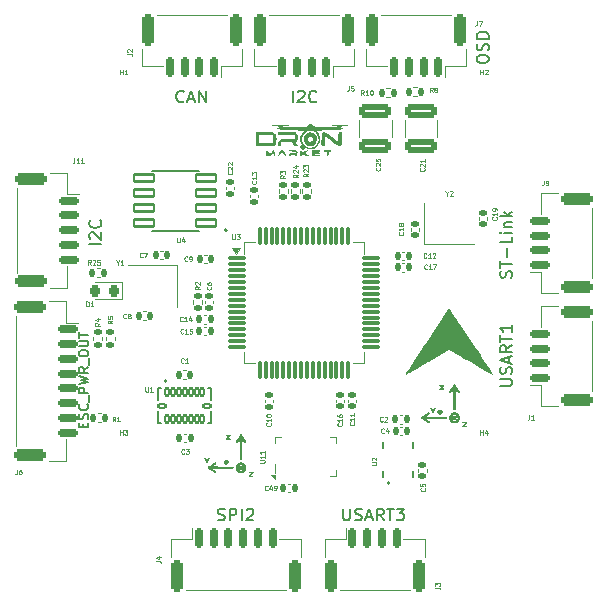
<source format=gto>
%TF.GenerationSoftware,KiCad,Pcbnew,9.0.0*%
%TF.CreationDate,2025-03-25T12:29:50+03:00*%
%TF.ProjectId,Autopilot DronmarketV2,4175746f-7069-46c6-9f74-2044726f6e6d,rev?*%
%TF.SameCoordinates,Original*%
%TF.FileFunction,Legend,Top*%
%TF.FilePolarity,Positive*%
%FSLAX46Y46*%
G04 Gerber Fmt 4.6, Leading zero omitted, Abs format (unit mm)*
G04 Created by KiCad (PCBNEW 9.0.0) date 2025-03-25 12:29:50*
%MOMM*%
%LPD*%
G01*
G04 APERTURE LIST*
G04 Aperture macros list*
%AMRoundRect*
0 Rectangle with rounded corners*
0 $1 Rounding radius*
0 $2 $3 $4 $5 $6 $7 $8 $9 X,Y pos of 4 corners*
0 Add a 4 corners polygon primitive as box body*
4,1,4,$2,$3,$4,$5,$6,$7,$8,$9,$2,$3,0*
0 Add four circle primitives for the rounded corners*
1,1,$1+$1,$2,$3*
1,1,$1+$1,$4,$5*
1,1,$1+$1,$6,$7*
1,1,$1+$1,$8,$9*
0 Add four rect primitives between the rounded corners*
20,1,$1+$1,$2,$3,$4,$5,0*
20,1,$1+$1,$4,$5,$6,$7,0*
20,1,$1+$1,$6,$7,$8,$9,0*
20,1,$1+$1,$8,$9,$2,$3,0*%
G04 Aperture macros list end*
%ADD10C,0.200000*%
%ADD11C,0.100000*%
%ADD12C,0.300000*%
%ADD13C,0.120000*%
%ADD14C,0.127000*%
%ADD15C,0.000000*%
%ADD16C,0.010000*%
%ADD17RoundRect,0.140000X0.140000X0.170000X-0.140000X0.170000X-0.140000X-0.170000X0.140000X-0.170000X0*%
%ADD18RoundRect,0.099250X0.822750X0.297750X-0.822750X0.297750X-0.822750X-0.297750X0.822750X-0.297750X0*%
%ADD19RoundRect,0.140000X-0.170000X0.140000X-0.170000X-0.140000X0.170000X-0.140000X0.170000X0.140000X0*%
%ADD20RoundRect,0.150000X0.150000X0.700000X-0.150000X0.700000X-0.150000X-0.700000X0.150000X-0.700000X0*%
%ADD21RoundRect,0.250000X0.250000X1.100000X-0.250000X1.100000X-0.250000X-1.100000X0.250000X-1.100000X0*%
%ADD22RoundRect,0.140000X-0.140000X-0.170000X0.140000X-0.170000X0.140000X0.170000X-0.140000X0.170000X0*%
%ADD23RoundRect,0.250000X1.100000X-0.325000X1.100000X0.325000X-1.100000X0.325000X-1.100000X-0.325000X0*%
%ADD24C,0.800000*%
%ADD25C,6.400000*%
%ADD26R,1.400000X1.200000*%
%ADD27RoundRect,0.075000X-0.700000X-0.075000X0.700000X-0.075000X0.700000X0.075000X-0.700000X0.075000X0*%
%ADD28RoundRect,0.075000X-0.075000X-0.700000X0.075000X-0.700000X0.075000X0.700000X-0.075000X0.700000X0*%
%ADD29RoundRect,0.150000X0.700000X-0.150000X0.700000X0.150000X-0.700000X0.150000X-0.700000X-0.150000X0*%
%ADD30RoundRect,0.250000X1.100000X-0.250000X1.100000X0.250000X-1.100000X0.250000X-1.100000X-0.250000X0*%
%ADD31RoundRect,0.135000X-0.185000X0.135000X-0.185000X-0.135000X0.185000X-0.135000X0.185000X0.135000X0*%
%ADD32RoundRect,0.135000X0.185000X-0.135000X0.185000X0.135000X-0.185000X0.135000X-0.185000X-0.135000X0*%
%ADD33RoundRect,0.150000X-0.150000X-0.700000X0.150000X-0.700000X0.150000X0.700000X-0.150000X0.700000X0*%
%ADD34RoundRect,0.250000X-0.250000X-1.100000X0.250000X-1.100000X0.250000X1.100000X-0.250000X1.100000X0*%
%ADD35RoundRect,0.140000X0.170000X-0.140000X0.170000X0.140000X-0.170000X0.140000X-0.170000X-0.140000X0*%
%ADD36RoundRect,0.250000X-1.100000X0.325000X-1.100000X-0.325000X1.100000X-0.325000X1.100000X0.325000X0*%
%ADD37R,0.550000X0.950000*%
%ADD38RoundRect,0.135000X-0.135000X-0.185000X0.135000X-0.185000X0.135000X0.185000X-0.135000X0.185000X0*%
%ADD39RoundRect,0.150000X-0.700000X0.150000X-0.700000X-0.150000X0.700000X-0.150000X0.700000X0.150000X0*%
%ADD40RoundRect,0.250000X-1.100000X0.250000X-1.100000X-0.250000X1.100000X-0.250000X1.100000X0.250000X0*%
%ADD41RoundRect,0.135000X0.135000X0.185000X-0.135000X0.185000X-0.135000X-0.185000X0.135000X-0.185000X0*%
%ADD42RoundRect,0.102000X-0.175000X-0.295000X0.175000X-0.295000X0.175000X0.295000X-0.175000X0.295000X0*%
%ADD43RoundRect,0.102000X-0.295000X-0.175000X0.295000X-0.175000X0.295000X0.175000X-0.295000X0.175000X0*%
%ADD44RoundRect,0.218750X0.218750X0.256250X-0.218750X0.256250X-0.218750X-0.256250X0.218750X-0.256250X0*%
G04 APERTURE END LIST*
D10*
X167708054Y-93379600D02*
X167850911Y-93427219D01*
X167850911Y-93427219D02*
X168089006Y-93427219D01*
X168089006Y-93427219D02*
X168184244Y-93379600D01*
X168184244Y-93379600D02*
X168231863Y-93331980D01*
X168231863Y-93331980D02*
X168279482Y-93236742D01*
X168279482Y-93236742D02*
X168279482Y-93141504D01*
X168279482Y-93141504D02*
X168231863Y-93046266D01*
X168231863Y-93046266D02*
X168184244Y-92998647D01*
X168184244Y-92998647D02*
X168089006Y-92951028D01*
X168089006Y-92951028D02*
X167898530Y-92903409D01*
X167898530Y-92903409D02*
X167803292Y-92855790D01*
X167803292Y-92855790D02*
X167755673Y-92808171D01*
X167755673Y-92808171D02*
X167708054Y-92712933D01*
X167708054Y-92712933D02*
X167708054Y-92617695D01*
X167708054Y-92617695D02*
X167755673Y-92522457D01*
X167755673Y-92522457D02*
X167803292Y-92474838D01*
X167803292Y-92474838D02*
X167898530Y-92427219D01*
X167898530Y-92427219D02*
X168136625Y-92427219D01*
X168136625Y-92427219D02*
X168279482Y-92474838D01*
X168708054Y-93427219D02*
X168708054Y-92427219D01*
X168708054Y-92427219D02*
X169089006Y-92427219D01*
X169089006Y-92427219D02*
X169184244Y-92474838D01*
X169184244Y-92474838D02*
X169231863Y-92522457D01*
X169231863Y-92522457D02*
X169279482Y-92617695D01*
X169279482Y-92617695D02*
X169279482Y-92760552D01*
X169279482Y-92760552D02*
X169231863Y-92855790D01*
X169231863Y-92855790D02*
X169184244Y-92903409D01*
X169184244Y-92903409D02*
X169089006Y-92951028D01*
X169089006Y-92951028D02*
X168708054Y-92951028D01*
X169708054Y-93427219D02*
X169708054Y-92427219D01*
X170136625Y-92522457D02*
X170184244Y-92474838D01*
X170184244Y-92474838D02*
X170279482Y-92427219D01*
X170279482Y-92427219D02*
X170517577Y-92427219D01*
X170517577Y-92427219D02*
X170612815Y-92474838D01*
X170612815Y-92474838D02*
X170660434Y-92522457D01*
X170660434Y-92522457D02*
X170708053Y-92617695D01*
X170708053Y-92617695D02*
X170708053Y-92712933D01*
X170708053Y-92712933D02*
X170660434Y-92855790D01*
X170660434Y-92855790D02*
X170089006Y-93427219D01*
X170089006Y-93427219D02*
X170708053Y-93427219D01*
X191602419Y-82027926D02*
X192411942Y-82027926D01*
X192411942Y-82027926D02*
X192507180Y-81980307D01*
X192507180Y-81980307D02*
X192554800Y-81932688D01*
X192554800Y-81932688D02*
X192602419Y-81837450D01*
X192602419Y-81837450D02*
X192602419Y-81646974D01*
X192602419Y-81646974D02*
X192554800Y-81551736D01*
X192554800Y-81551736D02*
X192507180Y-81504117D01*
X192507180Y-81504117D02*
X192411942Y-81456498D01*
X192411942Y-81456498D02*
X191602419Y-81456498D01*
X192554800Y-81027926D02*
X192602419Y-80885069D01*
X192602419Y-80885069D02*
X192602419Y-80646974D01*
X192602419Y-80646974D02*
X192554800Y-80551736D01*
X192554800Y-80551736D02*
X192507180Y-80504117D01*
X192507180Y-80504117D02*
X192411942Y-80456498D01*
X192411942Y-80456498D02*
X192316704Y-80456498D01*
X192316704Y-80456498D02*
X192221466Y-80504117D01*
X192221466Y-80504117D02*
X192173847Y-80551736D01*
X192173847Y-80551736D02*
X192126228Y-80646974D01*
X192126228Y-80646974D02*
X192078609Y-80837450D01*
X192078609Y-80837450D02*
X192030990Y-80932688D01*
X192030990Y-80932688D02*
X191983371Y-80980307D01*
X191983371Y-80980307D02*
X191888133Y-81027926D01*
X191888133Y-81027926D02*
X191792895Y-81027926D01*
X191792895Y-81027926D02*
X191697657Y-80980307D01*
X191697657Y-80980307D02*
X191650038Y-80932688D01*
X191650038Y-80932688D02*
X191602419Y-80837450D01*
X191602419Y-80837450D02*
X191602419Y-80599355D01*
X191602419Y-80599355D02*
X191650038Y-80456498D01*
X192316704Y-80075545D02*
X192316704Y-79599355D01*
X192602419Y-80170783D02*
X191602419Y-79837450D01*
X191602419Y-79837450D02*
X192602419Y-79504117D01*
X192602419Y-78599355D02*
X192126228Y-78932688D01*
X192602419Y-79170783D02*
X191602419Y-79170783D01*
X191602419Y-79170783D02*
X191602419Y-78789831D01*
X191602419Y-78789831D02*
X191650038Y-78694593D01*
X191650038Y-78694593D02*
X191697657Y-78646974D01*
X191697657Y-78646974D02*
X191792895Y-78599355D01*
X191792895Y-78599355D02*
X191935752Y-78599355D01*
X191935752Y-78599355D02*
X192030990Y-78646974D01*
X192030990Y-78646974D02*
X192078609Y-78694593D01*
X192078609Y-78694593D02*
X192126228Y-78789831D01*
X192126228Y-78789831D02*
X192126228Y-79170783D01*
X191602419Y-78313640D02*
X191602419Y-77742212D01*
X192602419Y-78027926D02*
X191602419Y-78027926D01*
X192602419Y-76885069D02*
X192602419Y-77456497D01*
X192602419Y-77170783D02*
X191602419Y-77170783D01*
X191602419Y-77170783D02*
X191745276Y-77266021D01*
X191745276Y-77266021D02*
X191840514Y-77361259D01*
X191840514Y-77361259D02*
X191888133Y-77456497D01*
X156292247Y-85529945D02*
X156292247Y-85263279D01*
X156711295Y-85148993D02*
X156711295Y-85529945D01*
X156711295Y-85529945D02*
X155911295Y-85529945D01*
X155911295Y-85529945D02*
X155911295Y-85148993D01*
X156673200Y-84844231D02*
X156711295Y-84729945D01*
X156711295Y-84729945D02*
X156711295Y-84539469D01*
X156711295Y-84539469D02*
X156673200Y-84463278D01*
X156673200Y-84463278D02*
X156635104Y-84425183D01*
X156635104Y-84425183D02*
X156558914Y-84387088D01*
X156558914Y-84387088D02*
X156482723Y-84387088D01*
X156482723Y-84387088D02*
X156406533Y-84425183D01*
X156406533Y-84425183D02*
X156368438Y-84463278D01*
X156368438Y-84463278D02*
X156330342Y-84539469D01*
X156330342Y-84539469D02*
X156292247Y-84691850D01*
X156292247Y-84691850D02*
X156254152Y-84768040D01*
X156254152Y-84768040D02*
X156216057Y-84806135D01*
X156216057Y-84806135D02*
X156139866Y-84844231D01*
X156139866Y-84844231D02*
X156063676Y-84844231D01*
X156063676Y-84844231D02*
X155987485Y-84806135D01*
X155987485Y-84806135D02*
X155949390Y-84768040D01*
X155949390Y-84768040D02*
X155911295Y-84691850D01*
X155911295Y-84691850D02*
X155911295Y-84501373D01*
X155911295Y-84501373D02*
X155949390Y-84387088D01*
X156635104Y-83587087D02*
X156673200Y-83625183D01*
X156673200Y-83625183D02*
X156711295Y-83739468D01*
X156711295Y-83739468D02*
X156711295Y-83815659D01*
X156711295Y-83815659D02*
X156673200Y-83929945D01*
X156673200Y-83929945D02*
X156597009Y-84006135D01*
X156597009Y-84006135D02*
X156520819Y-84044230D01*
X156520819Y-84044230D02*
X156368438Y-84082326D01*
X156368438Y-84082326D02*
X156254152Y-84082326D01*
X156254152Y-84082326D02*
X156101771Y-84044230D01*
X156101771Y-84044230D02*
X156025580Y-84006135D01*
X156025580Y-84006135D02*
X155949390Y-83929945D01*
X155949390Y-83929945D02*
X155911295Y-83815659D01*
X155911295Y-83815659D02*
X155911295Y-83739468D01*
X155911295Y-83739468D02*
X155949390Y-83625183D01*
X155949390Y-83625183D02*
X155987485Y-83587087D01*
X156787485Y-83434707D02*
X156787485Y-82825183D01*
X156711295Y-82634706D02*
X155911295Y-82634706D01*
X155911295Y-82634706D02*
X155911295Y-82329944D01*
X155911295Y-82329944D02*
X155949390Y-82253754D01*
X155949390Y-82253754D02*
X155987485Y-82215659D01*
X155987485Y-82215659D02*
X156063676Y-82177563D01*
X156063676Y-82177563D02*
X156177961Y-82177563D01*
X156177961Y-82177563D02*
X156254152Y-82215659D01*
X156254152Y-82215659D02*
X156292247Y-82253754D01*
X156292247Y-82253754D02*
X156330342Y-82329944D01*
X156330342Y-82329944D02*
X156330342Y-82634706D01*
X155911295Y-81910897D02*
X156711295Y-81720421D01*
X156711295Y-81720421D02*
X156139866Y-81568040D01*
X156139866Y-81568040D02*
X156711295Y-81415659D01*
X156711295Y-81415659D02*
X155911295Y-81225183D01*
X156711295Y-80463277D02*
X156330342Y-80729944D01*
X156711295Y-80920420D02*
X155911295Y-80920420D01*
X155911295Y-80920420D02*
X155911295Y-80615658D01*
X155911295Y-80615658D02*
X155949390Y-80539468D01*
X155949390Y-80539468D02*
X155987485Y-80501373D01*
X155987485Y-80501373D02*
X156063676Y-80463277D01*
X156063676Y-80463277D02*
X156177961Y-80463277D01*
X156177961Y-80463277D02*
X156254152Y-80501373D01*
X156254152Y-80501373D02*
X156292247Y-80539468D01*
X156292247Y-80539468D02*
X156330342Y-80615658D01*
X156330342Y-80615658D02*
X156330342Y-80920420D01*
X156787485Y-80310897D02*
X156787485Y-79701373D01*
X155911295Y-79358515D02*
X155911295Y-79206134D01*
X155911295Y-79206134D02*
X155949390Y-79129944D01*
X155949390Y-79129944D02*
X156025580Y-79053753D01*
X156025580Y-79053753D02*
X156177961Y-79015658D01*
X156177961Y-79015658D02*
X156444628Y-79015658D01*
X156444628Y-79015658D02*
X156597009Y-79053753D01*
X156597009Y-79053753D02*
X156673200Y-79129944D01*
X156673200Y-79129944D02*
X156711295Y-79206134D01*
X156711295Y-79206134D02*
X156711295Y-79358515D01*
X156711295Y-79358515D02*
X156673200Y-79434706D01*
X156673200Y-79434706D02*
X156597009Y-79510896D01*
X156597009Y-79510896D02*
X156444628Y-79548992D01*
X156444628Y-79548992D02*
X156177961Y-79548992D01*
X156177961Y-79548992D02*
X156025580Y-79510896D01*
X156025580Y-79510896D02*
X155949390Y-79434706D01*
X155949390Y-79434706D02*
X155911295Y-79358515D01*
X155911295Y-78672801D02*
X156558914Y-78672801D01*
X156558914Y-78672801D02*
X156635104Y-78634706D01*
X156635104Y-78634706D02*
X156673200Y-78596611D01*
X156673200Y-78596611D02*
X156711295Y-78520420D01*
X156711295Y-78520420D02*
X156711295Y-78368039D01*
X156711295Y-78368039D02*
X156673200Y-78291849D01*
X156673200Y-78291849D02*
X156635104Y-78253754D01*
X156635104Y-78253754D02*
X156558914Y-78215658D01*
X156558914Y-78215658D02*
X155911295Y-78215658D01*
X155911295Y-77948992D02*
X155911295Y-77491849D01*
X156711295Y-77720421D02*
X155911295Y-77720421D01*
X178322073Y-92427219D02*
X178322073Y-93236742D01*
X178322073Y-93236742D02*
X178369692Y-93331980D01*
X178369692Y-93331980D02*
X178417311Y-93379600D01*
X178417311Y-93379600D02*
X178512549Y-93427219D01*
X178512549Y-93427219D02*
X178703025Y-93427219D01*
X178703025Y-93427219D02*
X178798263Y-93379600D01*
X178798263Y-93379600D02*
X178845882Y-93331980D01*
X178845882Y-93331980D02*
X178893501Y-93236742D01*
X178893501Y-93236742D02*
X178893501Y-92427219D01*
X179322073Y-93379600D02*
X179464930Y-93427219D01*
X179464930Y-93427219D02*
X179703025Y-93427219D01*
X179703025Y-93427219D02*
X179798263Y-93379600D01*
X179798263Y-93379600D02*
X179845882Y-93331980D01*
X179845882Y-93331980D02*
X179893501Y-93236742D01*
X179893501Y-93236742D02*
X179893501Y-93141504D01*
X179893501Y-93141504D02*
X179845882Y-93046266D01*
X179845882Y-93046266D02*
X179798263Y-92998647D01*
X179798263Y-92998647D02*
X179703025Y-92951028D01*
X179703025Y-92951028D02*
X179512549Y-92903409D01*
X179512549Y-92903409D02*
X179417311Y-92855790D01*
X179417311Y-92855790D02*
X179369692Y-92808171D01*
X179369692Y-92808171D02*
X179322073Y-92712933D01*
X179322073Y-92712933D02*
X179322073Y-92617695D01*
X179322073Y-92617695D02*
X179369692Y-92522457D01*
X179369692Y-92522457D02*
X179417311Y-92474838D01*
X179417311Y-92474838D02*
X179512549Y-92427219D01*
X179512549Y-92427219D02*
X179750644Y-92427219D01*
X179750644Y-92427219D02*
X179893501Y-92474838D01*
X180274454Y-93141504D02*
X180750644Y-93141504D01*
X180179216Y-93427219D02*
X180512549Y-92427219D01*
X180512549Y-92427219D02*
X180845882Y-93427219D01*
X181750644Y-93427219D02*
X181417311Y-92951028D01*
X181179216Y-93427219D02*
X181179216Y-92427219D01*
X181179216Y-92427219D02*
X181560168Y-92427219D01*
X181560168Y-92427219D02*
X181655406Y-92474838D01*
X181655406Y-92474838D02*
X181703025Y-92522457D01*
X181703025Y-92522457D02*
X181750644Y-92617695D01*
X181750644Y-92617695D02*
X181750644Y-92760552D01*
X181750644Y-92760552D02*
X181703025Y-92855790D01*
X181703025Y-92855790D02*
X181655406Y-92903409D01*
X181655406Y-92903409D02*
X181560168Y-92951028D01*
X181560168Y-92951028D02*
X181179216Y-92951028D01*
X182036359Y-92427219D02*
X182607787Y-92427219D01*
X182322073Y-93427219D02*
X182322073Y-92427219D01*
X182845883Y-92427219D02*
X183464930Y-92427219D01*
X183464930Y-92427219D02*
X183131597Y-92808171D01*
X183131597Y-92808171D02*
X183274454Y-92808171D01*
X183274454Y-92808171D02*
X183369692Y-92855790D01*
X183369692Y-92855790D02*
X183417311Y-92903409D01*
X183417311Y-92903409D02*
X183464930Y-92998647D01*
X183464930Y-92998647D02*
X183464930Y-93236742D01*
X183464930Y-93236742D02*
X183417311Y-93331980D01*
X183417311Y-93331980D02*
X183369692Y-93379600D01*
X183369692Y-93379600D02*
X183274454Y-93427219D01*
X183274454Y-93427219D02*
X182988740Y-93427219D01*
X182988740Y-93427219D02*
X182893502Y-93379600D01*
X182893502Y-93379600D02*
X182845883Y-93331980D01*
X192554800Y-72880745D02*
X192602419Y-72737888D01*
X192602419Y-72737888D02*
X192602419Y-72499793D01*
X192602419Y-72499793D02*
X192554800Y-72404555D01*
X192554800Y-72404555D02*
X192507180Y-72356936D01*
X192507180Y-72356936D02*
X192411942Y-72309317D01*
X192411942Y-72309317D02*
X192316704Y-72309317D01*
X192316704Y-72309317D02*
X192221466Y-72356936D01*
X192221466Y-72356936D02*
X192173847Y-72404555D01*
X192173847Y-72404555D02*
X192126228Y-72499793D01*
X192126228Y-72499793D02*
X192078609Y-72690269D01*
X192078609Y-72690269D02*
X192030990Y-72785507D01*
X192030990Y-72785507D02*
X191983371Y-72833126D01*
X191983371Y-72833126D02*
X191888133Y-72880745D01*
X191888133Y-72880745D02*
X191792895Y-72880745D01*
X191792895Y-72880745D02*
X191697657Y-72833126D01*
X191697657Y-72833126D02*
X191650038Y-72785507D01*
X191650038Y-72785507D02*
X191602419Y-72690269D01*
X191602419Y-72690269D02*
X191602419Y-72452174D01*
X191602419Y-72452174D02*
X191650038Y-72309317D01*
X191602419Y-72023602D02*
X191602419Y-71452174D01*
X192602419Y-71737888D02*
X191602419Y-71737888D01*
X192221466Y-71118840D02*
X192221466Y-70356936D01*
X192602419Y-69404555D02*
X192602419Y-69880745D01*
X192602419Y-69880745D02*
X191602419Y-69880745D01*
X192602419Y-69071221D02*
X191935752Y-69071221D01*
X191602419Y-69071221D02*
X191650038Y-69118840D01*
X191650038Y-69118840D02*
X191697657Y-69071221D01*
X191697657Y-69071221D02*
X191650038Y-69023602D01*
X191650038Y-69023602D02*
X191602419Y-69071221D01*
X191602419Y-69071221D02*
X191697657Y-69071221D01*
X191935752Y-68595031D02*
X192602419Y-68595031D01*
X192030990Y-68595031D02*
X191983371Y-68547412D01*
X191983371Y-68547412D02*
X191935752Y-68452174D01*
X191935752Y-68452174D02*
X191935752Y-68309317D01*
X191935752Y-68309317D02*
X191983371Y-68214079D01*
X191983371Y-68214079D02*
X192078609Y-68166460D01*
X192078609Y-68166460D02*
X192602419Y-68166460D01*
X192602419Y-67690269D02*
X191602419Y-67690269D01*
X192221466Y-67595031D02*
X192602419Y-67309317D01*
X191935752Y-67309317D02*
X192316704Y-67690269D01*
X164821901Y-57937980D02*
X164774282Y-57985600D01*
X164774282Y-57985600D02*
X164631425Y-58033219D01*
X164631425Y-58033219D02*
X164536187Y-58033219D01*
X164536187Y-58033219D02*
X164393330Y-57985600D01*
X164393330Y-57985600D02*
X164298092Y-57890361D01*
X164298092Y-57890361D02*
X164250473Y-57795123D01*
X164250473Y-57795123D02*
X164202854Y-57604647D01*
X164202854Y-57604647D02*
X164202854Y-57461790D01*
X164202854Y-57461790D02*
X164250473Y-57271314D01*
X164250473Y-57271314D02*
X164298092Y-57176076D01*
X164298092Y-57176076D02*
X164393330Y-57080838D01*
X164393330Y-57080838D02*
X164536187Y-57033219D01*
X164536187Y-57033219D02*
X164631425Y-57033219D01*
X164631425Y-57033219D02*
X164774282Y-57080838D01*
X164774282Y-57080838D02*
X164821901Y-57128457D01*
X165202854Y-57747504D02*
X165679044Y-57747504D01*
X165107616Y-58033219D02*
X165440949Y-57033219D01*
X165440949Y-57033219D02*
X165774282Y-58033219D01*
X166107616Y-58033219D02*
X166107616Y-57033219D01*
X166107616Y-57033219D02*
X166679044Y-58033219D01*
X166679044Y-58033219D02*
X166679044Y-57033219D01*
X174054873Y-58033219D02*
X174054873Y-57033219D01*
X174483444Y-57128457D02*
X174531063Y-57080838D01*
X174531063Y-57080838D02*
X174626301Y-57033219D01*
X174626301Y-57033219D02*
X174864396Y-57033219D01*
X174864396Y-57033219D02*
X174959634Y-57080838D01*
X174959634Y-57080838D02*
X175007253Y-57128457D01*
X175007253Y-57128457D02*
X175054872Y-57223695D01*
X175054872Y-57223695D02*
X175054872Y-57318933D01*
X175054872Y-57318933D02*
X175007253Y-57461790D01*
X175007253Y-57461790D02*
X174435825Y-58033219D01*
X174435825Y-58033219D02*
X175054872Y-58033219D01*
X176054872Y-57937980D02*
X176007253Y-57985600D01*
X176007253Y-57985600D02*
X175864396Y-58033219D01*
X175864396Y-58033219D02*
X175769158Y-58033219D01*
X175769158Y-58033219D02*
X175626301Y-57985600D01*
X175626301Y-57985600D02*
X175531063Y-57890361D01*
X175531063Y-57890361D02*
X175483444Y-57795123D01*
X175483444Y-57795123D02*
X175435825Y-57604647D01*
X175435825Y-57604647D02*
X175435825Y-57461790D01*
X175435825Y-57461790D02*
X175483444Y-57271314D01*
X175483444Y-57271314D02*
X175531063Y-57176076D01*
X175531063Y-57176076D02*
X175626301Y-57080838D01*
X175626301Y-57080838D02*
X175769158Y-57033219D01*
X175769158Y-57033219D02*
X175864396Y-57033219D01*
X175864396Y-57033219D02*
X176007253Y-57080838D01*
X176007253Y-57080838D02*
X176054872Y-57128457D01*
X189627219Y-54449850D02*
X189627219Y-54259374D01*
X189627219Y-54259374D02*
X189674838Y-54164136D01*
X189674838Y-54164136D02*
X189770076Y-54068898D01*
X189770076Y-54068898D02*
X189960552Y-54021279D01*
X189960552Y-54021279D02*
X190293885Y-54021279D01*
X190293885Y-54021279D02*
X190484361Y-54068898D01*
X190484361Y-54068898D02*
X190579600Y-54164136D01*
X190579600Y-54164136D02*
X190627219Y-54259374D01*
X190627219Y-54259374D02*
X190627219Y-54449850D01*
X190627219Y-54449850D02*
X190579600Y-54545088D01*
X190579600Y-54545088D02*
X190484361Y-54640326D01*
X190484361Y-54640326D02*
X190293885Y-54687945D01*
X190293885Y-54687945D02*
X189960552Y-54687945D01*
X189960552Y-54687945D02*
X189770076Y-54640326D01*
X189770076Y-54640326D02*
X189674838Y-54545088D01*
X189674838Y-54545088D02*
X189627219Y-54449850D01*
X190579600Y-53640326D02*
X190627219Y-53497469D01*
X190627219Y-53497469D02*
X190627219Y-53259374D01*
X190627219Y-53259374D02*
X190579600Y-53164136D01*
X190579600Y-53164136D02*
X190531980Y-53116517D01*
X190531980Y-53116517D02*
X190436742Y-53068898D01*
X190436742Y-53068898D02*
X190341504Y-53068898D01*
X190341504Y-53068898D02*
X190246266Y-53116517D01*
X190246266Y-53116517D02*
X190198647Y-53164136D01*
X190198647Y-53164136D02*
X190151028Y-53259374D01*
X190151028Y-53259374D02*
X190103409Y-53449850D01*
X190103409Y-53449850D02*
X190055790Y-53545088D01*
X190055790Y-53545088D02*
X190008171Y-53592707D01*
X190008171Y-53592707D02*
X189912933Y-53640326D01*
X189912933Y-53640326D02*
X189817695Y-53640326D01*
X189817695Y-53640326D02*
X189722457Y-53592707D01*
X189722457Y-53592707D02*
X189674838Y-53545088D01*
X189674838Y-53545088D02*
X189627219Y-53449850D01*
X189627219Y-53449850D02*
X189627219Y-53211755D01*
X189627219Y-53211755D02*
X189674838Y-53068898D01*
X190627219Y-52640326D02*
X189627219Y-52640326D01*
X189627219Y-52640326D02*
X189627219Y-52402231D01*
X189627219Y-52402231D02*
X189674838Y-52259374D01*
X189674838Y-52259374D02*
X189770076Y-52164136D01*
X189770076Y-52164136D02*
X189865314Y-52116517D01*
X189865314Y-52116517D02*
X190055790Y-52068898D01*
X190055790Y-52068898D02*
X190198647Y-52068898D01*
X190198647Y-52068898D02*
X190389123Y-52116517D01*
X190389123Y-52116517D02*
X190484361Y-52164136D01*
X190484361Y-52164136D02*
X190579600Y-52259374D01*
X190579600Y-52259374D02*
X190627219Y-52402231D01*
X190627219Y-52402231D02*
X190627219Y-52640326D01*
X157827219Y-70030326D02*
X156827219Y-70030326D01*
X156922457Y-69601755D02*
X156874838Y-69554136D01*
X156874838Y-69554136D02*
X156827219Y-69458898D01*
X156827219Y-69458898D02*
X156827219Y-69220803D01*
X156827219Y-69220803D02*
X156874838Y-69125565D01*
X156874838Y-69125565D02*
X156922457Y-69077946D01*
X156922457Y-69077946D02*
X157017695Y-69030327D01*
X157017695Y-69030327D02*
X157112933Y-69030327D01*
X157112933Y-69030327D02*
X157255790Y-69077946D01*
X157255790Y-69077946D02*
X157827219Y-69649374D01*
X157827219Y-69649374D02*
X157827219Y-69030327D01*
X157731980Y-68030327D02*
X157779600Y-68077946D01*
X157779600Y-68077946D02*
X157827219Y-68220803D01*
X157827219Y-68220803D02*
X157827219Y-68316041D01*
X157827219Y-68316041D02*
X157779600Y-68458898D01*
X157779600Y-68458898D02*
X157684361Y-68554136D01*
X157684361Y-68554136D02*
X157589123Y-68601755D01*
X157589123Y-68601755D02*
X157398647Y-68649374D01*
X157398647Y-68649374D02*
X157255790Y-68649374D01*
X157255790Y-68649374D02*
X157065314Y-68601755D01*
X157065314Y-68601755D02*
X156970076Y-68554136D01*
X156970076Y-68554136D02*
X156874838Y-68458898D01*
X156874838Y-68458898D02*
X156827219Y-68316041D01*
X156827219Y-68316041D02*
X156827219Y-68220803D01*
X156827219Y-68220803D02*
X156874838Y-68077946D01*
X156874838Y-68077946D02*
X156922457Y-68030327D01*
D11*
X164858333Y-87751752D02*
X164839285Y-87770800D01*
X164839285Y-87770800D02*
X164782143Y-87789847D01*
X164782143Y-87789847D02*
X164744047Y-87789847D01*
X164744047Y-87789847D02*
X164686904Y-87770800D01*
X164686904Y-87770800D02*
X164648809Y-87732704D01*
X164648809Y-87732704D02*
X164629762Y-87694609D01*
X164629762Y-87694609D02*
X164610714Y-87618419D01*
X164610714Y-87618419D02*
X164610714Y-87561276D01*
X164610714Y-87561276D02*
X164629762Y-87485085D01*
X164629762Y-87485085D02*
X164648809Y-87446990D01*
X164648809Y-87446990D02*
X164686904Y-87408895D01*
X164686904Y-87408895D02*
X164744047Y-87389847D01*
X164744047Y-87389847D02*
X164782143Y-87389847D01*
X164782143Y-87389847D02*
X164839285Y-87408895D01*
X164839285Y-87408895D02*
X164858333Y-87427942D01*
X164991666Y-87389847D02*
X165239285Y-87389847D01*
X165239285Y-87389847D02*
X165105952Y-87542228D01*
X165105952Y-87542228D02*
X165163095Y-87542228D01*
X165163095Y-87542228D02*
X165201190Y-87561276D01*
X165201190Y-87561276D02*
X165220238Y-87580323D01*
X165220238Y-87580323D02*
X165239285Y-87618419D01*
X165239285Y-87618419D02*
X165239285Y-87713657D01*
X165239285Y-87713657D02*
X165220238Y-87751752D01*
X165220238Y-87751752D02*
X165201190Y-87770800D01*
X165201190Y-87770800D02*
X165163095Y-87789847D01*
X165163095Y-87789847D02*
X165048809Y-87789847D01*
X165048809Y-87789847D02*
X165010714Y-87770800D01*
X165010714Y-87770800D02*
X164991666Y-87751752D01*
X164256238Y-69486847D02*
X164256238Y-69810657D01*
X164256238Y-69810657D02*
X164275285Y-69848752D01*
X164275285Y-69848752D02*
X164294333Y-69867800D01*
X164294333Y-69867800D02*
X164332428Y-69886847D01*
X164332428Y-69886847D02*
X164408619Y-69886847D01*
X164408619Y-69886847D02*
X164446714Y-69867800D01*
X164446714Y-69867800D02*
X164465761Y-69848752D01*
X164465761Y-69848752D02*
X164484809Y-69810657D01*
X164484809Y-69810657D02*
X164484809Y-69486847D01*
X164846714Y-69620180D02*
X164846714Y-69886847D01*
X164751476Y-69467800D02*
X164656238Y-69753514D01*
X164656238Y-69753514D02*
X164903857Y-69753514D01*
X180725047Y-88730761D02*
X181048857Y-88730761D01*
X181048857Y-88730761D02*
X181086952Y-88711714D01*
X181086952Y-88711714D02*
X181106000Y-88692666D01*
X181106000Y-88692666D02*
X181125047Y-88654571D01*
X181125047Y-88654571D02*
X181125047Y-88578380D01*
X181125047Y-88578380D02*
X181106000Y-88540285D01*
X181106000Y-88540285D02*
X181086952Y-88521238D01*
X181086952Y-88521238D02*
X181048857Y-88502190D01*
X181048857Y-88502190D02*
X180725047Y-88502190D01*
X180763142Y-88330761D02*
X180744095Y-88311713D01*
X180744095Y-88311713D02*
X180725047Y-88273618D01*
X180725047Y-88273618D02*
X180725047Y-88178380D01*
X180725047Y-88178380D02*
X180744095Y-88140285D01*
X180744095Y-88140285D02*
X180763142Y-88121237D01*
X180763142Y-88121237D02*
X180801238Y-88102190D01*
X180801238Y-88102190D02*
X180839333Y-88102190D01*
X180839333Y-88102190D02*
X180896476Y-88121237D01*
X180896476Y-88121237D02*
X181125047Y-88349809D01*
X181125047Y-88349809D02*
X181125047Y-88102190D01*
X172166752Y-85187142D02*
X172185800Y-85206190D01*
X172185800Y-85206190D02*
X172204847Y-85263332D01*
X172204847Y-85263332D02*
X172204847Y-85301428D01*
X172204847Y-85301428D02*
X172185800Y-85358571D01*
X172185800Y-85358571D02*
X172147704Y-85396666D01*
X172147704Y-85396666D02*
X172109609Y-85415713D01*
X172109609Y-85415713D02*
X172033419Y-85434761D01*
X172033419Y-85434761D02*
X171976276Y-85434761D01*
X171976276Y-85434761D02*
X171900085Y-85415713D01*
X171900085Y-85415713D02*
X171861990Y-85396666D01*
X171861990Y-85396666D02*
X171823895Y-85358571D01*
X171823895Y-85358571D02*
X171804847Y-85301428D01*
X171804847Y-85301428D02*
X171804847Y-85263332D01*
X171804847Y-85263332D02*
X171823895Y-85206190D01*
X171823895Y-85206190D02*
X171842942Y-85187142D01*
X172204847Y-84806190D02*
X172204847Y-85034761D01*
X172204847Y-84920475D02*
X171804847Y-84920475D01*
X171804847Y-84920475D02*
X171861990Y-84958571D01*
X171861990Y-84958571D02*
X171900085Y-84996666D01*
X171900085Y-84996666D02*
X171919133Y-85034761D01*
X171804847Y-84558571D02*
X171804847Y-84520476D01*
X171804847Y-84520476D02*
X171823895Y-84482380D01*
X171823895Y-84482380D02*
X171842942Y-84463333D01*
X171842942Y-84463333D02*
X171881038Y-84444285D01*
X171881038Y-84444285D02*
X171957228Y-84425238D01*
X171957228Y-84425238D02*
X172052466Y-84425238D01*
X172052466Y-84425238D02*
X172128657Y-84444285D01*
X172128657Y-84444285D02*
X172166752Y-84463333D01*
X172166752Y-84463333D02*
X172185800Y-84482380D01*
X172185800Y-84482380D02*
X172204847Y-84520476D01*
X172204847Y-84520476D02*
X172204847Y-84558571D01*
X172204847Y-84558571D02*
X172185800Y-84596666D01*
X172185800Y-84596666D02*
X172166752Y-84615714D01*
X172166752Y-84615714D02*
X172128657Y-84634761D01*
X172128657Y-84634761D02*
X172052466Y-84653809D01*
X172052466Y-84653809D02*
X171957228Y-84653809D01*
X171957228Y-84653809D02*
X171881038Y-84634761D01*
X171881038Y-84634761D02*
X171842942Y-84615714D01*
X171842942Y-84615714D02*
X171823895Y-84596666D01*
X171823895Y-84596666D02*
X171804847Y-84558571D01*
X178796666Y-56639847D02*
X178796666Y-56925561D01*
X178796666Y-56925561D02*
X178777619Y-56982704D01*
X178777619Y-56982704D02*
X178739523Y-57020800D01*
X178739523Y-57020800D02*
X178682381Y-57039847D01*
X178682381Y-57039847D02*
X178644285Y-57039847D01*
X179177619Y-56639847D02*
X178987143Y-56639847D01*
X178987143Y-56639847D02*
X178968095Y-56830323D01*
X178968095Y-56830323D02*
X178987143Y-56811276D01*
X178987143Y-56811276D02*
X179025238Y-56792228D01*
X179025238Y-56792228D02*
X179120476Y-56792228D01*
X179120476Y-56792228D02*
X179158571Y-56811276D01*
X179158571Y-56811276D02*
X179177619Y-56830323D01*
X179177619Y-56830323D02*
X179196666Y-56868419D01*
X179196666Y-56868419D02*
X179196666Y-56963657D01*
X179196666Y-56963657D02*
X179177619Y-57001752D01*
X179177619Y-57001752D02*
X179158571Y-57020800D01*
X179158571Y-57020800D02*
X179120476Y-57039847D01*
X179120476Y-57039847D02*
X179025238Y-57039847D01*
X179025238Y-57039847D02*
X178987143Y-57020800D01*
X178987143Y-57020800D02*
X178968095Y-57001752D01*
X164808333Y-80056752D02*
X164789285Y-80075800D01*
X164789285Y-80075800D02*
X164732143Y-80094847D01*
X164732143Y-80094847D02*
X164694047Y-80094847D01*
X164694047Y-80094847D02*
X164636904Y-80075800D01*
X164636904Y-80075800D02*
X164598809Y-80037704D01*
X164598809Y-80037704D02*
X164579762Y-79999609D01*
X164579762Y-79999609D02*
X164560714Y-79923419D01*
X164560714Y-79923419D02*
X164560714Y-79866276D01*
X164560714Y-79866276D02*
X164579762Y-79790085D01*
X164579762Y-79790085D02*
X164598809Y-79751990D01*
X164598809Y-79751990D02*
X164636904Y-79713895D01*
X164636904Y-79713895D02*
X164694047Y-79694847D01*
X164694047Y-79694847D02*
X164732143Y-79694847D01*
X164732143Y-79694847D02*
X164789285Y-79713895D01*
X164789285Y-79713895D02*
X164808333Y-79732942D01*
X165189285Y-80094847D02*
X164960714Y-80094847D01*
X165075000Y-80094847D02*
X165075000Y-79694847D01*
X165075000Y-79694847D02*
X165036904Y-79751990D01*
X165036904Y-79751990D02*
X164998809Y-79790085D01*
X164998809Y-79790085D02*
X164960714Y-79809133D01*
X185166752Y-63607142D02*
X185185800Y-63626190D01*
X185185800Y-63626190D02*
X185204847Y-63683332D01*
X185204847Y-63683332D02*
X185204847Y-63721428D01*
X185204847Y-63721428D02*
X185185800Y-63778571D01*
X185185800Y-63778571D02*
X185147704Y-63816666D01*
X185147704Y-63816666D02*
X185109609Y-63835713D01*
X185109609Y-63835713D02*
X185033419Y-63854761D01*
X185033419Y-63854761D02*
X184976276Y-63854761D01*
X184976276Y-63854761D02*
X184900085Y-63835713D01*
X184900085Y-63835713D02*
X184861990Y-63816666D01*
X184861990Y-63816666D02*
X184823895Y-63778571D01*
X184823895Y-63778571D02*
X184804847Y-63721428D01*
X184804847Y-63721428D02*
X184804847Y-63683332D01*
X184804847Y-63683332D02*
X184823895Y-63626190D01*
X184823895Y-63626190D02*
X184842942Y-63607142D01*
X184842942Y-63454761D02*
X184823895Y-63435713D01*
X184823895Y-63435713D02*
X184804847Y-63397618D01*
X184804847Y-63397618D02*
X184804847Y-63302380D01*
X184804847Y-63302380D02*
X184823895Y-63264285D01*
X184823895Y-63264285D02*
X184842942Y-63245237D01*
X184842942Y-63245237D02*
X184881038Y-63226190D01*
X184881038Y-63226190D02*
X184919133Y-63226190D01*
X184919133Y-63226190D02*
X184976276Y-63245237D01*
X184976276Y-63245237D02*
X185204847Y-63473809D01*
X185204847Y-63473809D02*
X185204847Y-63226190D01*
X185204847Y-62845238D02*
X185204847Y-63073809D01*
X185204847Y-62959523D02*
X184804847Y-62959523D01*
X184804847Y-62959523D02*
X184861990Y-62997619D01*
X184861990Y-62997619D02*
X184900085Y-63035714D01*
X184900085Y-63035714D02*
X184919133Y-63073809D01*
X159420238Y-55654847D02*
X159420238Y-55254847D01*
X159420238Y-55445323D02*
X159648809Y-55445323D01*
X159648809Y-55654847D02*
X159648809Y-55254847D01*
X160048809Y-55654847D02*
X159820238Y-55654847D01*
X159934524Y-55654847D02*
X159934524Y-55254847D01*
X159934524Y-55254847D02*
X159896428Y-55311990D01*
X159896428Y-55311990D02*
X159858333Y-55350085D01*
X159858333Y-55350085D02*
X159820238Y-55369133D01*
X159219524Y-71609371D02*
X159219524Y-71799847D01*
X159086191Y-71399847D02*
X159219524Y-71609371D01*
X159219524Y-71609371D02*
X159352857Y-71399847D01*
X159695714Y-71799847D02*
X159467143Y-71799847D01*
X159581429Y-71799847D02*
X159581429Y-71399847D01*
X159581429Y-71399847D02*
X159543333Y-71456990D01*
X159543333Y-71456990D02*
X159505238Y-71495085D01*
X159505238Y-71495085D02*
X159467143Y-71514133D01*
X168925238Y-69219847D02*
X168925238Y-69543657D01*
X168925238Y-69543657D02*
X168944285Y-69581752D01*
X168944285Y-69581752D02*
X168963333Y-69600800D01*
X168963333Y-69600800D02*
X169001428Y-69619847D01*
X169001428Y-69619847D02*
X169077619Y-69619847D01*
X169077619Y-69619847D02*
X169115714Y-69600800D01*
X169115714Y-69600800D02*
X169134761Y-69581752D01*
X169134761Y-69581752D02*
X169153809Y-69543657D01*
X169153809Y-69543657D02*
X169153809Y-69219847D01*
X169306190Y-69219847D02*
X169553809Y-69219847D01*
X169553809Y-69219847D02*
X169420476Y-69372228D01*
X169420476Y-69372228D02*
X169477619Y-69372228D01*
X169477619Y-69372228D02*
X169515714Y-69391276D01*
X169515714Y-69391276D02*
X169534762Y-69410323D01*
X169534762Y-69410323D02*
X169553809Y-69448419D01*
X169553809Y-69448419D02*
X169553809Y-69543657D01*
X169553809Y-69543657D02*
X169534762Y-69581752D01*
X169534762Y-69581752D02*
X169515714Y-69600800D01*
X169515714Y-69600800D02*
X169477619Y-69619847D01*
X169477619Y-69619847D02*
X169363333Y-69619847D01*
X169363333Y-69619847D02*
X169325238Y-69600800D01*
X169325238Y-69600800D02*
X169306190Y-69581752D01*
X195286666Y-64649847D02*
X195286666Y-64935561D01*
X195286666Y-64935561D02*
X195267619Y-64992704D01*
X195267619Y-64992704D02*
X195229523Y-65030800D01*
X195229523Y-65030800D02*
X195172381Y-65049847D01*
X195172381Y-65049847D02*
X195134285Y-65049847D01*
X195496190Y-65049847D02*
X195572381Y-65049847D01*
X195572381Y-65049847D02*
X195610476Y-65030800D01*
X195610476Y-65030800D02*
X195629524Y-65011752D01*
X195629524Y-65011752D02*
X195667619Y-64954609D01*
X195667619Y-64954609D02*
X195686666Y-64878419D01*
X195686666Y-64878419D02*
X195686666Y-64726038D01*
X195686666Y-64726038D02*
X195667619Y-64687942D01*
X195667619Y-64687942D02*
X195648571Y-64668895D01*
X195648571Y-64668895D02*
X195610476Y-64649847D01*
X195610476Y-64649847D02*
X195534285Y-64649847D01*
X195534285Y-64649847D02*
X195496190Y-64668895D01*
X195496190Y-64668895D02*
X195477143Y-64687942D01*
X195477143Y-64687942D02*
X195458095Y-64726038D01*
X195458095Y-64726038D02*
X195458095Y-64821276D01*
X195458095Y-64821276D02*
X195477143Y-64859371D01*
X195477143Y-64859371D02*
X195496190Y-64878419D01*
X195496190Y-64878419D02*
X195534285Y-64897466D01*
X195534285Y-64897466D02*
X195610476Y-64897466D01*
X195610476Y-64897466D02*
X195648571Y-64878419D01*
X195648571Y-64878419D02*
X195667619Y-64859371D01*
X195667619Y-64859371D02*
X195686666Y-64821276D01*
X178191752Y-85207142D02*
X178210800Y-85226190D01*
X178210800Y-85226190D02*
X178229847Y-85283332D01*
X178229847Y-85283332D02*
X178229847Y-85321428D01*
X178229847Y-85321428D02*
X178210800Y-85378571D01*
X178210800Y-85378571D02*
X178172704Y-85416666D01*
X178172704Y-85416666D02*
X178134609Y-85435713D01*
X178134609Y-85435713D02*
X178058419Y-85454761D01*
X178058419Y-85454761D02*
X178001276Y-85454761D01*
X178001276Y-85454761D02*
X177925085Y-85435713D01*
X177925085Y-85435713D02*
X177886990Y-85416666D01*
X177886990Y-85416666D02*
X177848895Y-85378571D01*
X177848895Y-85378571D02*
X177829847Y-85321428D01*
X177829847Y-85321428D02*
X177829847Y-85283332D01*
X177829847Y-85283332D02*
X177848895Y-85226190D01*
X177848895Y-85226190D02*
X177867942Y-85207142D01*
X178229847Y-84826190D02*
X178229847Y-85054761D01*
X178229847Y-84940475D02*
X177829847Y-84940475D01*
X177829847Y-84940475D02*
X177886990Y-84978571D01*
X177886990Y-84978571D02*
X177925085Y-85016666D01*
X177925085Y-85016666D02*
X177944133Y-85054761D01*
X177829847Y-84483333D02*
X177829847Y-84559523D01*
X177829847Y-84559523D02*
X177848895Y-84597619D01*
X177848895Y-84597619D02*
X177867942Y-84616666D01*
X177867942Y-84616666D02*
X177925085Y-84654761D01*
X177925085Y-84654761D02*
X178001276Y-84673809D01*
X178001276Y-84673809D02*
X178153657Y-84673809D01*
X178153657Y-84673809D02*
X178191752Y-84654761D01*
X178191752Y-84654761D02*
X178210800Y-84635714D01*
X178210800Y-84635714D02*
X178229847Y-84597619D01*
X178229847Y-84597619D02*
X178229847Y-84521428D01*
X178229847Y-84521428D02*
X178210800Y-84483333D01*
X178210800Y-84483333D02*
X178191752Y-84464285D01*
X178191752Y-84464285D02*
X178153657Y-84445238D01*
X178153657Y-84445238D02*
X178058419Y-84445238D01*
X178058419Y-84445238D02*
X178020323Y-84464285D01*
X178020323Y-84464285D02*
X178001276Y-84483333D01*
X178001276Y-84483333D02*
X177982228Y-84521428D01*
X177982228Y-84521428D02*
X177982228Y-84597619D01*
X177982228Y-84597619D02*
X178001276Y-84635714D01*
X178001276Y-84635714D02*
X178020323Y-84654761D01*
X178020323Y-84654761D02*
X178058419Y-84673809D01*
X189626666Y-51129847D02*
X189626666Y-51415561D01*
X189626666Y-51415561D02*
X189607619Y-51472704D01*
X189607619Y-51472704D02*
X189569523Y-51510800D01*
X189569523Y-51510800D02*
X189512381Y-51529847D01*
X189512381Y-51529847D02*
X189474285Y-51529847D01*
X189779047Y-51129847D02*
X190045714Y-51129847D01*
X190045714Y-51129847D02*
X189874285Y-51529847D01*
X158779847Y-76516666D02*
X158589371Y-76649999D01*
X158779847Y-76745237D02*
X158379847Y-76745237D01*
X158379847Y-76745237D02*
X158379847Y-76592856D01*
X158379847Y-76592856D02*
X158398895Y-76554761D01*
X158398895Y-76554761D02*
X158417942Y-76535714D01*
X158417942Y-76535714D02*
X158456038Y-76516666D01*
X158456038Y-76516666D02*
X158513180Y-76516666D01*
X158513180Y-76516666D02*
X158551276Y-76535714D01*
X158551276Y-76535714D02*
X158570323Y-76554761D01*
X158570323Y-76554761D02*
X158589371Y-76592856D01*
X158589371Y-76592856D02*
X158589371Y-76745237D01*
X158379847Y-76154761D02*
X158379847Y-76345237D01*
X158379847Y-76345237D02*
X158570323Y-76364285D01*
X158570323Y-76364285D02*
X158551276Y-76345237D01*
X158551276Y-76345237D02*
X158532228Y-76307142D01*
X158532228Y-76307142D02*
X158532228Y-76211904D01*
X158532228Y-76211904D02*
X158551276Y-76173809D01*
X158551276Y-76173809D02*
X158570323Y-76154761D01*
X158570323Y-76154761D02*
X158608419Y-76135714D01*
X158608419Y-76135714D02*
X158703657Y-76135714D01*
X158703657Y-76135714D02*
X158741752Y-76154761D01*
X158741752Y-76154761D02*
X158760800Y-76173809D01*
X158760800Y-76173809D02*
X158779847Y-76211904D01*
X158779847Y-76211904D02*
X158779847Y-76307142D01*
X158779847Y-76307142D02*
X158760800Y-76345237D01*
X158760800Y-76345237D02*
X158741752Y-76364285D01*
X194076666Y-84489847D02*
X194076666Y-84775561D01*
X194076666Y-84775561D02*
X194057619Y-84832704D01*
X194057619Y-84832704D02*
X194019523Y-84870800D01*
X194019523Y-84870800D02*
X193962381Y-84889847D01*
X193962381Y-84889847D02*
X193924285Y-84889847D01*
X194476666Y-84889847D02*
X194248095Y-84889847D01*
X194362381Y-84889847D02*
X194362381Y-84489847D01*
X194362381Y-84489847D02*
X194324285Y-84546990D01*
X194324285Y-84546990D02*
X194286190Y-84585085D01*
X194286190Y-84585085D02*
X194248095Y-84604133D01*
X174479847Y-64142142D02*
X174289371Y-64275475D01*
X174479847Y-64370713D02*
X174079847Y-64370713D01*
X174079847Y-64370713D02*
X174079847Y-64218332D01*
X174079847Y-64218332D02*
X174098895Y-64180237D01*
X174098895Y-64180237D02*
X174117942Y-64161190D01*
X174117942Y-64161190D02*
X174156038Y-64142142D01*
X174156038Y-64142142D02*
X174213180Y-64142142D01*
X174213180Y-64142142D02*
X174251276Y-64161190D01*
X174251276Y-64161190D02*
X174270323Y-64180237D01*
X174270323Y-64180237D02*
X174289371Y-64218332D01*
X174289371Y-64218332D02*
X174289371Y-64370713D01*
X174117942Y-63989761D02*
X174098895Y-63970713D01*
X174098895Y-63970713D02*
X174079847Y-63932618D01*
X174079847Y-63932618D02*
X174079847Y-63837380D01*
X174079847Y-63837380D02*
X174098895Y-63799285D01*
X174098895Y-63799285D02*
X174117942Y-63780237D01*
X174117942Y-63780237D02*
X174156038Y-63761190D01*
X174156038Y-63761190D02*
X174194133Y-63761190D01*
X174194133Y-63761190D02*
X174251276Y-63780237D01*
X174251276Y-63780237D02*
X174479847Y-64008809D01*
X174479847Y-64008809D02*
X174479847Y-63761190D01*
X174213180Y-63418333D02*
X174479847Y-63418333D01*
X174060800Y-63513571D02*
X174346514Y-63608809D01*
X174346514Y-63608809D02*
X174346514Y-63361190D01*
X185221752Y-90686666D02*
X185240800Y-90705714D01*
X185240800Y-90705714D02*
X185259847Y-90762856D01*
X185259847Y-90762856D02*
X185259847Y-90800952D01*
X185259847Y-90800952D02*
X185240800Y-90858095D01*
X185240800Y-90858095D02*
X185202704Y-90896190D01*
X185202704Y-90896190D02*
X185164609Y-90915237D01*
X185164609Y-90915237D02*
X185088419Y-90934285D01*
X185088419Y-90934285D02*
X185031276Y-90934285D01*
X185031276Y-90934285D02*
X184955085Y-90915237D01*
X184955085Y-90915237D02*
X184916990Y-90896190D01*
X184916990Y-90896190D02*
X184878895Y-90858095D01*
X184878895Y-90858095D02*
X184859847Y-90800952D01*
X184859847Y-90800952D02*
X184859847Y-90762856D01*
X184859847Y-90762856D02*
X184878895Y-90705714D01*
X184878895Y-90705714D02*
X184897942Y-90686666D01*
X184859847Y-90324761D02*
X184859847Y-90515237D01*
X184859847Y-90515237D02*
X185050323Y-90534285D01*
X185050323Y-90534285D02*
X185031276Y-90515237D01*
X185031276Y-90515237D02*
X185012228Y-90477142D01*
X185012228Y-90477142D02*
X185012228Y-90381904D01*
X185012228Y-90381904D02*
X185031276Y-90343809D01*
X185031276Y-90343809D02*
X185050323Y-90324761D01*
X185050323Y-90324761D02*
X185088419Y-90305714D01*
X185088419Y-90305714D02*
X185183657Y-90305714D01*
X185183657Y-90305714D02*
X185221752Y-90324761D01*
X185221752Y-90324761D02*
X185240800Y-90343809D01*
X185240800Y-90343809D02*
X185259847Y-90381904D01*
X185259847Y-90381904D02*
X185259847Y-90477142D01*
X185259847Y-90477142D02*
X185240800Y-90515237D01*
X185240800Y-90515237D02*
X185221752Y-90534285D01*
X186099847Y-99113333D02*
X186385561Y-99113333D01*
X186385561Y-99113333D02*
X186442704Y-99132380D01*
X186442704Y-99132380D02*
X186480800Y-99170476D01*
X186480800Y-99170476D02*
X186499847Y-99227618D01*
X186499847Y-99227618D02*
X186499847Y-99265714D01*
X186099847Y-98960952D02*
X186099847Y-98713333D01*
X186099847Y-98713333D02*
X186252228Y-98846666D01*
X186252228Y-98846666D02*
X186252228Y-98789523D01*
X186252228Y-98789523D02*
X186271276Y-98751428D01*
X186271276Y-98751428D02*
X186290323Y-98732380D01*
X186290323Y-98732380D02*
X186328419Y-98713333D01*
X186328419Y-98713333D02*
X186423657Y-98713333D01*
X186423657Y-98713333D02*
X186461752Y-98732380D01*
X186461752Y-98732380D02*
X186480800Y-98751428D01*
X186480800Y-98751428D02*
X186499847Y-98789523D01*
X186499847Y-98789523D02*
X186499847Y-98903809D01*
X186499847Y-98903809D02*
X186480800Y-98941904D01*
X186480800Y-98941904D02*
X186461752Y-98960952D01*
X181763333Y-85991752D02*
X181744285Y-86010800D01*
X181744285Y-86010800D02*
X181687143Y-86029847D01*
X181687143Y-86029847D02*
X181649047Y-86029847D01*
X181649047Y-86029847D02*
X181591904Y-86010800D01*
X181591904Y-86010800D02*
X181553809Y-85972704D01*
X181553809Y-85972704D02*
X181534762Y-85934609D01*
X181534762Y-85934609D02*
X181515714Y-85858419D01*
X181515714Y-85858419D02*
X181515714Y-85801276D01*
X181515714Y-85801276D02*
X181534762Y-85725085D01*
X181534762Y-85725085D02*
X181553809Y-85686990D01*
X181553809Y-85686990D02*
X181591904Y-85648895D01*
X181591904Y-85648895D02*
X181649047Y-85629847D01*
X181649047Y-85629847D02*
X181687143Y-85629847D01*
X181687143Y-85629847D02*
X181744285Y-85648895D01*
X181744285Y-85648895D02*
X181763333Y-85667942D01*
X182106190Y-85763180D02*
X182106190Y-86029847D01*
X182010952Y-85610800D02*
X181915714Y-85896514D01*
X181915714Y-85896514D02*
X182163333Y-85896514D01*
X164722857Y-76541752D02*
X164703809Y-76560800D01*
X164703809Y-76560800D02*
X164646667Y-76579847D01*
X164646667Y-76579847D02*
X164608571Y-76579847D01*
X164608571Y-76579847D02*
X164551428Y-76560800D01*
X164551428Y-76560800D02*
X164513333Y-76522704D01*
X164513333Y-76522704D02*
X164494286Y-76484609D01*
X164494286Y-76484609D02*
X164475238Y-76408419D01*
X164475238Y-76408419D02*
X164475238Y-76351276D01*
X164475238Y-76351276D02*
X164494286Y-76275085D01*
X164494286Y-76275085D02*
X164513333Y-76236990D01*
X164513333Y-76236990D02*
X164551428Y-76198895D01*
X164551428Y-76198895D02*
X164608571Y-76179847D01*
X164608571Y-76179847D02*
X164646667Y-76179847D01*
X164646667Y-76179847D02*
X164703809Y-76198895D01*
X164703809Y-76198895D02*
X164722857Y-76217942D01*
X165103809Y-76579847D02*
X164875238Y-76579847D01*
X164989524Y-76579847D02*
X164989524Y-76179847D01*
X164989524Y-76179847D02*
X164951428Y-76236990D01*
X164951428Y-76236990D02*
X164913333Y-76275085D01*
X164913333Y-76275085D02*
X164875238Y-76294133D01*
X165446666Y-76313180D02*
X165446666Y-76579847D01*
X165351428Y-76160800D02*
X165256190Y-76446514D01*
X165256190Y-76446514D02*
X165503809Y-76446514D01*
X189920238Y-86154847D02*
X189920238Y-85754847D01*
X189920238Y-85945323D02*
X190148809Y-85945323D01*
X190148809Y-86154847D02*
X190148809Y-85754847D01*
X190510714Y-85888180D02*
X190510714Y-86154847D01*
X190415476Y-85735800D02*
X190320238Y-86021514D01*
X190320238Y-86021514D02*
X190567857Y-86021514D01*
X162449847Y-96853333D02*
X162735561Y-96853333D01*
X162735561Y-96853333D02*
X162792704Y-96872380D01*
X162792704Y-96872380D02*
X162830800Y-96910476D01*
X162830800Y-96910476D02*
X162849847Y-96967618D01*
X162849847Y-96967618D02*
X162849847Y-97005714D01*
X162583180Y-96491428D02*
X162849847Y-96491428D01*
X162430800Y-96586666D02*
X162716514Y-96681904D01*
X162716514Y-96681904D02*
X162716514Y-96434285D01*
X167116752Y-73646666D02*
X167135800Y-73665714D01*
X167135800Y-73665714D02*
X167154847Y-73722856D01*
X167154847Y-73722856D02*
X167154847Y-73760952D01*
X167154847Y-73760952D02*
X167135800Y-73818095D01*
X167135800Y-73818095D02*
X167097704Y-73856190D01*
X167097704Y-73856190D02*
X167059609Y-73875237D01*
X167059609Y-73875237D02*
X166983419Y-73894285D01*
X166983419Y-73894285D02*
X166926276Y-73894285D01*
X166926276Y-73894285D02*
X166850085Y-73875237D01*
X166850085Y-73875237D02*
X166811990Y-73856190D01*
X166811990Y-73856190D02*
X166773895Y-73818095D01*
X166773895Y-73818095D02*
X166754847Y-73760952D01*
X166754847Y-73760952D02*
X166754847Y-73722856D01*
X166754847Y-73722856D02*
X166773895Y-73665714D01*
X166773895Y-73665714D02*
X166792942Y-73646666D01*
X166754847Y-73303809D02*
X166754847Y-73379999D01*
X166754847Y-73379999D02*
X166773895Y-73418095D01*
X166773895Y-73418095D02*
X166792942Y-73437142D01*
X166792942Y-73437142D02*
X166850085Y-73475237D01*
X166850085Y-73475237D02*
X166926276Y-73494285D01*
X166926276Y-73494285D02*
X167078657Y-73494285D01*
X167078657Y-73494285D02*
X167116752Y-73475237D01*
X167116752Y-73475237D02*
X167135800Y-73456190D01*
X167135800Y-73456190D02*
X167154847Y-73418095D01*
X167154847Y-73418095D02*
X167154847Y-73341904D01*
X167154847Y-73341904D02*
X167135800Y-73303809D01*
X167135800Y-73303809D02*
X167116752Y-73284761D01*
X167116752Y-73284761D02*
X167078657Y-73265714D01*
X167078657Y-73265714D02*
X166983419Y-73265714D01*
X166983419Y-73265714D02*
X166945323Y-73284761D01*
X166945323Y-73284761D02*
X166926276Y-73303809D01*
X166926276Y-73303809D02*
X166907228Y-73341904D01*
X166907228Y-73341904D02*
X166907228Y-73418095D01*
X166907228Y-73418095D02*
X166926276Y-73456190D01*
X166926276Y-73456190D02*
X166945323Y-73475237D01*
X166945323Y-73475237D02*
X166983419Y-73494285D01*
X181416752Y-63557142D02*
X181435800Y-63576190D01*
X181435800Y-63576190D02*
X181454847Y-63633332D01*
X181454847Y-63633332D02*
X181454847Y-63671428D01*
X181454847Y-63671428D02*
X181435800Y-63728571D01*
X181435800Y-63728571D02*
X181397704Y-63766666D01*
X181397704Y-63766666D02*
X181359609Y-63785713D01*
X181359609Y-63785713D02*
X181283419Y-63804761D01*
X181283419Y-63804761D02*
X181226276Y-63804761D01*
X181226276Y-63804761D02*
X181150085Y-63785713D01*
X181150085Y-63785713D02*
X181111990Y-63766666D01*
X181111990Y-63766666D02*
X181073895Y-63728571D01*
X181073895Y-63728571D02*
X181054847Y-63671428D01*
X181054847Y-63671428D02*
X181054847Y-63633332D01*
X181054847Y-63633332D02*
X181073895Y-63576190D01*
X181073895Y-63576190D02*
X181092942Y-63557142D01*
X181092942Y-63404761D02*
X181073895Y-63385713D01*
X181073895Y-63385713D02*
X181054847Y-63347618D01*
X181054847Y-63347618D02*
X181054847Y-63252380D01*
X181054847Y-63252380D02*
X181073895Y-63214285D01*
X181073895Y-63214285D02*
X181092942Y-63195237D01*
X181092942Y-63195237D02*
X181131038Y-63176190D01*
X181131038Y-63176190D02*
X181169133Y-63176190D01*
X181169133Y-63176190D02*
X181226276Y-63195237D01*
X181226276Y-63195237D02*
X181454847Y-63423809D01*
X181454847Y-63423809D02*
X181454847Y-63176190D01*
X181054847Y-62814285D02*
X181054847Y-63004761D01*
X181054847Y-63004761D02*
X181245323Y-63023809D01*
X181245323Y-63023809D02*
X181226276Y-63004761D01*
X181226276Y-63004761D02*
X181207228Y-62966666D01*
X181207228Y-62966666D02*
X181207228Y-62871428D01*
X181207228Y-62871428D02*
X181226276Y-62833333D01*
X181226276Y-62833333D02*
X181245323Y-62814285D01*
X181245323Y-62814285D02*
X181283419Y-62795238D01*
X181283419Y-62795238D02*
X181378657Y-62795238D01*
X181378657Y-62795238D02*
X181416752Y-62814285D01*
X181416752Y-62814285D02*
X181435800Y-62833333D01*
X181435800Y-62833333D02*
X181454847Y-62871428D01*
X181454847Y-62871428D02*
X181454847Y-62966666D01*
X181454847Y-62966666D02*
X181435800Y-63004761D01*
X181435800Y-63004761D02*
X181416752Y-63023809D01*
X159933333Y-76291752D02*
X159914285Y-76310800D01*
X159914285Y-76310800D02*
X159857143Y-76329847D01*
X159857143Y-76329847D02*
X159819047Y-76329847D01*
X159819047Y-76329847D02*
X159761904Y-76310800D01*
X159761904Y-76310800D02*
X159723809Y-76272704D01*
X159723809Y-76272704D02*
X159704762Y-76234609D01*
X159704762Y-76234609D02*
X159685714Y-76158419D01*
X159685714Y-76158419D02*
X159685714Y-76101276D01*
X159685714Y-76101276D02*
X159704762Y-76025085D01*
X159704762Y-76025085D02*
X159723809Y-75986990D01*
X159723809Y-75986990D02*
X159761904Y-75948895D01*
X159761904Y-75948895D02*
X159819047Y-75929847D01*
X159819047Y-75929847D02*
X159857143Y-75929847D01*
X159857143Y-75929847D02*
X159914285Y-75948895D01*
X159914285Y-75948895D02*
X159933333Y-75967942D01*
X160161904Y-76101276D02*
X160123809Y-76082228D01*
X160123809Y-76082228D02*
X160104762Y-76063180D01*
X160104762Y-76063180D02*
X160085714Y-76025085D01*
X160085714Y-76025085D02*
X160085714Y-76006038D01*
X160085714Y-76006038D02*
X160104762Y-75967942D01*
X160104762Y-75967942D02*
X160123809Y-75948895D01*
X160123809Y-75948895D02*
X160161904Y-75929847D01*
X160161904Y-75929847D02*
X160238095Y-75929847D01*
X160238095Y-75929847D02*
X160276190Y-75948895D01*
X160276190Y-75948895D02*
X160295238Y-75967942D01*
X160295238Y-75967942D02*
X160314285Y-76006038D01*
X160314285Y-76006038D02*
X160314285Y-76025085D01*
X160314285Y-76025085D02*
X160295238Y-76063180D01*
X160295238Y-76063180D02*
X160276190Y-76082228D01*
X160276190Y-76082228D02*
X160238095Y-76101276D01*
X160238095Y-76101276D02*
X160161904Y-76101276D01*
X160161904Y-76101276D02*
X160123809Y-76120323D01*
X160123809Y-76120323D02*
X160104762Y-76139371D01*
X160104762Y-76139371D02*
X160085714Y-76177466D01*
X160085714Y-76177466D02*
X160085714Y-76253657D01*
X160085714Y-76253657D02*
X160104762Y-76291752D01*
X160104762Y-76291752D02*
X160123809Y-76310800D01*
X160123809Y-76310800D02*
X160161904Y-76329847D01*
X160161904Y-76329847D02*
X160238095Y-76329847D01*
X160238095Y-76329847D02*
X160276190Y-76310800D01*
X160276190Y-76310800D02*
X160295238Y-76291752D01*
X160295238Y-76291752D02*
X160314285Y-76253657D01*
X160314285Y-76253657D02*
X160314285Y-76177466D01*
X160314285Y-76177466D02*
X160295238Y-76139371D01*
X160295238Y-76139371D02*
X160276190Y-76120323D01*
X160276190Y-76120323D02*
X160238095Y-76101276D01*
X160029847Y-53923333D02*
X160315561Y-53923333D01*
X160315561Y-53923333D02*
X160372704Y-53942380D01*
X160372704Y-53942380D02*
X160410800Y-53980476D01*
X160410800Y-53980476D02*
X160429847Y-54037618D01*
X160429847Y-54037618D02*
X160429847Y-54075714D01*
X160067942Y-53751904D02*
X160048895Y-53732856D01*
X160048895Y-53732856D02*
X160029847Y-53694761D01*
X160029847Y-53694761D02*
X160029847Y-53599523D01*
X160029847Y-53599523D02*
X160048895Y-53561428D01*
X160048895Y-53561428D02*
X160067942Y-53542380D01*
X160067942Y-53542380D02*
X160106038Y-53523333D01*
X160106038Y-53523333D02*
X160144133Y-53523333D01*
X160144133Y-53523333D02*
X160201276Y-53542380D01*
X160201276Y-53542380D02*
X160429847Y-53770952D01*
X160429847Y-53770952D02*
X160429847Y-53523333D01*
X166179847Y-73621666D02*
X165989371Y-73754999D01*
X166179847Y-73850237D02*
X165779847Y-73850237D01*
X165779847Y-73850237D02*
X165779847Y-73697856D01*
X165779847Y-73697856D02*
X165798895Y-73659761D01*
X165798895Y-73659761D02*
X165817942Y-73640714D01*
X165817942Y-73640714D02*
X165856038Y-73621666D01*
X165856038Y-73621666D02*
X165913180Y-73621666D01*
X165913180Y-73621666D02*
X165951276Y-73640714D01*
X165951276Y-73640714D02*
X165970323Y-73659761D01*
X165970323Y-73659761D02*
X165989371Y-73697856D01*
X165989371Y-73697856D02*
X165989371Y-73850237D01*
X165817942Y-73469285D02*
X165798895Y-73450237D01*
X165798895Y-73450237D02*
X165779847Y-73412142D01*
X165779847Y-73412142D02*
X165779847Y-73316904D01*
X165779847Y-73316904D02*
X165798895Y-73278809D01*
X165798895Y-73278809D02*
X165817942Y-73259761D01*
X165817942Y-73259761D02*
X165856038Y-73240714D01*
X165856038Y-73240714D02*
X165894133Y-73240714D01*
X165894133Y-73240714D02*
X165951276Y-73259761D01*
X165951276Y-73259761D02*
X166179847Y-73488333D01*
X166179847Y-73488333D02*
X166179847Y-73240714D01*
X171915357Y-90839252D02*
X171896309Y-90858300D01*
X171896309Y-90858300D02*
X171839167Y-90877347D01*
X171839167Y-90877347D02*
X171801071Y-90877347D01*
X171801071Y-90877347D02*
X171743928Y-90858300D01*
X171743928Y-90858300D02*
X171705833Y-90820204D01*
X171705833Y-90820204D02*
X171686786Y-90782109D01*
X171686786Y-90782109D02*
X171667738Y-90705919D01*
X171667738Y-90705919D02*
X171667738Y-90648776D01*
X171667738Y-90648776D02*
X171686786Y-90572585D01*
X171686786Y-90572585D02*
X171705833Y-90534490D01*
X171705833Y-90534490D02*
X171743928Y-90496395D01*
X171743928Y-90496395D02*
X171801071Y-90477347D01*
X171801071Y-90477347D02*
X171839167Y-90477347D01*
X171839167Y-90477347D02*
X171896309Y-90496395D01*
X171896309Y-90496395D02*
X171915357Y-90515442D01*
X172258214Y-90610680D02*
X172258214Y-90877347D01*
X172162976Y-90458300D02*
X172067738Y-90744014D01*
X172067738Y-90744014D02*
X172315357Y-90744014D01*
X172486785Y-90877347D02*
X172562976Y-90877347D01*
X172562976Y-90877347D02*
X172601071Y-90858300D01*
X172601071Y-90858300D02*
X172620119Y-90839252D01*
X172620119Y-90839252D02*
X172658214Y-90782109D01*
X172658214Y-90782109D02*
X172677261Y-90705919D01*
X172677261Y-90705919D02*
X172677261Y-90553538D01*
X172677261Y-90553538D02*
X172658214Y-90515442D01*
X172658214Y-90515442D02*
X172639166Y-90496395D01*
X172639166Y-90496395D02*
X172601071Y-90477347D01*
X172601071Y-90477347D02*
X172524880Y-90477347D01*
X172524880Y-90477347D02*
X172486785Y-90496395D01*
X172486785Y-90496395D02*
X172467738Y-90515442D01*
X172467738Y-90515442D02*
X172448690Y-90553538D01*
X172448690Y-90553538D02*
X172448690Y-90648776D01*
X172448690Y-90648776D02*
X172467738Y-90686871D01*
X172467738Y-90686871D02*
X172486785Y-90705919D01*
X172486785Y-90705919D02*
X172524880Y-90724966D01*
X172524880Y-90724966D02*
X172601071Y-90724966D01*
X172601071Y-90724966D02*
X172639166Y-90705919D01*
X172639166Y-90705919D02*
X172658214Y-90686871D01*
X172658214Y-90686871D02*
X172677261Y-90648776D01*
X157719218Y-76716665D02*
X157528742Y-76849998D01*
X157719218Y-76945236D02*
X157319218Y-76945236D01*
X157319218Y-76945236D02*
X157319218Y-76792855D01*
X157319218Y-76792855D02*
X157338266Y-76754760D01*
X157338266Y-76754760D02*
X157357313Y-76735713D01*
X157357313Y-76735713D02*
X157395409Y-76716665D01*
X157395409Y-76716665D02*
X157452551Y-76716665D01*
X157452551Y-76716665D02*
X157490647Y-76735713D01*
X157490647Y-76735713D02*
X157509694Y-76754760D01*
X157509694Y-76754760D02*
X157528742Y-76792855D01*
X157528742Y-76792855D02*
X157528742Y-76945236D01*
X157452551Y-76373808D02*
X157719218Y-76373808D01*
X157300171Y-76469046D02*
X157585885Y-76564284D01*
X157585885Y-76564284D02*
X157585885Y-76316665D01*
X191291752Y-67757142D02*
X191310800Y-67776190D01*
X191310800Y-67776190D02*
X191329847Y-67833332D01*
X191329847Y-67833332D02*
X191329847Y-67871428D01*
X191329847Y-67871428D02*
X191310800Y-67928571D01*
X191310800Y-67928571D02*
X191272704Y-67966666D01*
X191272704Y-67966666D02*
X191234609Y-67985713D01*
X191234609Y-67985713D02*
X191158419Y-68004761D01*
X191158419Y-68004761D02*
X191101276Y-68004761D01*
X191101276Y-68004761D02*
X191025085Y-67985713D01*
X191025085Y-67985713D02*
X190986990Y-67966666D01*
X190986990Y-67966666D02*
X190948895Y-67928571D01*
X190948895Y-67928571D02*
X190929847Y-67871428D01*
X190929847Y-67871428D02*
X190929847Y-67833332D01*
X190929847Y-67833332D02*
X190948895Y-67776190D01*
X190948895Y-67776190D02*
X190967942Y-67757142D01*
X191329847Y-67376190D02*
X191329847Y-67604761D01*
X191329847Y-67490475D02*
X190929847Y-67490475D01*
X190929847Y-67490475D02*
X190986990Y-67528571D01*
X190986990Y-67528571D02*
X191025085Y-67566666D01*
X191025085Y-67566666D02*
X191044133Y-67604761D01*
X191329847Y-67185714D02*
X191329847Y-67109523D01*
X191329847Y-67109523D02*
X191310800Y-67071428D01*
X191310800Y-67071428D02*
X191291752Y-67052380D01*
X191291752Y-67052380D02*
X191234609Y-67014285D01*
X191234609Y-67014285D02*
X191158419Y-66995238D01*
X191158419Y-66995238D02*
X191006038Y-66995238D01*
X191006038Y-66995238D02*
X190967942Y-67014285D01*
X190967942Y-67014285D02*
X190948895Y-67033333D01*
X190948895Y-67033333D02*
X190929847Y-67071428D01*
X190929847Y-67071428D02*
X190929847Y-67147619D01*
X190929847Y-67147619D02*
X190948895Y-67185714D01*
X190948895Y-67185714D02*
X190967942Y-67204761D01*
X190967942Y-67204761D02*
X191006038Y-67223809D01*
X191006038Y-67223809D02*
X191101276Y-67223809D01*
X191101276Y-67223809D02*
X191139371Y-67204761D01*
X191139371Y-67204761D02*
X191158419Y-67185714D01*
X191158419Y-67185714D02*
X191177466Y-67147619D01*
X191177466Y-67147619D02*
X191177466Y-67071428D01*
X191177466Y-67071428D02*
X191158419Y-67033333D01*
X191158419Y-67033333D02*
X191139371Y-67014285D01*
X191139371Y-67014285D02*
X191101276Y-66995238D01*
X170916752Y-64682142D02*
X170935800Y-64701190D01*
X170935800Y-64701190D02*
X170954847Y-64758332D01*
X170954847Y-64758332D02*
X170954847Y-64796428D01*
X170954847Y-64796428D02*
X170935800Y-64853571D01*
X170935800Y-64853571D02*
X170897704Y-64891666D01*
X170897704Y-64891666D02*
X170859609Y-64910713D01*
X170859609Y-64910713D02*
X170783419Y-64929761D01*
X170783419Y-64929761D02*
X170726276Y-64929761D01*
X170726276Y-64929761D02*
X170650085Y-64910713D01*
X170650085Y-64910713D02*
X170611990Y-64891666D01*
X170611990Y-64891666D02*
X170573895Y-64853571D01*
X170573895Y-64853571D02*
X170554847Y-64796428D01*
X170554847Y-64796428D02*
X170554847Y-64758332D01*
X170554847Y-64758332D02*
X170573895Y-64701190D01*
X170573895Y-64701190D02*
X170592942Y-64682142D01*
X170954847Y-64301190D02*
X170954847Y-64529761D01*
X170954847Y-64415475D02*
X170554847Y-64415475D01*
X170554847Y-64415475D02*
X170611990Y-64453571D01*
X170611990Y-64453571D02*
X170650085Y-64491666D01*
X170650085Y-64491666D02*
X170669133Y-64529761D01*
X170554847Y-64167857D02*
X170554847Y-63920238D01*
X170554847Y-63920238D02*
X170707228Y-64053571D01*
X170707228Y-64053571D02*
X170707228Y-63996428D01*
X170707228Y-63996428D02*
X170726276Y-63958333D01*
X170726276Y-63958333D02*
X170745323Y-63939285D01*
X170745323Y-63939285D02*
X170783419Y-63920238D01*
X170783419Y-63920238D02*
X170878657Y-63920238D01*
X170878657Y-63920238D02*
X170916752Y-63939285D01*
X170916752Y-63939285D02*
X170935800Y-63958333D01*
X170935800Y-63958333D02*
X170954847Y-63996428D01*
X170954847Y-63996428D02*
X170954847Y-64110714D01*
X170954847Y-64110714D02*
X170935800Y-64148809D01*
X170935800Y-64148809D02*
X170916752Y-64167857D01*
D12*
X187835471Y-78310000D02*
X187906900Y-78238571D01*
X187906900Y-78238571D02*
X187978328Y-78310000D01*
X187978328Y-78310000D02*
X187906900Y-78381428D01*
X187906900Y-78381428D02*
X187835471Y-78310000D01*
X187835471Y-78310000D02*
X187978328Y-78310000D01*
D11*
X175339847Y-64077142D02*
X175149371Y-64210475D01*
X175339847Y-64305713D02*
X174939847Y-64305713D01*
X174939847Y-64305713D02*
X174939847Y-64153332D01*
X174939847Y-64153332D02*
X174958895Y-64115237D01*
X174958895Y-64115237D02*
X174977942Y-64096190D01*
X174977942Y-64096190D02*
X175016038Y-64077142D01*
X175016038Y-64077142D02*
X175073180Y-64077142D01*
X175073180Y-64077142D02*
X175111276Y-64096190D01*
X175111276Y-64096190D02*
X175130323Y-64115237D01*
X175130323Y-64115237D02*
X175149371Y-64153332D01*
X175149371Y-64153332D02*
X175149371Y-64305713D01*
X174977942Y-63924761D02*
X174958895Y-63905713D01*
X174958895Y-63905713D02*
X174939847Y-63867618D01*
X174939847Y-63867618D02*
X174939847Y-63772380D01*
X174939847Y-63772380D02*
X174958895Y-63734285D01*
X174958895Y-63734285D02*
X174977942Y-63715237D01*
X174977942Y-63715237D02*
X175016038Y-63696190D01*
X175016038Y-63696190D02*
X175054133Y-63696190D01*
X175054133Y-63696190D02*
X175111276Y-63715237D01*
X175111276Y-63715237D02*
X175339847Y-63943809D01*
X175339847Y-63943809D02*
X175339847Y-63696190D01*
X174939847Y-63562857D02*
X174939847Y-63315238D01*
X174939847Y-63315238D02*
X175092228Y-63448571D01*
X175092228Y-63448571D02*
X175092228Y-63391428D01*
X175092228Y-63391428D02*
X175111276Y-63353333D01*
X175111276Y-63353333D02*
X175130323Y-63334285D01*
X175130323Y-63334285D02*
X175168419Y-63315238D01*
X175168419Y-63315238D02*
X175263657Y-63315238D01*
X175263657Y-63315238D02*
X175301752Y-63334285D01*
X175301752Y-63334285D02*
X175320800Y-63353333D01*
X175320800Y-63353333D02*
X175339847Y-63391428D01*
X175339847Y-63391428D02*
X175339847Y-63505714D01*
X175339847Y-63505714D02*
X175320800Y-63543809D01*
X175320800Y-63543809D02*
X175301752Y-63562857D01*
X159420238Y-86154847D02*
X159420238Y-85754847D01*
X159420238Y-85945323D02*
X159648809Y-85945323D01*
X159648809Y-86154847D02*
X159648809Y-85754847D01*
X159801190Y-85754847D02*
X160048809Y-85754847D01*
X160048809Y-85754847D02*
X159915476Y-85907228D01*
X159915476Y-85907228D02*
X159972619Y-85907228D01*
X159972619Y-85907228D02*
X160010714Y-85926276D01*
X160010714Y-85926276D02*
X160029762Y-85945323D01*
X160029762Y-85945323D02*
X160048809Y-85983419D01*
X160048809Y-85983419D02*
X160048809Y-86078657D01*
X160048809Y-86078657D02*
X160029762Y-86116752D01*
X160029762Y-86116752D02*
X160010714Y-86135800D01*
X160010714Y-86135800D02*
X159972619Y-86154847D01*
X159972619Y-86154847D02*
X159858333Y-86154847D01*
X159858333Y-86154847D02*
X159820238Y-86135800D01*
X159820238Y-86135800D02*
X159801190Y-86116752D01*
X171254847Y-88545237D02*
X171578657Y-88545237D01*
X171578657Y-88545237D02*
X171616752Y-88526190D01*
X171616752Y-88526190D02*
X171635800Y-88507142D01*
X171635800Y-88507142D02*
X171654847Y-88469047D01*
X171654847Y-88469047D02*
X171654847Y-88392856D01*
X171654847Y-88392856D02*
X171635800Y-88354761D01*
X171635800Y-88354761D02*
X171616752Y-88335714D01*
X171616752Y-88335714D02*
X171578657Y-88316666D01*
X171578657Y-88316666D02*
X171254847Y-88316666D01*
X171654847Y-87916666D02*
X171654847Y-88145237D01*
X171654847Y-88030951D02*
X171254847Y-88030951D01*
X171254847Y-88030951D02*
X171311990Y-88069047D01*
X171311990Y-88069047D02*
X171350085Y-88107142D01*
X171350085Y-88107142D02*
X171369133Y-88145237D01*
X171654847Y-87535714D02*
X171654847Y-87764285D01*
X171654847Y-87649999D02*
X171254847Y-87649999D01*
X171254847Y-87649999D02*
X171311990Y-87688095D01*
X171311990Y-87688095D02*
X171350085Y-87726190D01*
X171350085Y-87726190D02*
X171369133Y-87764285D01*
X156962857Y-71779847D02*
X156829524Y-71589371D01*
X156734286Y-71779847D02*
X156734286Y-71379847D01*
X156734286Y-71379847D02*
X156886667Y-71379847D01*
X156886667Y-71379847D02*
X156924762Y-71398895D01*
X156924762Y-71398895D02*
X156943809Y-71417942D01*
X156943809Y-71417942D02*
X156962857Y-71456038D01*
X156962857Y-71456038D02*
X156962857Y-71513180D01*
X156962857Y-71513180D02*
X156943809Y-71551276D01*
X156943809Y-71551276D02*
X156924762Y-71570323D01*
X156924762Y-71570323D02*
X156886667Y-71589371D01*
X156886667Y-71589371D02*
X156734286Y-71589371D01*
X157115238Y-71417942D02*
X157134286Y-71398895D01*
X157134286Y-71398895D02*
X157172381Y-71379847D01*
X157172381Y-71379847D02*
X157267619Y-71379847D01*
X157267619Y-71379847D02*
X157305714Y-71398895D01*
X157305714Y-71398895D02*
X157324762Y-71417942D01*
X157324762Y-71417942D02*
X157343809Y-71456038D01*
X157343809Y-71456038D02*
X157343809Y-71494133D01*
X157343809Y-71494133D02*
X157324762Y-71551276D01*
X157324762Y-71551276D02*
X157096190Y-71779847D01*
X157096190Y-71779847D02*
X157343809Y-71779847D01*
X157705714Y-71379847D02*
X157515238Y-71379847D01*
X157515238Y-71379847D02*
X157496190Y-71570323D01*
X157496190Y-71570323D02*
X157515238Y-71551276D01*
X157515238Y-71551276D02*
X157553333Y-71532228D01*
X157553333Y-71532228D02*
X157648571Y-71532228D01*
X157648571Y-71532228D02*
X157686666Y-71551276D01*
X157686666Y-71551276D02*
X157705714Y-71570323D01*
X157705714Y-71570323D02*
X157724761Y-71608419D01*
X157724761Y-71608419D02*
X157724761Y-71703657D01*
X157724761Y-71703657D02*
X157705714Y-71741752D01*
X157705714Y-71741752D02*
X157686666Y-71760800D01*
X157686666Y-71760800D02*
X157648571Y-71779847D01*
X157648571Y-71779847D02*
X157553333Y-71779847D01*
X157553333Y-71779847D02*
X157515238Y-71760800D01*
X157515238Y-71760800D02*
X157496190Y-71741752D01*
X150686666Y-89119847D02*
X150686666Y-89405561D01*
X150686666Y-89405561D02*
X150667619Y-89462704D01*
X150667619Y-89462704D02*
X150629523Y-89500800D01*
X150629523Y-89500800D02*
X150572381Y-89519847D01*
X150572381Y-89519847D02*
X150534285Y-89519847D01*
X151048571Y-89119847D02*
X150972381Y-89119847D01*
X150972381Y-89119847D02*
X150934285Y-89138895D01*
X150934285Y-89138895D02*
X150915238Y-89157942D01*
X150915238Y-89157942D02*
X150877143Y-89215085D01*
X150877143Y-89215085D02*
X150858095Y-89291276D01*
X150858095Y-89291276D02*
X150858095Y-89443657D01*
X150858095Y-89443657D02*
X150877143Y-89481752D01*
X150877143Y-89481752D02*
X150896190Y-89500800D01*
X150896190Y-89500800D02*
X150934285Y-89519847D01*
X150934285Y-89519847D02*
X151010476Y-89519847D01*
X151010476Y-89519847D02*
X151048571Y-89500800D01*
X151048571Y-89500800D02*
X151067619Y-89481752D01*
X151067619Y-89481752D02*
X151086666Y-89443657D01*
X151086666Y-89443657D02*
X151086666Y-89348419D01*
X151086666Y-89348419D02*
X151067619Y-89310323D01*
X151067619Y-89310323D02*
X151048571Y-89291276D01*
X151048571Y-89291276D02*
X151010476Y-89272228D01*
X151010476Y-89272228D02*
X150934285Y-89272228D01*
X150934285Y-89272228D02*
X150896190Y-89291276D01*
X150896190Y-89291276D02*
X150877143Y-89310323D01*
X150877143Y-89310323D02*
X150858095Y-89348419D01*
X181663333Y-85016752D02*
X181644285Y-85035800D01*
X181644285Y-85035800D02*
X181587143Y-85054847D01*
X181587143Y-85054847D02*
X181549047Y-85054847D01*
X181549047Y-85054847D02*
X181491904Y-85035800D01*
X181491904Y-85035800D02*
X181453809Y-84997704D01*
X181453809Y-84997704D02*
X181434762Y-84959609D01*
X181434762Y-84959609D02*
X181415714Y-84883419D01*
X181415714Y-84883419D02*
X181415714Y-84826276D01*
X181415714Y-84826276D02*
X181434762Y-84750085D01*
X181434762Y-84750085D02*
X181453809Y-84711990D01*
X181453809Y-84711990D02*
X181491904Y-84673895D01*
X181491904Y-84673895D02*
X181549047Y-84654847D01*
X181549047Y-84654847D02*
X181587143Y-84654847D01*
X181587143Y-84654847D02*
X181644285Y-84673895D01*
X181644285Y-84673895D02*
X181663333Y-84692942D01*
X181815714Y-84692942D02*
X181834762Y-84673895D01*
X181834762Y-84673895D02*
X181872857Y-84654847D01*
X181872857Y-84654847D02*
X181968095Y-84654847D01*
X181968095Y-84654847D02*
X182006190Y-84673895D01*
X182006190Y-84673895D02*
X182025238Y-84692942D01*
X182025238Y-84692942D02*
X182044285Y-84731038D01*
X182044285Y-84731038D02*
X182044285Y-84769133D01*
X182044285Y-84769133D02*
X182025238Y-84826276D01*
X182025238Y-84826276D02*
X181796666Y-85054847D01*
X181796666Y-85054847D02*
X182044285Y-85054847D01*
X187109524Y-65746871D02*
X187109524Y-65937347D01*
X186976191Y-65537347D02*
X187109524Y-65746871D01*
X187109524Y-65746871D02*
X187242857Y-65537347D01*
X187357143Y-65575442D02*
X187376191Y-65556395D01*
X187376191Y-65556395D02*
X187414286Y-65537347D01*
X187414286Y-65537347D02*
X187509524Y-65537347D01*
X187509524Y-65537347D02*
X187547619Y-65556395D01*
X187547619Y-65556395D02*
X187566667Y-65575442D01*
X187566667Y-65575442D02*
X187585714Y-65613538D01*
X187585714Y-65613538D02*
X187585714Y-65651633D01*
X187585714Y-65651633D02*
X187566667Y-65708776D01*
X187566667Y-65708776D02*
X187338095Y-65937347D01*
X187338095Y-65937347D02*
X187585714Y-65937347D01*
D12*
X168434437Y-88444893D02*
X168505866Y-88516322D01*
X168505866Y-88516322D02*
X168434437Y-88587750D01*
X168434437Y-88587750D02*
X168363009Y-88516322D01*
X168363009Y-88516322D02*
X168434437Y-88444893D01*
X168434437Y-88444893D02*
X168434437Y-88587750D01*
D11*
X179216752Y-85132142D02*
X179235800Y-85151190D01*
X179235800Y-85151190D02*
X179254847Y-85208332D01*
X179254847Y-85208332D02*
X179254847Y-85246428D01*
X179254847Y-85246428D02*
X179235800Y-85303571D01*
X179235800Y-85303571D02*
X179197704Y-85341666D01*
X179197704Y-85341666D02*
X179159609Y-85360713D01*
X179159609Y-85360713D02*
X179083419Y-85379761D01*
X179083419Y-85379761D02*
X179026276Y-85379761D01*
X179026276Y-85379761D02*
X178950085Y-85360713D01*
X178950085Y-85360713D02*
X178911990Y-85341666D01*
X178911990Y-85341666D02*
X178873895Y-85303571D01*
X178873895Y-85303571D02*
X178854847Y-85246428D01*
X178854847Y-85246428D02*
X178854847Y-85208332D01*
X178854847Y-85208332D02*
X178873895Y-85151190D01*
X178873895Y-85151190D02*
X178892942Y-85132142D01*
X179254847Y-84751190D02*
X179254847Y-84979761D01*
X179254847Y-84865475D02*
X178854847Y-84865475D01*
X178854847Y-84865475D02*
X178911990Y-84903571D01*
X178911990Y-84903571D02*
X178950085Y-84941666D01*
X178950085Y-84941666D02*
X178969133Y-84979761D01*
X179254847Y-84370238D02*
X179254847Y-84598809D01*
X179254847Y-84484523D02*
X178854847Y-84484523D01*
X178854847Y-84484523D02*
X178911990Y-84522619D01*
X178911990Y-84522619D02*
X178950085Y-84560714D01*
X178950085Y-84560714D02*
X178969133Y-84598809D01*
X185367857Y-71166752D02*
X185348809Y-71185800D01*
X185348809Y-71185800D02*
X185291667Y-71204847D01*
X185291667Y-71204847D02*
X185253571Y-71204847D01*
X185253571Y-71204847D02*
X185196428Y-71185800D01*
X185196428Y-71185800D02*
X185158333Y-71147704D01*
X185158333Y-71147704D02*
X185139286Y-71109609D01*
X185139286Y-71109609D02*
X185120238Y-71033419D01*
X185120238Y-71033419D02*
X185120238Y-70976276D01*
X185120238Y-70976276D02*
X185139286Y-70900085D01*
X185139286Y-70900085D02*
X185158333Y-70861990D01*
X185158333Y-70861990D02*
X185196428Y-70823895D01*
X185196428Y-70823895D02*
X185253571Y-70804847D01*
X185253571Y-70804847D02*
X185291667Y-70804847D01*
X185291667Y-70804847D02*
X185348809Y-70823895D01*
X185348809Y-70823895D02*
X185367857Y-70842942D01*
X185748809Y-71204847D02*
X185520238Y-71204847D01*
X185634524Y-71204847D02*
X185634524Y-70804847D01*
X185634524Y-70804847D02*
X185596428Y-70861990D01*
X185596428Y-70861990D02*
X185558333Y-70900085D01*
X185558333Y-70900085D02*
X185520238Y-70919133D01*
X185901190Y-70842942D02*
X185920238Y-70823895D01*
X185920238Y-70823895D02*
X185958333Y-70804847D01*
X185958333Y-70804847D02*
X186053571Y-70804847D01*
X186053571Y-70804847D02*
X186091666Y-70823895D01*
X186091666Y-70823895D02*
X186110714Y-70842942D01*
X186110714Y-70842942D02*
X186129761Y-70881038D01*
X186129761Y-70881038D02*
X186129761Y-70919133D01*
X186129761Y-70919133D02*
X186110714Y-70976276D01*
X186110714Y-70976276D02*
X185882142Y-71204847D01*
X185882142Y-71204847D02*
X186129761Y-71204847D01*
X173404847Y-64201666D02*
X173214371Y-64334999D01*
X173404847Y-64430237D02*
X173004847Y-64430237D01*
X173004847Y-64430237D02*
X173004847Y-64277856D01*
X173004847Y-64277856D02*
X173023895Y-64239761D01*
X173023895Y-64239761D02*
X173042942Y-64220714D01*
X173042942Y-64220714D02*
X173081038Y-64201666D01*
X173081038Y-64201666D02*
X173138180Y-64201666D01*
X173138180Y-64201666D02*
X173176276Y-64220714D01*
X173176276Y-64220714D02*
X173195323Y-64239761D01*
X173195323Y-64239761D02*
X173214371Y-64277856D01*
X173214371Y-64277856D02*
X173214371Y-64430237D01*
X173004847Y-64068333D02*
X173004847Y-63820714D01*
X173004847Y-63820714D02*
X173157228Y-63954047D01*
X173157228Y-63954047D02*
X173157228Y-63896904D01*
X173157228Y-63896904D02*
X173176276Y-63858809D01*
X173176276Y-63858809D02*
X173195323Y-63839761D01*
X173195323Y-63839761D02*
X173233419Y-63820714D01*
X173233419Y-63820714D02*
X173328657Y-63820714D01*
X173328657Y-63820714D02*
X173366752Y-63839761D01*
X173366752Y-63839761D02*
X173385800Y-63858809D01*
X173385800Y-63858809D02*
X173404847Y-63896904D01*
X173404847Y-63896904D02*
X173404847Y-64011190D01*
X173404847Y-64011190D02*
X173385800Y-64049285D01*
X173385800Y-64049285D02*
X173366752Y-64068333D01*
X180067857Y-57404847D02*
X179934524Y-57214371D01*
X179839286Y-57404847D02*
X179839286Y-57004847D01*
X179839286Y-57004847D02*
X179991667Y-57004847D01*
X179991667Y-57004847D02*
X180029762Y-57023895D01*
X180029762Y-57023895D02*
X180048809Y-57042942D01*
X180048809Y-57042942D02*
X180067857Y-57081038D01*
X180067857Y-57081038D02*
X180067857Y-57138180D01*
X180067857Y-57138180D02*
X180048809Y-57176276D01*
X180048809Y-57176276D02*
X180029762Y-57195323D01*
X180029762Y-57195323D02*
X179991667Y-57214371D01*
X179991667Y-57214371D02*
X179839286Y-57214371D01*
X180448809Y-57404847D02*
X180220238Y-57404847D01*
X180334524Y-57404847D02*
X180334524Y-57004847D01*
X180334524Y-57004847D02*
X180296428Y-57061990D01*
X180296428Y-57061990D02*
X180258333Y-57100085D01*
X180258333Y-57100085D02*
X180220238Y-57119133D01*
X180696428Y-57004847D02*
X180734523Y-57004847D01*
X180734523Y-57004847D02*
X180772619Y-57023895D01*
X180772619Y-57023895D02*
X180791666Y-57042942D01*
X180791666Y-57042942D02*
X180810714Y-57081038D01*
X180810714Y-57081038D02*
X180829761Y-57157228D01*
X180829761Y-57157228D02*
X180829761Y-57252466D01*
X180829761Y-57252466D02*
X180810714Y-57328657D01*
X180810714Y-57328657D02*
X180791666Y-57366752D01*
X180791666Y-57366752D02*
X180772619Y-57385800D01*
X180772619Y-57385800D02*
X180734523Y-57404847D01*
X180734523Y-57404847D02*
X180696428Y-57404847D01*
X180696428Y-57404847D02*
X180658333Y-57385800D01*
X180658333Y-57385800D02*
X180639285Y-57366752D01*
X180639285Y-57366752D02*
X180620238Y-57328657D01*
X180620238Y-57328657D02*
X180601190Y-57252466D01*
X180601190Y-57252466D02*
X180601190Y-57157228D01*
X180601190Y-57157228D02*
X180620238Y-57081038D01*
X180620238Y-57081038D02*
X180639285Y-57042942D01*
X180639285Y-57042942D02*
X180658333Y-57023895D01*
X180658333Y-57023895D02*
X180696428Y-57004847D01*
X159023333Y-85039847D02*
X158890000Y-84849371D01*
X158794762Y-85039847D02*
X158794762Y-84639847D01*
X158794762Y-84639847D02*
X158947143Y-84639847D01*
X158947143Y-84639847D02*
X158985238Y-84658895D01*
X158985238Y-84658895D02*
X159004285Y-84677942D01*
X159004285Y-84677942D02*
X159023333Y-84716038D01*
X159023333Y-84716038D02*
X159023333Y-84773180D01*
X159023333Y-84773180D02*
X159004285Y-84811276D01*
X159004285Y-84811276D02*
X158985238Y-84830323D01*
X158985238Y-84830323D02*
X158947143Y-84849371D01*
X158947143Y-84849371D02*
X158794762Y-84849371D01*
X159404285Y-85039847D02*
X159175714Y-85039847D01*
X159290000Y-85039847D02*
X159290000Y-84639847D01*
X159290000Y-84639847D02*
X159251904Y-84696990D01*
X159251904Y-84696990D02*
X159213809Y-84735085D01*
X159213809Y-84735085D02*
X159175714Y-84754133D01*
X155566190Y-62779847D02*
X155566190Y-63065561D01*
X155566190Y-63065561D02*
X155547143Y-63122704D01*
X155547143Y-63122704D02*
X155509047Y-63160800D01*
X155509047Y-63160800D02*
X155451905Y-63179847D01*
X155451905Y-63179847D02*
X155413809Y-63179847D01*
X155966190Y-63179847D02*
X155737619Y-63179847D01*
X155851905Y-63179847D02*
X155851905Y-62779847D01*
X155851905Y-62779847D02*
X155813809Y-62836990D01*
X155813809Y-62836990D02*
X155775714Y-62875085D01*
X155775714Y-62875085D02*
X155737619Y-62894133D01*
X156347142Y-63179847D02*
X156118571Y-63179847D01*
X156232857Y-63179847D02*
X156232857Y-62779847D01*
X156232857Y-62779847D02*
X156194761Y-62836990D01*
X156194761Y-62836990D02*
X156156666Y-62875085D01*
X156156666Y-62875085D02*
X156118571Y-62894133D01*
X165128333Y-71441752D02*
X165109285Y-71460800D01*
X165109285Y-71460800D02*
X165052143Y-71479847D01*
X165052143Y-71479847D02*
X165014047Y-71479847D01*
X165014047Y-71479847D02*
X164956904Y-71460800D01*
X164956904Y-71460800D02*
X164918809Y-71422704D01*
X164918809Y-71422704D02*
X164899762Y-71384609D01*
X164899762Y-71384609D02*
X164880714Y-71308419D01*
X164880714Y-71308419D02*
X164880714Y-71251276D01*
X164880714Y-71251276D02*
X164899762Y-71175085D01*
X164899762Y-71175085D02*
X164918809Y-71136990D01*
X164918809Y-71136990D02*
X164956904Y-71098895D01*
X164956904Y-71098895D02*
X165014047Y-71079847D01*
X165014047Y-71079847D02*
X165052143Y-71079847D01*
X165052143Y-71079847D02*
X165109285Y-71098895D01*
X165109285Y-71098895D02*
X165128333Y-71117942D01*
X165318809Y-71479847D02*
X165395000Y-71479847D01*
X165395000Y-71479847D02*
X165433095Y-71460800D01*
X165433095Y-71460800D02*
X165452143Y-71441752D01*
X165452143Y-71441752D02*
X165490238Y-71384609D01*
X165490238Y-71384609D02*
X165509285Y-71308419D01*
X165509285Y-71308419D02*
X165509285Y-71156038D01*
X165509285Y-71156038D02*
X165490238Y-71117942D01*
X165490238Y-71117942D02*
X165471190Y-71098895D01*
X165471190Y-71098895D02*
X165433095Y-71079847D01*
X165433095Y-71079847D02*
X165356904Y-71079847D01*
X165356904Y-71079847D02*
X165318809Y-71098895D01*
X165318809Y-71098895D02*
X165299762Y-71117942D01*
X165299762Y-71117942D02*
X165280714Y-71156038D01*
X165280714Y-71156038D02*
X165280714Y-71251276D01*
X165280714Y-71251276D02*
X165299762Y-71289371D01*
X165299762Y-71289371D02*
X165318809Y-71308419D01*
X165318809Y-71308419D02*
X165356904Y-71327466D01*
X165356904Y-71327466D02*
X165433095Y-71327466D01*
X165433095Y-71327466D02*
X165471190Y-71308419D01*
X165471190Y-71308419D02*
X165490238Y-71289371D01*
X165490238Y-71289371D02*
X165509285Y-71251276D01*
X161570238Y-82139847D02*
X161570238Y-82463657D01*
X161570238Y-82463657D02*
X161589285Y-82501752D01*
X161589285Y-82501752D02*
X161608333Y-82520800D01*
X161608333Y-82520800D02*
X161646428Y-82539847D01*
X161646428Y-82539847D02*
X161722619Y-82539847D01*
X161722619Y-82539847D02*
X161760714Y-82520800D01*
X161760714Y-82520800D02*
X161779761Y-82501752D01*
X161779761Y-82501752D02*
X161798809Y-82463657D01*
X161798809Y-82463657D02*
X161798809Y-82139847D01*
X162198809Y-82539847D02*
X161970238Y-82539847D01*
X162084524Y-82539847D02*
X162084524Y-82139847D01*
X162084524Y-82139847D02*
X162046428Y-82196990D01*
X162046428Y-82196990D02*
X162008333Y-82235085D01*
X162008333Y-82235085D02*
X161970238Y-82254133D01*
D12*
X186509437Y-84219893D02*
X186580866Y-84291322D01*
X186580866Y-84291322D02*
X186509437Y-84362750D01*
X186509437Y-84362750D02*
X186438009Y-84291322D01*
X186438009Y-84291322D02*
X186509437Y-84219893D01*
X186509437Y-84219893D02*
X186509437Y-84362750D01*
D11*
X164772857Y-77566752D02*
X164753809Y-77585800D01*
X164753809Y-77585800D02*
X164696667Y-77604847D01*
X164696667Y-77604847D02*
X164658571Y-77604847D01*
X164658571Y-77604847D02*
X164601428Y-77585800D01*
X164601428Y-77585800D02*
X164563333Y-77547704D01*
X164563333Y-77547704D02*
X164544286Y-77509609D01*
X164544286Y-77509609D02*
X164525238Y-77433419D01*
X164525238Y-77433419D02*
X164525238Y-77376276D01*
X164525238Y-77376276D02*
X164544286Y-77300085D01*
X164544286Y-77300085D02*
X164563333Y-77261990D01*
X164563333Y-77261990D02*
X164601428Y-77223895D01*
X164601428Y-77223895D02*
X164658571Y-77204847D01*
X164658571Y-77204847D02*
X164696667Y-77204847D01*
X164696667Y-77204847D02*
X164753809Y-77223895D01*
X164753809Y-77223895D02*
X164772857Y-77242942D01*
X165153809Y-77604847D02*
X164925238Y-77604847D01*
X165039524Y-77604847D02*
X165039524Y-77204847D01*
X165039524Y-77204847D02*
X165001428Y-77261990D01*
X165001428Y-77261990D02*
X164963333Y-77300085D01*
X164963333Y-77300085D02*
X164925238Y-77319133D01*
X165515714Y-77204847D02*
X165325238Y-77204847D01*
X165325238Y-77204847D02*
X165306190Y-77395323D01*
X165306190Y-77395323D02*
X165325238Y-77376276D01*
X165325238Y-77376276D02*
X165363333Y-77357228D01*
X165363333Y-77357228D02*
X165458571Y-77357228D01*
X165458571Y-77357228D02*
X165496666Y-77376276D01*
X165496666Y-77376276D02*
X165515714Y-77395323D01*
X165515714Y-77395323D02*
X165534761Y-77433419D01*
X165534761Y-77433419D02*
X165534761Y-77528657D01*
X165534761Y-77528657D02*
X165515714Y-77566752D01*
X165515714Y-77566752D02*
X165496666Y-77585800D01*
X165496666Y-77585800D02*
X165458571Y-77604847D01*
X165458571Y-77604847D02*
X165363333Y-77604847D01*
X165363333Y-77604847D02*
X165325238Y-77585800D01*
X165325238Y-77585800D02*
X165306190Y-77566752D01*
X183381752Y-69032142D02*
X183400800Y-69051190D01*
X183400800Y-69051190D02*
X183419847Y-69108332D01*
X183419847Y-69108332D02*
X183419847Y-69146428D01*
X183419847Y-69146428D02*
X183400800Y-69203571D01*
X183400800Y-69203571D02*
X183362704Y-69241666D01*
X183362704Y-69241666D02*
X183324609Y-69260713D01*
X183324609Y-69260713D02*
X183248419Y-69279761D01*
X183248419Y-69279761D02*
X183191276Y-69279761D01*
X183191276Y-69279761D02*
X183115085Y-69260713D01*
X183115085Y-69260713D02*
X183076990Y-69241666D01*
X183076990Y-69241666D02*
X183038895Y-69203571D01*
X183038895Y-69203571D02*
X183019847Y-69146428D01*
X183019847Y-69146428D02*
X183019847Y-69108332D01*
X183019847Y-69108332D02*
X183038895Y-69051190D01*
X183038895Y-69051190D02*
X183057942Y-69032142D01*
X183419847Y-68651190D02*
X183419847Y-68879761D01*
X183419847Y-68765475D02*
X183019847Y-68765475D01*
X183019847Y-68765475D02*
X183076990Y-68803571D01*
X183076990Y-68803571D02*
X183115085Y-68841666D01*
X183115085Y-68841666D02*
X183134133Y-68879761D01*
X183191276Y-68422619D02*
X183172228Y-68460714D01*
X183172228Y-68460714D02*
X183153180Y-68479761D01*
X183153180Y-68479761D02*
X183115085Y-68498809D01*
X183115085Y-68498809D02*
X183096038Y-68498809D01*
X183096038Y-68498809D02*
X183057942Y-68479761D01*
X183057942Y-68479761D02*
X183038895Y-68460714D01*
X183038895Y-68460714D02*
X183019847Y-68422619D01*
X183019847Y-68422619D02*
X183019847Y-68346428D01*
X183019847Y-68346428D02*
X183038895Y-68308333D01*
X183038895Y-68308333D02*
X183057942Y-68289285D01*
X183057942Y-68289285D02*
X183096038Y-68270238D01*
X183096038Y-68270238D02*
X183115085Y-68270238D01*
X183115085Y-68270238D02*
X183153180Y-68289285D01*
X183153180Y-68289285D02*
X183172228Y-68308333D01*
X183172228Y-68308333D02*
X183191276Y-68346428D01*
X183191276Y-68346428D02*
X183191276Y-68422619D01*
X183191276Y-68422619D02*
X183210323Y-68460714D01*
X183210323Y-68460714D02*
X183229371Y-68479761D01*
X183229371Y-68479761D02*
X183267466Y-68498809D01*
X183267466Y-68498809D02*
X183343657Y-68498809D01*
X183343657Y-68498809D02*
X183381752Y-68479761D01*
X183381752Y-68479761D02*
X183400800Y-68460714D01*
X183400800Y-68460714D02*
X183419847Y-68422619D01*
X183419847Y-68422619D02*
X183419847Y-68346428D01*
X183419847Y-68346428D02*
X183400800Y-68308333D01*
X183400800Y-68308333D02*
X183381752Y-68289285D01*
X183381752Y-68289285D02*
X183343657Y-68270238D01*
X183343657Y-68270238D02*
X183267466Y-68270238D01*
X183267466Y-68270238D02*
X183229371Y-68289285D01*
X183229371Y-68289285D02*
X183210323Y-68308333D01*
X183210323Y-68308333D02*
X183191276Y-68346428D01*
X156564762Y-75289847D02*
X156564762Y-74889847D01*
X156564762Y-74889847D02*
X156660000Y-74889847D01*
X156660000Y-74889847D02*
X156717143Y-74908895D01*
X156717143Y-74908895D02*
X156755238Y-74946990D01*
X156755238Y-74946990D02*
X156774285Y-74985085D01*
X156774285Y-74985085D02*
X156793333Y-75061276D01*
X156793333Y-75061276D02*
X156793333Y-75118419D01*
X156793333Y-75118419D02*
X156774285Y-75194609D01*
X156774285Y-75194609D02*
X156755238Y-75232704D01*
X156755238Y-75232704D02*
X156717143Y-75270800D01*
X156717143Y-75270800D02*
X156660000Y-75289847D01*
X156660000Y-75289847D02*
X156564762Y-75289847D01*
X157174285Y-75289847D02*
X156945714Y-75289847D01*
X157060000Y-75289847D02*
X157060000Y-74889847D01*
X157060000Y-74889847D02*
X157021904Y-74946990D01*
X157021904Y-74946990D02*
X156983809Y-74985085D01*
X156983809Y-74985085D02*
X156945714Y-75004133D01*
D12*
X174924230Y-61750574D02*
X174995659Y-61822003D01*
X174995659Y-61822003D02*
X174924230Y-61893431D01*
X174924230Y-61893431D02*
X174852802Y-61822003D01*
X174852802Y-61822003D02*
X174924230Y-61750574D01*
X174924230Y-61750574D02*
X174924230Y-61893431D01*
D11*
X168894252Y-63882142D02*
X168913300Y-63901190D01*
X168913300Y-63901190D02*
X168932347Y-63958332D01*
X168932347Y-63958332D02*
X168932347Y-63996428D01*
X168932347Y-63996428D02*
X168913300Y-64053571D01*
X168913300Y-64053571D02*
X168875204Y-64091666D01*
X168875204Y-64091666D02*
X168837109Y-64110713D01*
X168837109Y-64110713D02*
X168760919Y-64129761D01*
X168760919Y-64129761D02*
X168703776Y-64129761D01*
X168703776Y-64129761D02*
X168627585Y-64110713D01*
X168627585Y-64110713D02*
X168589490Y-64091666D01*
X168589490Y-64091666D02*
X168551395Y-64053571D01*
X168551395Y-64053571D02*
X168532347Y-63996428D01*
X168532347Y-63996428D02*
X168532347Y-63958332D01*
X168532347Y-63958332D02*
X168551395Y-63901190D01*
X168551395Y-63901190D02*
X168570442Y-63882142D01*
X168570442Y-63729761D02*
X168551395Y-63710713D01*
X168551395Y-63710713D02*
X168532347Y-63672618D01*
X168532347Y-63672618D02*
X168532347Y-63577380D01*
X168532347Y-63577380D02*
X168551395Y-63539285D01*
X168551395Y-63539285D02*
X168570442Y-63520237D01*
X168570442Y-63520237D02*
X168608538Y-63501190D01*
X168608538Y-63501190D02*
X168646633Y-63501190D01*
X168646633Y-63501190D02*
X168703776Y-63520237D01*
X168703776Y-63520237D02*
X168932347Y-63748809D01*
X168932347Y-63748809D02*
X168932347Y-63501190D01*
X168570442Y-63348809D02*
X168551395Y-63329761D01*
X168551395Y-63329761D02*
X168532347Y-63291666D01*
X168532347Y-63291666D02*
X168532347Y-63196428D01*
X168532347Y-63196428D02*
X168551395Y-63158333D01*
X168551395Y-63158333D02*
X168570442Y-63139285D01*
X168570442Y-63139285D02*
X168608538Y-63120238D01*
X168608538Y-63120238D02*
X168646633Y-63120238D01*
X168646633Y-63120238D02*
X168703776Y-63139285D01*
X168703776Y-63139285D02*
X168932347Y-63367857D01*
X168932347Y-63367857D02*
X168932347Y-63120238D01*
X185417857Y-72116752D02*
X185398809Y-72135800D01*
X185398809Y-72135800D02*
X185341667Y-72154847D01*
X185341667Y-72154847D02*
X185303571Y-72154847D01*
X185303571Y-72154847D02*
X185246428Y-72135800D01*
X185246428Y-72135800D02*
X185208333Y-72097704D01*
X185208333Y-72097704D02*
X185189286Y-72059609D01*
X185189286Y-72059609D02*
X185170238Y-71983419D01*
X185170238Y-71983419D02*
X185170238Y-71926276D01*
X185170238Y-71926276D02*
X185189286Y-71850085D01*
X185189286Y-71850085D02*
X185208333Y-71811990D01*
X185208333Y-71811990D02*
X185246428Y-71773895D01*
X185246428Y-71773895D02*
X185303571Y-71754847D01*
X185303571Y-71754847D02*
X185341667Y-71754847D01*
X185341667Y-71754847D02*
X185398809Y-71773895D01*
X185398809Y-71773895D02*
X185417857Y-71792942D01*
X185798809Y-72154847D02*
X185570238Y-72154847D01*
X185684524Y-72154847D02*
X185684524Y-71754847D01*
X185684524Y-71754847D02*
X185646428Y-71811990D01*
X185646428Y-71811990D02*
X185608333Y-71850085D01*
X185608333Y-71850085D02*
X185570238Y-71869133D01*
X185932142Y-71754847D02*
X186198809Y-71754847D01*
X186198809Y-71754847D02*
X186027380Y-72154847D01*
X189920238Y-55654847D02*
X189920238Y-55254847D01*
X189920238Y-55445323D02*
X190148809Y-55445323D01*
X190148809Y-55654847D02*
X190148809Y-55254847D01*
X190320238Y-55292942D02*
X190339286Y-55273895D01*
X190339286Y-55273895D02*
X190377381Y-55254847D01*
X190377381Y-55254847D02*
X190472619Y-55254847D01*
X190472619Y-55254847D02*
X190510714Y-55273895D01*
X190510714Y-55273895D02*
X190529762Y-55292942D01*
X190529762Y-55292942D02*
X190548809Y-55331038D01*
X190548809Y-55331038D02*
X190548809Y-55369133D01*
X190548809Y-55369133D02*
X190529762Y-55426276D01*
X190529762Y-55426276D02*
X190301190Y-55654847D01*
X190301190Y-55654847D02*
X190548809Y-55654847D01*
X185883333Y-57179847D02*
X185750000Y-56989371D01*
X185654762Y-57179847D02*
X185654762Y-56779847D01*
X185654762Y-56779847D02*
X185807143Y-56779847D01*
X185807143Y-56779847D02*
X185845238Y-56798895D01*
X185845238Y-56798895D02*
X185864285Y-56817942D01*
X185864285Y-56817942D02*
X185883333Y-56856038D01*
X185883333Y-56856038D02*
X185883333Y-56913180D01*
X185883333Y-56913180D02*
X185864285Y-56951276D01*
X185864285Y-56951276D02*
X185845238Y-56970323D01*
X185845238Y-56970323D02*
X185807143Y-56989371D01*
X185807143Y-56989371D02*
X185654762Y-56989371D01*
X186111904Y-56951276D02*
X186073809Y-56932228D01*
X186073809Y-56932228D02*
X186054762Y-56913180D01*
X186054762Y-56913180D02*
X186035714Y-56875085D01*
X186035714Y-56875085D02*
X186035714Y-56856038D01*
X186035714Y-56856038D02*
X186054762Y-56817942D01*
X186054762Y-56817942D02*
X186073809Y-56798895D01*
X186073809Y-56798895D02*
X186111904Y-56779847D01*
X186111904Y-56779847D02*
X186188095Y-56779847D01*
X186188095Y-56779847D02*
X186226190Y-56798895D01*
X186226190Y-56798895D02*
X186245238Y-56817942D01*
X186245238Y-56817942D02*
X186264285Y-56856038D01*
X186264285Y-56856038D02*
X186264285Y-56875085D01*
X186264285Y-56875085D02*
X186245238Y-56913180D01*
X186245238Y-56913180D02*
X186226190Y-56932228D01*
X186226190Y-56932228D02*
X186188095Y-56951276D01*
X186188095Y-56951276D02*
X186111904Y-56951276D01*
X186111904Y-56951276D02*
X186073809Y-56970323D01*
X186073809Y-56970323D02*
X186054762Y-56989371D01*
X186054762Y-56989371D02*
X186035714Y-57027466D01*
X186035714Y-57027466D02*
X186035714Y-57103657D01*
X186035714Y-57103657D02*
X186054762Y-57141752D01*
X186054762Y-57141752D02*
X186073809Y-57160800D01*
X186073809Y-57160800D02*
X186111904Y-57179847D01*
X186111904Y-57179847D02*
X186188095Y-57179847D01*
X186188095Y-57179847D02*
X186226190Y-57160800D01*
X186226190Y-57160800D02*
X186245238Y-57141752D01*
X186245238Y-57141752D02*
X186264285Y-57103657D01*
X186264285Y-57103657D02*
X186264285Y-57027466D01*
X186264285Y-57027466D02*
X186245238Y-56989371D01*
X186245238Y-56989371D02*
X186226190Y-56970323D01*
X186226190Y-56970323D02*
X186188095Y-56951276D01*
X161333333Y-71116752D02*
X161314285Y-71135800D01*
X161314285Y-71135800D02*
X161257143Y-71154847D01*
X161257143Y-71154847D02*
X161219047Y-71154847D01*
X161219047Y-71154847D02*
X161161904Y-71135800D01*
X161161904Y-71135800D02*
X161123809Y-71097704D01*
X161123809Y-71097704D02*
X161104762Y-71059609D01*
X161104762Y-71059609D02*
X161085714Y-70983419D01*
X161085714Y-70983419D02*
X161085714Y-70926276D01*
X161085714Y-70926276D02*
X161104762Y-70850085D01*
X161104762Y-70850085D02*
X161123809Y-70811990D01*
X161123809Y-70811990D02*
X161161904Y-70773895D01*
X161161904Y-70773895D02*
X161219047Y-70754847D01*
X161219047Y-70754847D02*
X161257143Y-70754847D01*
X161257143Y-70754847D02*
X161314285Y-70773895D01*
X161314285Y-70773895D02*
X161333333Y-70792942D01*
X161466666Y-70754847D02*
X161733333Y-70754847D01*
X161733333Y-70754847D02*
X161561904Y-71154847D01*
D13*
%TO.C,C3*%
X165032836Y-86090000D02*
X164817164Y-86090000D01*
X165032836Y-86810000D02*
X164817164Y-86810000D01*
D14*
%TO.C,U4*%
X166096000Y-63855000D02*
X162109000Y-63855000D01*
X166096000Y-68895000D02*
X162109000Y-68895000D01*
D10*
X168477500Y-68870000D02*
G75*
G02*
X168277500Y-68870000I-100000J0D01*
G01*
X168277500Y-68870000D02*
G75*
G02*
X168477500Y-68870000I100000J0D01*
G01*
D14*
%TO.C,U2*%
X181700000Y-87260000D02*
X181700000Y-86750000D01*
X181700000Y-89750000D02*
X181700000Y-89240000D01*
X184200000Y-86750000D02*
X184200000Y-87260000D01*
X184200000Y-89750000D02*
X184200000Y-89240000D01*
D10*
X182250000Y-90250000D02*
G75*
G02*
X182050000Y-90250000I-100000J0D01*
G01*
X182050000Y-90250000D02*
G75*
G02*
X182250000Y-90250000I100000J0D01*
G01*
D13*
%TO.C,C10*%
X171690000Y-83197164D02*
X171690000Y-83412836D01*
X172410000Y-83197164D02*
X172410000Y-83412836D01*
%TO.C,J5*%
X170790000Y-53485000D02*
X170790000Y-54935000D01*
X170790000Y-54935000D02*
X172590000Y-54935000D01*
X177460000Y-54935000D02*
X177460000Y-55925000D01*
X177990000Y-50665000D02*
X172060000Y-50665000D01*
X179260000Y-53485000D02*
X179260000Y-54935000D01*
X179260000Y-54935000D02*
X177460000Y-54935000D01*
%TO.C,C1*%
X164767164Y-80715000D02*
X164982836Y-80715000D01*
X164767164Y-81435000D02*
X164982836Y-81435000D01*
%TO.C,C21*%
X183515000Y-60961252D02*
X183515000Y-59538748D01*
X186235000Y-60961252D02*
X186235000Y-59538748D01*
%TO.C,Y1*%
X164275000Y-71825000D02*
X160075000Y-71825000D01*
X164275000Y-75325000D02*
X164275000Y-71825000D01*
%TO.C,U3*%
X169890000Y-69890000D02*
X169890000Y-70840000D01*
X169890000Y-80110000D02*
X169890000Y-79160000D01*
X170840000Y-69890000D02*
X169890000Y-69890000D01*
X170840000Y-80110000D02*
X169890000Y-80110000D01*
X179160000Y-69890000D02*
X180110000Y-69890000D01*
X179160000Y-80110000D02*
X180110000Y-80110000D01*
X180110000Y-69890000D02*
X180110000Y-70840000D01*
X180110000Y-80110000D02*
X180110000Y-79160000D01*
X169275000Y-70840000D02*
X168935000Y-70370000D01*
X169615000Y-70370000D01*
X169275000Y-70840000D01*
G36*
X169275000Y-70840000D02*
G01*
X168935000Y-70370000D01*
X169615000Y-70370000D01*
X169275000Y-70840000D01*
G37*
%TO.C,J9*%
X195090000Y-65715000D02*
X195090000Y-67515000D01*
X195090000Y-72385000D02*
X194100000Y-72385000D01*
X195090000Y-74185000D02*
X195090000Y-72385000D01*
X196540000Y-65715000D02*
X195090000Y-65715000D01*
X196540000Y-74185000D02*
X195090000Y-74185000D01*
X199360000Y-72915000D02*
X199360000Y-66985000D01*
%TO.C,C16*%
X177690000Y-83192164D02*
X177690000Y-83407836D01*
X178410000Y-83192164D02*
X178410000Y-83407836D01*
%TO.C,J7*%
X180265000Y-53485000D02*
X180265000Y-54935000D01*
X180265000Y-54935000D02*
X182065000Y-54935000D01*
X186935000Y-54935000D02*
X186935000Y-55925000D01*
X187465000Y-50665000D02*
X181535000Y-50665000D01*
X188735000Y-53485000D02*
X188735000Y-54935000D01*
X188735000Y-54935000D02*
X186935000Y-54935000D01*
%TO.C,R5*%
X158220000Y-77871359D02*
X158220000Y-78178641D01*
X158980000Y-77871359D02*
X158980000Y-78178641D01*
%TO.C,J1*%
X195090000Y-75265000D02*
X195090000Y-77065000D01*
X195090000Y-81935000D02*
X194100000Y-81935000D01*
X195090000Y-83735000D02*
X195090000Y-81935000D01*
X196540000Y-75265000D02*
X195090000Y-75265000D01*
X196540000Y-83735000D02*
X195090000Y-83735000D01*
X199360000Y-82465000D02*
X199360000Y-76535000D01*
%TO.C,R24*%
X173870000Y-65703641D02*
X173870000Y-65396359D01*
X174630000Y-65703641D02*
X174630000Y-65396359D01*
%TO.C,C5*%
X184665000Y-89112164D02*
X184665000Y-89327836D01*
X185385000Y-89112164D02*
X185385000Y-89327836D01*
%TO.C,J3*%
X176740000Y-95040000D02*
X178540000Y-95040000D01*
X176740000Y-96490000D02*
X176740000Y-95040000D01*
X178010000Y-99310000D02*
X183940000Y-99310000D01*
X178540000Y-95040000D02*
X178540000Y-94050000D01*
X185210000Y-95040000D02*
X183410000Y-95040000D01*
X185210000Y-96490000D02*
X185210000Y-95040000D01*
%TO.C,C4*%
X183122164Y-85515000D02*
X183337836Y-85515000D01*
X183122164Y-86235000D02*
X183337836Y-86235000D01*
%TO.C,C14*%
X166737836Y-76040000D02*
X166522164Y-76040000D01*
X166737836Y-76760000D02*
X166522164Y-76760000D01*
%TO.C,J4*%
X163740000Y-95040000D02*
X165540000Y-95040000D01*
X163740000Y-96490000D02*
X163740000Y-95040000D01*
X165010000Y-99310000D02*
X173440000Y-99310000D01*
X165540000Y-95040000D02*
X165540000Y-94050000D01*
X174710000Y-95040000D02*
X172910000Y-95040000D01*
X174710000Y-96490000D02*
X174710000Y-95040000D01*
%TO.C,C6*%
X166615000Y-75057836D02*
X166615000Y-74842164D01*
X167335000Y-75057836D02*
X167335000Y-74842164D01*
%TO.C,C25*%
X179690000Y-59563748D02*
X179690000Y-60986252D01*
X182410000Y-59563748D02*
X182410000Y-60986252D01*
%TO.C,C8*%
X161367164Y-75740000D02*
X161582836Y-75740000D01*
X161367164Y-76460000D02*
X161582836Y-76460000D01*
%TO.C,J2*%
X161290000Y-53485000D02*
X161290000Y-54935000D01*
X161290000Y-54935000D02*
X163090000Y-54935000D01*
X167960000Y-54935000D02*
X167960000Y-55925000D01*
X168490000Y-50665000D02*
X162560000Y-50665000D01*
X169760000Y-53485000D02*
X169760000Y-54935000D01*
X169760000Y-54935000D02*
X167960000Y-54935000D01*
%TO.C,R2*%
X165620000Y-75103641D02*
X165620000Y-74796359D01*
X166380000Y-75103641D02*
X166380000Y-74796359D01*
%TO.C,C49*%
X173619664Y-90312500D02*
X173835336Y-90312500D01*
X173619664Y-91032500D02*
X173835336Y-91032500D01*
%TO.C,R4*%
X157145000Y-78178641D02*
X157145000Y-77871359D01*
X157905000Y-78178641D02*
X157905000Y-77871359D01*
%TO.C,C19*%
X189815000Y-67742164D02*
X189815000Y-67957836D01*
X190535000Y-67742164D02*
X190535000Y-67957836D01*
%TO.C,C13*%
X170390000Y-66082836D02*
X170390000Y-65867164D01*
X171110000Y-66082836D02*
X171110000Y-65867164D01*
D15*
%TO.C,.*%
G36*
X187723902Y-76099888D02*
G01*
X187784569Y-76190815D01*
X187863450Y-76309016D01*
X187959003Y-76452178D01*
X188069684Y-76617990D01*
X188193951Y-76804142D01*
X188330261Y-77008323D01*
X188477070Y-77228222D01*
X188632836Y-77461528D01*
X188796017Y-77705929D01*
X188965069Y-77959115D01*
X189138449Y-78218775D01*
X189314614Y-78482599D01*
X189492023Y-78748274D01*
X189618394Y-78937515D01*
X189787211Y-79190373D01*
X189950549Y-79435143D01*
X190107324Y-79670195D01*
X190256451Y-79893897D01*
X190396845Y-80104616D01*
X190527421Y-80300723D01*
X190647094Y-80480584D01*
X190754778Y-80642568D01*
X190849389Y-80785045D01*
X190929841Y-80906382D01*
X190995051Y-81004948D01*
X191043931Y-81079111D01*
X191075399Y-81127240D01*
X191088368Y-81147703D01*
X191088655Y-81148313D01*
X191074948Y-81145642D01*
X191039929Y-81128771D01*
X191013060Y-81113892D01*
X190973808Y-81091596D01*
X190904563Y-81052636D01*
X190806428Y-80997631D01*
X190680505Y-80927195D01*
X190527897Y-80841945D01*
X190349707Y-80742497D01*
X190147039Y-80629468D01*
X189920994Y-80503473D01*
X189710153Y-80386004D01*
X189637832Y-80345691D01*
X189538136Y-80290078D01*
X189414744Y-80221220D01*
X189271336Y-80141170D01*
X189111590Y-80051983D01*
X188939186Y-79955713D01*
X188757804Y-79854414D01*
X188571122Y-79750141D01*
X188382820Y-79644947D01*
X188344865Y-79623742D01*
X187299745Y-79039827D01*
X186690664Y-79379922D01*
X186540951Y-79463532D01*
X186388037Y-79548955D01*
X186237755Y-79632931D01*
X186095935Y-79712202D01*
X185968410Y-79783508D01*
X185861010Y-79843588D01*
X185788095Y-79884408D01*
X185717455Y-79923919D01*
X185619663Y-79978536D01*
X185498651Y-80046064D01*
X185358353Y-80124311D01*
X185202701Y-80211084D01*
X185035630Y-80304190D01*
X184861071Y-80401437D01*
X184682959Y-80500632D01*
X184560784Y-80568655D01*
X184391521Y-80662898D01*
X184230222Y-80752736D01*
X184079797Y-80836547D01*
X183943157Y-80912707D01*
X183823213Y-80979594D01*
X183722875Y-81035583D01*
X183645053Y-81079053D01*
X183592659Y-81108380D01*
X183569152Y-81121625D01*
X183532163Y-81140788D01*
X183512381Y-81147092D01*
X183511344Y-81146048D01*
X183521067Y-81130607D01*
X183549598Y-81087022D01*
X183595982Y-81016729D01*
X183659264Y-80921164D01*
X183738487Y-80801763D01*
X183832696Y-80659960D01*
X183940936Y-80497192D01*
X184062251Y-80314893D01*
X184195685Y-80114500D01*
X184340282Y-79897448D01*
X184495088Y-79665172D01*
X184659146Y-79419108D01*
X184831501Y-79160691D01*
X185011197Y-78891358D01*
X185197278Y-78612543D01*
X185388790Y-78325682D01*
X185405507Y-78300646D01*
X187299669Y-75463934D01*
X187723902Y-76099888D01*
G37*
D13*
%TO.C,R23*%
X174845000Y-65391359D02*
X174845000Y-65698641D01*
X175605000Y-65391359D02*
X175605000Y-65698641D01*
%TO.C,U11*%
X172525000Y-86400000D02*
X173025000Y-86400000D01*
X172525000Y-86900000D02*
X172525000Y-86400000D01*
X172525000Y-89400000D02*
X172525000Y-88650000D01*
X177225000Y-86400000D02*
X177725000Y-86400000D01*
X177725000Y-86400000D02*
X177725000Y-86900000D01*
X177725000Y-89200000D02*
X177725000Y-89700000D01*
X177725000Y-89700000D02*
X177225000Y-89700000D01*
X172525000Y-89960000D02*
X172165000Y-89600000D01*
X172525000Y-89600000D01*
X172525000Y-89960000D01*
G36*
X172525000Y-89960000D02*
G01*
X172165000Y-89600000D01*
X172525000Y-89600000D01*
X172525000Y-89960000D01*
G37*
%TO.C,R25*%
X157436359Y-72060000D02*
X157743641Y-72060000D01*
X157436359Y-72820000D02*
X157743641Y-72820000D01*
%TO.C,J6*%
X150590000Y-76160000D02*
X150590000Y-87090000D01*
X153410000Y-74890000D02*
X154860000Y-74890000D01*
X153410000Y-88360000D02*
X154860000Y-88360000D01*
X154860000Y-74890000D02*
X154860000Y-76690000D01*
X154860000Y-76690000D02*
X155850000Y-76690000D01*
X154860000Y-88360000D02*
X154860000Y-86560000D01*
%TO.C,C2*%
X183117164Y-84515000D02*
X183332836Y-84515000D01*
X183117164Y-85235000D02*
X183332836Y-85235000D01*
%TO.C,Y2*%
X185200000Y-66557500D02*
X185200000Y-70057500D01*
X185200000Y-70057500D02*
X189400000Y-70057500D01*
D15*
%TO.C,.*%
G36*
X170739994Y-89354642D02*
G01*
X170739994Y-89409422D01*
X170617704Y-89533729D01*
X170495414Y-89658036D01*
X170605562Y-89658036D01*
X170715711Y-89658036D01*
X170715711Y-89712673D01*
X170715711Y-89767310D01*
X170515377Y-89767310D01*
X170315042Y-89767310D01*
X170315042Y-89715189D01*
X170315042Y-89663069D01*
X170436542Y-89537620D01*
X170558042Y-89412171D01*
X170430471Y-89410533D01*
X170302900Y-89408894D01*
X170302900Y-89354378D01*
X170302900Y-89299862D01*
X170521447Y-89299862D01*
X170739994Y-89299862D01*
X170739994Y-89354642D01*
G37*
G36*
X166718447Y-88208730D02*
G01*
X166724384Y-88218316D01*
X166740062Y-88243178D01*
X166753099Y-88263210D01*
X166762277Y-88276562D01*
X166766374Y-88281385D01*
X166767134Y-88280763D01*
X166773103Y-88272677D01*
X166783714Y-88256707D01*
X166797747Y-88234719D01*
X166813982Y-88208577D01*
X166858554Y-88135922D01*
X166940648Y-88135922D01*
X167022742Y-88135922D01*
X167011886Y-88152617D01*
X167008736Y-88157415D01*
X166998790Y-88172446D01*
X166983864Y-88194934D01*
X166965050Y-88223235D01*
X166943440Y-88255706D01*
X166920127Y-88290703D01*
X166839223Y-88412095D01*
X166839223Y-88507732D01*
X166839223Y-88603370D01*
X166766374Y-88603370D01*
X166693526Y-88603370D01*
X166693526Y-88507732D01*
X166693526Y-88412095D01*
X166612622Y-88290703D01*
X166598290Y-88269193D01*
X166575884Y-88235538D01*
X166555845Y-88205409D01*
X166539268Y-88180450D01*
X166527243Y-88162305D01*
X166520863Y-88152617D01*
X166510007Y-88135922D01*
X166591780Y-88135922D01*
X166673554Y-88135922D01*
X166718447Y-88208730D01*
G37*
G36*
X168540402Y-86223753D02*
G01*
X168542529Y-86227374D01*
X168557332Y-86252034D01*
X168569927Y-86272101D01*
X168579038Y-86285593D01*
X168583389Y-86290531D01*
X168583755Y-86290373D01*
X168589231Y-86283907D01*
X168599517Y-86269365D01*
X168613292Y-86248674D01*
X168629232Y-86223760D01*
X168671198Y-86156989D01*
X168749095Y-86156981D01*
X168826992Y-86156974D01*
X168813174Y-86179740D01*
X168807925Y-86188120D01*
X168795939Y-86206724D01*
X168779703Y-86231590D01*
X168760659Y-86260508D01*
X168740254Y-86291269D01*
X168681153Y-86380033D01*
X168753643Y-86490608D01*
X168761655Y-86502841D01*
X168782716Y-86535129D01*
X168801389Y-86563934D01*
X168816600Y-86587590D01*
X168827279Y-86604435D01*
X168832352Y-86612803D01*
X168834293Y-86617396D01*
X168833170Y-86620697D01*
X168827065Y-86622751D01*
X168814187Y-86623844D01*
X168792747Y-86624267D01*
X168760955Y-86624306D01*
X168683339Y-86624189D01*
X168635453Y-86551457D01*
X168628444Y-86540833D01*
X168612173Y-86516356D01*
X168598899Y-86496648D01*
X168589838Y-86483505D01*
X168586207Y-86478724D01*
X168585496Y-86479504D01*
X168579567Y-86487814D01*
X168568690Y-86503775D01*
X168554083Y-86525588D01*
X168536962Y-86551457D01*
X168489076Y-86624189D01*
X168411460Y-86624306D01*
X168410915Y-86624306D01*
X168379285Y-86624271D01*
X168357981Y-86623858D01*
X168345213Y-86622770D01*
X168339192Y-86620709D01*
X168338129Y-86617379D01*
X168340234Y-86612482D01*
X168341021Y-86611098D01*
X168347799Y-86600113D01*
X168359858Y-86581154D01*
X168376101Y-86555928D01*
X168395430Y-86526140D01*
X168416748Y-86493495D01*
X168423504Y-86483130D01*
X168443501Y-86451799D01*
X168460512Y-86424172D01*
X168473593Y-86401844D01*
X168481800Y-86386410D01*
X168484190Y-86379466D01*
X168480278Y-86372489D01*
X168470843Y-86356995D01*
X168456977Y-86334747D01*
X168439761Y-86307481D01*
X168420277Y-86276932D01*
X168401324Y-86247258D01*
X168383355Y-86218934D01*
X168368451Y-86195239D01*
X168357782Y-86178033D01*
X168352516Y-86169176D01*
X168352331Y-86168830D01*
X168350255Y-86163929D01*
X168351379Y-86160607D01*
X168357491Y-86158558D01*
X168370380Y-86157474D01*
X168391833Y-86157048D01*
X168423639Y-86156974D01*
X168501292Y-86156974D01*
X168540402Y-86223753D01*
G37*
G36*
X169676930Y-86132707D02*
G01*
X169687565Y-86133201D01*
X169697399Y-86134912D01*
X169707062Y-86138577D01*
X169717185Y-86144937D01*
X169728399Y-86154730D01*
X169741332Y-86168694D01*
X169756616Y-86187570D01*
X169774882Y-86212096D01*
X169796758Y-86243010D01*
X169822876Y-86281052D01*
X169853867Y-86326961D01*
X169890359Y-86381476D01*
X169932985Y-86445335D01*
X169965456Y-86494003D01*
X170001694Y-86548409D01*
X170032101Y-86594247D01*
X170057195Y-86632377D01*
X170077497Y-86663655D01*
X170093524Y-86688939D01*
X170105797Y-86709086D01*
X170114835Y-86724954D01*
X170121156Y-86737400D01*
X170125281Y-86747283D01*
X170127729Y-86755458D01*
X170129019Y-86762785D01*
X170129669Y-86770120D01*
X170129894Y-86774358D01*
X170126487Y-86809175D01*
X170113055Y-86837377D01*
X170089337Y-86859542D01*
X170066952Y-86869374D01*
X170037110Y-86873689D01*
X170006809Y-86871033D01*
X169981085Y-86861323D01*
X169979480Y-86860227D01*
X169968066Y-86848980D01*
X169951145Y-86828121D01*
X169928556Y-86797436D01*
X169900141Y-86756709D01*
X169865741Y-86705725D01*
X169770003Y-86562082D01*
X169766967Y-87417624D01*
X169766765Y-87474287D01*
X169766350Y-87587974D01*
X169765954Y-87690397D01*
X169765569Y-87782157D01*
X169765185Y-87863854D01*
X169764792Y-87936089D01*
X169764380Y-87999461D01*
X169763941Y-88054571D01*
X169763464Y-88102018D01*
X169762939Y-88142404D01*
X169762358Y-88176327D01*
X169761710Y-88204389D01*
X169760986Y-88227190D01*
X169760177Y-88245329D01*
X169759272Y-88259406D01*
X169758262Y-88270023D01*
X169757137Y-88277779D01*
X169755888Y-88283274D01*
X169754505Y-88287108D01*
X169752978Y-88289882D01*
X169752569Y-88290495D01*
X169739179Y-88305504D01*
X169722625Y-88318427D01*
X169701889Y-88326815D01*
X169669216Y-88330279D01*
X169664434Y-88330206D01*
X169630629Y-88324194D01*
X169603479Y-88308187D01*
X169582138Y-88281715D01*
X169581538Y-88280687D01*
X169579854Y-88277530D01*
X169578336Y-88273794D01*
X169576973Y-88268871D01*
X169575756Y-88262152D01*
X169574675Y-88253028D01*
X169573720Y-88240891D01*
X169572881Y-88225132D01*
X169572148Y-88205143D01*
X169571512Y-88180315D01*
X169570962Y-88150039D01*
X169570489Y-88113708D01*
X169570082Y-88070712D01*
X169569733Y-88020443D01*
X169569430Y-87962292D01*
X169569164Y-87895651D01*
X169568926Y-87819912D01*
X169568705Y-87734465D01*
X169568491Y-87638702D01*
X169568275Y-87532015D01*
X169568047Y-87413795D01*
X169566425Y-86567102D01*
X169472266Y-86708261D01*
X169468852Y-86713375D01*
X169435044Y-86763278D01*
X169407227Y-86802868D01*
X169385283Y-86832304D01*
X169369095Y-86851744D01*
X169358544Y-86861349D01*
X169336619Y-86869981D01*
X169307087Y-86873489D01*
X169277263Y-86870565D01*
X169252416Y-86861214D01*
X169250035Y-86859721D01*
X169226676Y-86838408D01*
X169212970Y-86810423D01*
X169208482Y-86774909D01*
X169208459Y-86740238D01*
X169397319Y-86456195D01*
X169421016Y-86420585D01*
X169455163Y-86369374D01*
X169487090Y-86321616D01*
X169516156Y-86278263D01*
X169541720Y-86240267D01*
X169563139Y-86208581D01*
X169579773Y-86184157D01*
X169590981Y-86167948D01*
X169596122Y-86160906D01*
X169605521Y-86151969D01*
X169632766Y-86137627D01*
X169666293Y-86132691D01*
X169676930Y-86132707D01*
G37*
G36*
X167522825Y-88507813D02*
G01*
X167550385Y-88523790D01*
X167570614Y-88548848D01*
X167571738Y-88551030D01*
X167578710Y-88575219D01*
X167580181Y-88604004D01*
X167576314Y-88632166D01*
X167567274Y-88654486D01*
X167566875Y-88655035D01*
X167558094Y-88663218D01*
X167540720Y-88676892D01*
X167516163Y-88695033D01*
X167485834Y-88716616D01*
X167451144Y-88740619D01*
X167413506Y-88766018D01*
X167270259Y-88861492D01*
X168122497Y-88864527D01*
X168224529Y-88864893D01*
X168333377Y-88865296D01*
X168431203Y-88865680D01*
X168518613Y-88866055D01*
X168596211Y-88866432D01*
X168664602Y-88866820D01*
X168724390Y-88867230D01*
X168776180Y-88867672D01*
X168820577Y-88868156D01*
X168858185Y-88868692D01*
X168889609Y-88869291D01*
X168915453Y-88869962D01*
X168936322Y-88870715D01*
X168952821Y-88871562D01*
X168965554Y-88872511D01*
X168975126Y-88873574D01*
X168982141Y-88874759D01*
X168987204Y-88876078D01*
X168990920Y-88877541D01*
X168993893Y-88879157D01*
X169000861Y-88883838D01*
X169022440Y-88907037D01*
X169034831Y-88936918D01*
X169037145Y-88971580D01*
X169037061Y-88972559D01*
X169030074Y-89004928D01*
X169014646Y-89029821D01*
X168989277Y-89049685D01*
X168988945Y-89049880D01*
X168985837Y-89051558D01*
X168982146Y-89053075D01*
X168977264Y-89054441D01*
X168970582Y-89055666D01*
X168961492Y-89056761D01*
X168949385Y-89057737D01*
X168933654Y-89058605D01*
X168913689Y-89059375D01*
X168888883Y-89060058D01*
X168858627Y-89060664D01*
X168822313Y-89061205D01*
X168779333Y-89061690D01*
X168729077Y-89062130D01*
X168670939Y-89062537D01*
X168604309Y-89062921D01*
X168528579Y-89063291D01*
X168443141Y-89063660D01*
X168347387Y-89064038D01*
X168240708Y-89064435D01*
X168122496Y-89064862D01*
X167276327Y-89067897D01*
X167418805Y-89162858D01*
X167433473Y-89172644D01*
X167475598Y-89200998D01*
X167508885Y-89224110D01*
X167534371Y-89243023D01*
X167553092Y-89258781D01*
X167566083Y-89272430D01*
X167574383Y-89285014D01*
X167579026Y-89297578D01*
X167581049Y-89311165D01*
X167581490Y-89326821D01*
X167577033Y-89357436D01*
X167562646Y-89386877D01*
X167539624Y-89409255D01*
X167529415Y-89415157D01*
X167509785Y-89421279D01*
X167483616Y-89423036D01*
X167448236Y-89423036D01*
X167176424Y-89242376D01*
X167152124Y-89226236D01*
X167101182Y-89192469D01*
X167053320Y-89160836D01*
X167009541Y-89131995D01*
X166970848Y-89106601D01*
X166938244Y-89085315D01*
X166912732Y-89068791D01*
X166895316Y-89057689D01*
X166886999Y-89052666D01*
X166879341Y-89048128D01*
X166857992Y-89026934D01*
X166844255Y-88998473D01*
X166839565Y-88965381D01*
X166840196Y-88953714D01*
X166843874Y-88931020D01*
X166849683Y-88913657D01*
X166850887Y-88911758D01*
X166857432Y-88904742D01*
X166869286Y-88894588D01*
X166887060Y-88880865D01*
X166911364Y-88863140D01*
X166942810Y-88840980D01*
X166982006Y-88813953D01*
X167029564Y-88781627D01*
X167086094Y-88743569D01*
X167152207Y-88699347D01*
X167203974Y-88664815D01*
X167258062Y-88628797D01*
X167303622Y-88598586D01*
X167341509Y-88573663D01*
X167372577Y-88553510D01*
X167397683Y-88537611D01*
X167417681Y-88525447D01*
X167433426Y-88516501D01*
X167445774Y-88510254D01*
X167455580Y-88506189D01*
X167463699Y-88503788D01*
X167470986Y-88502533D01*
X167478296Y-88501907D01*
X167489454Y-88501691D01*
X167522825Y-88507813D01*
G37*
G36*
X170071125Y-88731632D02*
G01*
X170100243Y-88791678D01*
X170109703Y-88818767D01*
X170126145Y-88889578D01*
X170130929Y-88952577D01*
X170131575Y-88961089D01*
X170126358Y-89031954D01*
X170110863Y-89100826D01*
X170085458Y-89166358D01*
X170067696Y-89197281D01*
X170050510Y-89227201D01*
X170006387Y-89282011D01*
X169953457Y-89329439D01*
X169940194Y-89339032D01*
X169890090Y-89369303D01*
X169835874Y-89394312D01*
X169782801Y-89411530D01*
X169777075Y-89412852D01*
X169738846Y-89418724D01*
X169693973Y-89421820D01*
X169646867Y-89422090D01*
X169601938Y-89419486D01*
X169563597Y-89413958D01*
X169561345Y-89413478D01*
X169507256Y-89396789D01*
X169452009Y-89370802D01*
X169398714Y-89337451D01*
X169350479Y-89298671D01*
X169310414Y-89256397D01*
X169296857Y-89238828D01*
X169271859Y-89198887D01*
X169554491Y-89198887D01*
X169557301Y-89201343D01*
X169568878Y-89206721D01*
X169586363Y-89213050D01*
X169611376Y-89219609D01*
X169652145Y-89225243D01*
X169692585Y-89225706D01*
X169727508Y-89220717D01*
X169744221Y-89216379D01*
X169760498Y-89211159D01*
X169768911Y-89205330D01*
X169769333Y-89197281D01*
X169761634Y-89185402D01*
X169745687Y-89168081D01*
X169721362Y-89143707D01*
X169663771Y-89086356D01*
X169609131Y-89140743D01*
X169606420Y-89143446D01*
X169586154Y-89163964D01*
X169569654Y-89181204D01*
X169558554Y-89193425D01*
X169554491Y-89198887D01*
X169271859Y-89198887D01*
X169257841Y-89176490D01*
X169230255Y-89110457D01*
X169213870Y-89040075D01*
X169208459Y-88964694D01*
X169208744Y-88959739D01*
X169406857Y-88959739D01*
X169409432Y-89003153D01*
X169417648Y-89042096D01*
X169423072Y-89057940D01*
X169428812Y-89071706D01*
X169432516Y-89077003D01*
X169432777Y-89076935D01*
X169439220Y-89071895D01*
X169452199Y-89060023D01*
X169469970Y-89042954D01*
X169490792Y-89022323D01*
X169545138Y-88967724D01*
X169782378Y-88967724D01*
X169839813Y-89025399D01*
X169845096Y-89030686D01*
X169865954Y-89051219D01*
X169883398Y-89067855D01*
X169895732Y-89079004D01*
X169901263Y-89083074D01*
X169902996Y-89081843D01*
X169908840Y-89072599D01*
X169916000Y-89057273D01*
X169916985Y-89054796D01*
X169924553Y-89026018D01*
X169928963Y-88990447D01*
X169930062Y-88952577D01*
X169927699Y-88916903D01*
X169921722Y-88887921D01*
X169917112Y-88874398D01*
X169911127Y-88858832D01*
X169907158Y-88850963D01*
X169906060Y-88850916D01*
X169897930Y-88856187D01*
X169883585Y-88868256D01*
X169864653Y-88885705D01*
X169842760Y-88907114D01*
X169782460Y-88967642D01*
X169782378Y-88967724D01*
X169545138Y-88967724D01*
X169545220Y-88967642D01*
X169486848Y-88909270D01*
X169428476Y-88850898D01*
X169417576Y-88883513D01*
X169409926Y-88917092D01*
X169406857Y-88959739D01*
X169208744Y-88959739D01*
X169211918Y-88904606D01*
X169226282Y-88831266D01*
X169251415Y-88762872D01*
X169267495Y-88734443D01*
X169554992Y-88734443D01*
X169562749Y-88746497D01*
X169578687Y-88763949D01*
X169602937Y-88788462D01*
X169608403Y-88793942D01*
X169629167Y-88814476D01*
X169646426Y-88831106D01*
X169658512Y-88842248D01*
X169663759Y-88846315D01*
X169664644Y-88845838D01*
X169672365Y-88839217D01*
X169686425Y-88826015D01*
X169705193Y-88807785D01*
X169727038Y-88786079D01*
X169787047Y-88725843D01*
X169763348Y-88715617D01*
X169757582Y-88713393D01*
X169729751Y-88706677D01*
X169695460Y-88702697D01*
X169658988Y-88701626D01*
X169624617Y-88703637D01*
X169596625Y-88708901D01*
X169579481Y-88714045D01*
X169563489Y-88719880D01*
X169555282Y-88726125D01*
X169554992Y-88734443D01*
X169267495Y-88734443D01*
X169286901Y-88700133D01*
X169332320Y-88643757D01*
X169387256Y-88594453D01*
X169451289Y-88552931D01*
X169503272Y-88529462D01*
X169568845Y-88511019D01*
X169638031Y-88502051D01*
X169708557Y-88502673D01*
X169778150Y-88512998D01*
X169844535Y-88533142D01*
X169873303Y-88545850D01*
X169931213Y-88580345D01*
X169984735Y-88624070D01*
X170031998Y-88675131D01*
X170067116Y-88725843D01*
X170071125Y-88731632D01*
G37*
D13*
%TO.C,C11*%
X178690000Y-83192164D02*
X178690000Y-83407836D01*
X179410000Y-83192164D02*
X179410000Y-83407836D01*
%TO.C,C12*%
X183292164Y-70665000D02*
X183507836Y-70665000D01*
X183292164Y-71385000D02*
X183507836Y-71385000D01*
%TO.C,R3*%
X172870000Y-65391359D02*
X172870000Y-65698641D01*
X173630000Y-65391359D02*
X173630000Y-65698641D01*
%TO.C,R10*%
X182278641Y-56845000D02*
X181971359Y-56845000D01*
X182278641Y-57605000D02*
X181971359Y-57605000D01*
%TO.C,R1*%
X157521359Y-84370000D02*
X157828641Y-84370000D01*
X157521359Y-85130000D02*
X157828641Y-85130000D01*
%TO.C,J11*%
X150665000Y-65260000D02*
X150665000Y-72440000D01*
X153485000Y-63990000D02*
X154935000Y-63990000D01*
X153485000Y-73710000D02*
X154935000Y-73710000D01*
X154935000Y-63990000D02*
X154935000Y-65790000D01*
X154935000Y-65790000D02*
X155925000Y-65790000D01*
X154935000Y-73710000D02*
X154935000Y-71910000D01*
%TO.C,C9*%
X166777836Y-70915000D02*
X166562164Y-70915000D01*
X166777836Y-71635000D02*
X166562164Y-71635000D01*
D14*
%TO.C,U1*%
X162650000Y-82200000D02*
X162900000Y-82200000D01*
X162650000Y-83200000D02*
X162650000Y-82200000D01*
X162650000Y-85200000D02*
X162650000Y-84200000D01*
X162900000Y-85200000D02*
X162650000Y-85200000D01*
X167150000Y-82200000D02*
X166900000Y-82200000D01*
X167150000Y-83200000D02*
X167150000Y-82200000D01*
X167150000Y-84200000D02*
X167150000Y-85200000D01*
X167150000Y-85200000D02*
X166900000Y-85200000D01*
D10*
X163371000Y-81600000D02*
G75*
G02*
X163171000Y-81600000I-100000J0D01*
G01*
X163171000Y-81600000D02*
G75*
G02*
X163371000Y-81600000I100000J0D01*
G01*
D15*
%TO.C,.*%
G36*
X188814994Y-85129642D02*
G01*
X188814994Y-85184422D01*
X188692704Y-85308729D01*
X188570414Y-85433036D01*
X188680562Y-85433036D01*
X188790711Y-85433036D01*
X188790711Y-85487673D01*
X188790711Y-85542310D01*
X188590377Y-85542310D01*
X188390042Y-85542310D01*
X188390042Y-85490189D01*
X188390042Y-85438069D01*
X188511542Y-85312620D01*
X188633042Y-85187171D01*
X188505471Y-85185533D01*
X188377900Y-85183894D01*
X188377900Y-85129378D01*
X188377900Y-85074862D01*
X188596447Y-85074862D01*
X188814994Y-85074862D01*
X188814994Y-85129642D01*
G37*
G36*
X185888662Y-83981057D02*
G01*
X185894599Y-83990643D01*
X185910277Y-84015505D01*
X185923314Y-84035537D01*
X185932492Y-84048889D01*
X185936589Y-84053712D01*
X185937349Y-84053090D01*
X185943318Y-84045004D01*
X185953929Y-84029034D01*
X185967962Y-84007046D01*
X185984197Y-83980904D01*
X186028769Y-83908249D01*
X186110863Y-83908249D01*
X186192957Y-83908249D01*
X186182101Y-83924944D01*
X186178951Y-83929742D01*
X186169005Y-83944773D01*
X186154079Y-83967261D01*
X186135265Y-83995562D01*
X186113655Y-84028033D01*
X186090342Y-84063030D01*
X186009438Y-84184422D01*
X186009438Y-84280059D01*
X186009438Y-84375697D01*
X185936589Y-84375697D01*
X185863741Y-84375697D01*
X185863741Y-84280059D01*
X185863741Y-84184422D01*
X185782837Y-84063030D01*
X185768505Y-84041520D01*
X185746099Y-84007865D01*
X185726060Y-83977736D01*
X185709483Y-83952777D01*
X185697458Y-83934632D01*
X185691078Y-83924944D01*
X185680222Y-83908249D01*
X185761995Y-83908249D01*
X185843769Y-83908249D01*
X185888662Y-83981057D01*
G37*
G36*
X186615402Y-81998753D02*
G01*
X186617529Y-82002374D01*
X186632332Y-82027034D01*
X186644927Y-82047101D01*
X186654038Y-82060593D01*
X186658389Y-82065531D01*
X186658755Y-82065373D01*
X186664231Y-82058907D01*
X186674517Y-82044365D01*
X186688292Y-82023674D01*
X186704232Y-81998760D01*
X186746198Y-81931989D01*
X186824095Y-81931981D01*
X186901992Y-81931974D01*
X186888174Y-81954740D01*
X186882925Y-81963120D01*
X186870939Y-81981724D01*
X186854703Y-82006590D01*
X186835659Y-82035508D01*
X186815254Y-82066269D01*
X186756153Y-82155033D01*
X186828643Y-82265608D01*
X186836655Y-82277841D01*
X186857716Y-82310129D01*
X186876389Y-82338934D01*
X186891600Y-82362590D01*
X186902279Y-82379435D01*
X186907352Y-82387803D01*
X186909293Y-82392396D01*
X186908170Y-82395697D01*
X186902065Y-82397751D01*
X186889187Y-82398844D01*
X186867747Y-82399267D01*
X186835955Y-82399306D01*
X186758339Y-82399189D01*
X186710453Y-82326457D01*
X186703444Y-82315833D01*
X186687173Y-82291356D01*
X186673899Y-82271648D01*
X186664838Y-82258505D01*
X186661207Y-82253724D01*
X186660496Y-82254504D01*
X186654567Y-82262814D01*
X186643690Y-82278775D01*
X186629083Y-82300588D01*
X186611962Y-82326457D01*
X186564076Y-82399189D01*
X186486460Y-82399306D01*
X186485915Y-82399306D01*
X186454285Y-82399271D01*
X186432981Y-82398858D01*
X186420213Y-82397770D01*
X186414192Y-82395709D01*
X186413129Y-82392379D01*
X186415234Y-82387482D01*
X186416021Y-82386098D01*
X186422799Y-82375113D01*
X186434858Y-82356154D01*
X186451101Y-82330928D01*
X186470430Y-82301140D01*
X186491748Y-82268495D01*
X186498504Y-82258130D01*
X186518501Y-82226799D01*
X186535512Y-82199172D01*
X186548593Y-82176844D01*
X186556800Y-82161410D01*
X186559190Y-82154466D01*
X186555278Y-82147489D01*
X186545843Y-82131995D01*
X186531977Y-82109747D01*
X186514761Y-82082481D01*
X186495277Y-82051932D01*
X186476324Y-82022258D01*
X186458355Y-81993934D01*
X186443451Y-81970239D01*
X186432782Y-81953033D01*
X186427516Y-81944176D01*
X186427331Y-81943830D01*
X186425255Y-81938929D01*
X186426379Y-81935607D01*
X186432491Y-81933558D01*
X186445380Y-81932474D01*
X186466833Y-81932048D01*
X186498639Y-81931974D01*
X186576292Y-81931974D01*
X186615402Y-81998753D01*
G37*
G36*
X187751930Y-81907707D02*
G01*
X187762565Y-81908201D01*
X187772399Y-81909912D01*
X187782062Y-81913577D01*
X187792185Y-81919937D01*
X187803399Y-81929730D01*
X187816332Y-81943694D01*
X187831616Y-81962570D01*
X187849882Y-81987096D01*
X187871758Y-82018010D01*
X187897876Y-82056052D01*
X187928867Y-82101961D01*
X187965359Y-82156476D01*
X188007985Y-82220335D01*
X188040456Y-82269003D01*
X188076694Y-82323409D01*
X188107101Y-82369247D01*
X188132195Y-82407377D01*
X188152497Y-82438655D01*
X188168524Y-82463939D01*
X188180797Y-82484086D01*
X188189835Y-82499954D01*
X188196156Y-82512400D01*
X188200281Y-82522283D01*
X188202729Y-82530458D01*
X188204019Y-82537785D01*
X188204669Y-82545120D01*
X188204894Y-82549358D01*
X188201487Y-82584175D01*
X188188055Y-82612377D01*
X188164337Y-82634542D01*
X188141952Y-82644374D01*
X188112110Y-82648689D01*
X188081809Y-82646033D01*
X188056085Y-82636323D01*
X188054480Y-82635227D01*
X188043066Y-82623980D01*
X188026145Y-82603121D01*
X188003556Y-82572436D01*
X187975141Y-82531709D01*
X187940741Y-82480725D01*
X187845003Y-82337082D01*
X187841967Y-83192624D01*
X187841765Y-83249287D01*
X187841350Y-83362974D01*
X187840954Y-83465397D01*
X187840569Y-83557157D01*
X187840185Y-83638854D01*
X187839792Y-83711089D01*
X187839380Y-83774461D01*
X187838941Y-83829571D01*
X187838464Y-83877018D01*
X187837939Y-83917404D01*
X187837358Y-83951327D01*
X187836710Y-83979389D01*
X187835986Y-84002190D01*
X187835177Y-84020329D01*
X187834272Y-84034406D01*
X187833262Y-84045023D01*
X187832137Y-84052779D01*
X187830888Y-84058274D01*
X187829505Y-84062108D01*
X187827978Y-84064882D01*
X187827569Y-84065495D01*
X187814179Y-84080504D01*
X187797625Y-84093427D01*
X187776889Y-84101815D01*
X187744216Y-84105279D01*
X187739434Y-84105206D01*
X187705629Y-84099194D01*
X187678479Y-84083187D01*
X187657138Y-84056715D01*
X187656538Y-84055687D01*
X187654854Y-84052530D01*
X187653336Y-84048794D01*
X187651973Y-84043871D01*
X187650756Y-84037152D01*
X187649675Y-84028028D01*
X187648720Y-84015891D01*
X187647881Y-84000132D01*
X187647148Y-83980143D01*
X187646512Y-83955315D01*
X187645962Y-83925039D01*
X187645489Y-83888708D01*
X187645082Y-83845712D01*
X187644733Y-83795443D01*
X187644430Y-83737292D01*
X187644164Y-83670651D01*
X187643926Y-83594912D01*
X187643705Y-83509465D01*
X187643491Y-83413702D01*
X187643275Y-83307015D01*
X187643047Y-83188795D01*
X187641425Y-82342102D01*
X187547266Y-82483261D01*
X187543852Y-82488375D01*
X187510044Y-82538278D01*
X187482227Y-82577868D01*
X187460283Y-82607304D01*
X187444095Y-82626744D01*
X187433544Y-82636349D01*
X187411619Y-82644981D01*
X187382087Y-82648489D01*
X187352263Y-82645565D01*
X187327416Y-82636214D01*
X187325035Y-82634721D01*
X187301676Y-82613408D01*
X187287970Y-82585423D01*
X187283482Y-82549909D01*
X187283459Y-82515238D01*
X187472319Y-82231195D01*
X187496016Y-82195585D01*
X187530163Y-82144374D01*
X187562090Y-82096616D01*
X187591156Y-82053263D01*
X187616720Y-82015267D01*
X187638139Y-81983581D01*
X187654773Y-81959157D01*
X187665981Y-81942948D01*
X187671122Y-81935906D01*
X187680521Y-81926969D01*
X187707766Y-81912627D01*
X187741293Y-81907691D01*
X187751930Y-81907707D01*
G37*
G36*
X185597825Y-84282813D02*
G01*
X185625385Y-84298790D01*
X185645614Y-84323848D01*
X185646738Y-84326030D01*
X185653710Y-84350219D01*
X185655181Y-84379004D01*
X185651314Y-84407166D01*
X185642274Y-84429486D01*
X185641875Y-84430035D01*
X185633094Y-84438218D01*
X185615720Y-84451892D01*
X185591163Y-84470033D01*
X185560834Y-84491616D01*
X185526144Y-84515619D01*
X185488506Y-84541018D01*
X185345259Y-84636492D01*
X186197497Y-84639527D01*
X186299529Y-84639893D01*
X186408377Y-84640296D01*
X186506203Y-84640680D01*
X186593613Y-84641055D01*
X186671211Y-84641432D01*
X186739602Y-84641820D01*
X186799390Y-84642230D01*
X186851180Y-84642672D01*
X186895577Y-84643156D01*
X186933185Y-84643692D01*
X186964609Y-84644291D01*
X186990453Y-84644962D01*
X187011322Y-84645715D01*
X187027821Y-84646562D01*
X187040554Y-84647511D01*
X187050126Y-84648574D01*
X187057141Y-84649759D01*
X187062204Y-84651078D01*
X187065920Y-84652541D01*
X187068893Y-84654157D01*
X187075861Y-84658838D01*
X187097440Y-84682037D01*
X187109831Y-84711918D01*
X187112145Y-84746580D01*
X187112061Y-84747559D01*
X187105074Y-84779928D01*
X187089646Y-84804821D01*
X187064277Y-84824685D01*
X187063945Y-84824880D01*
X187060837Y-84826558D01*
X187057146Y-84828075D01*
X187052264Y-84829441D01*
X187045582Y-84830666D01*
X187036492Y-84831761D01*
X187024385Y-84832737D01*
X187008654Y-84833605D01*
X186988689Y-84834375D01*
X186963883Y-84835058D01*
X186933627Y-84835664D01*
X186897313Y-84836205D01*
X186854333Y-84836690D01*
X186804077Y-84837130D01*
X186745939Y-84837537D01*
X186679309Y-84837921D01*
X186603579Y-84838291D01*
X186518141Y-84838660D01*
X186422387Y-84839038D01*
X186315708Y-84839435D01*
X186197496Y-84839862D01*
X185351327Y-84842897D01*
X185493805Y-84937858D01*
X185508473Y-84947644D01*
X185550598Y-84975998D01*
X185583885Y-84999110D01*
X185609371Y-85018023D01*
X185628092Y-85033781D01*
X185641083Y-85047430D01*
X185649383Y-85060014D01*
X185654026Y-85072578D01*
X185656049Y-85086165D01*
X185656490Y-85101821D01*
X185652033Y-85132436D01*
X185637646Y-85161877D01*
X185614624Y-85184255D01*
X185604415Y-85190157D01*
X185584785Y-85196279D01*
X185558616Y-85198036D01*
X185523236Y-85198036D01*
X185251424Y-85017376D01*
X185227124Y-85001236D01*
X185176182Y-84967469D01*
X185128320Y-84935836D01*
X185084541Y-84906995D01*
X185045848Y-84881601D01*
X185013244Y-84860315D01*
X184987732Y-84843791D01*
X184970316Y-84832689D01*
X184961999Y-84827666D01*
X184954341Y-84823128D01*
X184932992Y-84801934D01*
X184919255Y-84773473D01*
X184914565Y-84740381D01*
X184915196Y-84728714D01*
X184918874Y-84706020D01*
X184924683Y-84688657D01*
X184925887Y-84686758D01*
X184932432Y-84679742D01*
X184944286Y-84669588D01*
X184962060Y-84655865D01*
X184986364Y-84638140D01*
X185017810Y-84615980D01*
X185057006Y-84588953D01*
X185104564Y-84556627D01*
X185161094Y-84518569D01*
X185227207Y-84474347D01*
X185278974Y-84439815D01*
X185333062Y-84403797D01*
X185378622Y-84373586D01*
X185416509Y-84348663D01*
X185447577Y-84328510D01*
X185472683Y-84312611D01*
X185492681Y-84300447D01*
X185508426Y-84291501D01*
X185520774Y-84285254D01*
X185530580Y-84281189D01*
X185538699Y-84278788D01*
X185545986Y-84277533D01*
X185553296Y-84276907D01*
X185564454Y-84276691D01*
X185597825Y-84282813D01*
G37*
G36*
X188146125Y-84506632D02*
G01*
X188175243Y-84566678D01*
X188184703Y-84593767D01*
X188201145Y-84664578D01*
X188205929Y-84727577D01*
X188206575Y-84736089D01*
X188201358Y-84806954D01*
X188185863Y-84875826D01*
X188160458Y-84941358D01*
X188142696Y-84972281D01*
X188125510Y-85002201D01*
X188081387Y-85057011D01*
X188028457Y-85104439D01*
X188015194Y-85114032D01*
X187965090Y-85144303D01*
X187910874Y-85169312D01*
X187857801Y-85186530D01*
X187852075Y-85187852D01*
X187813846Y-85193724D01*
X187768973Y-85196820D01*
X187721867Y-85197090D01*
X187676938Y-85194486D01*
X187638597Y-85188958D01*
X187636345Y-85188478D01*
X187582256Y-85171789D01*
X187527009Y-85145802D01*
X187473714Y-85112451D01*
X187425479Y-85073671D01*
X187385414Y-85031397D01*
X187371857Y-85013828D01*
X187346859Y-84973887D01*
X187629491Y-84973887D01*
X187632301Y-84976343D01*
X187643878Y-84981721D01*
X187661363Y-84988050D01*
X187686376Y-84994609D01*
X187727145Y-85000243D01*
X187767585Y-85000706D01*
X187802508Y-84995717D01*
X187819221Y-84991379D01*
X187835498Y-84986159D01*
X187843911Y-84980330D01*
X187844333Y-84972281D01*
X187836634Y-84960402D01*
X187820687Y-84943081D01*
X187796362Y-84918707D01*
X187738771Y-84861356D01*
X187684131Y-84915743D01*
X187681420Y-84918446D01*
X187661154Y-84938964D01*
X187644654Y-84956204D01*
X187633554Y-84968425D01*
X187629491Y-84973887D01*
X187346859Y-84973887D01*
X187332841Y-84951490D01*
X187305255Y-84885457D01*
X187288870Y-84815075D01*
X187283459Y-84739694D01*
X187283744Y-84734739D01*
X187481857Y-84734739D01*
X187484432Y-84778153D01*
X187492648Y-84817096D01*
X187498072Y-84832940D01*
X187503812Y-84846706D01*
X187507516Y-84852003D01*
X187507777Y-84851935D01*
X187514220Y-84846895D01*
X187527199Y-84835023D01*
X187544970Y-84817954D01*
X187565792Y-84797323D01*
X187620138Y-84742724D01*
X187857378Y-84742724D01*
X187914813Y-84800399D01*
X187920096Y-84805686D01*
X187940954Y-84826219D01*
X187958398Y-84842855D01*
X187970732Y-84854004D01*
X187976263Y-84858074D01*
X187977996Y-84856843D01*
X187983840Y-84847599D01*
X187991000Y-84832273D01*
X187991985Y-84829796D01*
X187999553Y-84801018D01*
X188003963Y-84765447D01*
X188005062Y-84727577D01*
X188002699Y-84691903D01*
X187996722Y-84662921D01*
X187992112Y-84649398D01*
X187986127Y-84633832D01*
X187982158Y-84625963D01*
X187981060Y-84625916D01*
X187972930Y-84631187D01*
X187958585Y-84643256D01*
X187939653Y-84660705D01*
X187917760Y-84682114D01*
X187857460Y-84742642D01*
X187857378Y-84742724D01*
X187620138Y-84742724D01*
X187620220Y-84742642D01*
X187561848Y-84684270D01*
X187503476Y-84625898D01*
X187492576Y-84658513D01*
X187484926Y-84692092D01*
X187481857Y-84734739D01*
X187283744Y-84734739D01*
X187286918Y-84679606D01*
X187301282Y-84606266D01*
X187326415Y-84537872D01*
X187342495Y-84509443D01*
X187629992Y-84509443D01*
X187637749Y-84521497D01*
X187653687Y-84538949D01*
X187677937Y-84563462D01*
X187683403Y-84568942D01*
X187704167Y-84589476D01*
X187721426Y-84606106D01*
X187733512Y-84617248D01*
X187738759Y-84621315D01*
X187739644Y-84620838D01*
X187747365Y-84614217D01*
X187761425Y-84601015D01*
X187780193Y-84582785D01*
X187802038Y-84561079D01*
X187862047Y-84500843D01*
X187838348Y-84490617D01*
X187832582Y-84488393D01*
X187804751Y-84481677D01*
X187770460Y-84477697D01*
X187733988Y-84476626D01*
X187699617Y-84478637D01*
X187671625Y-84483901D01*
X187654481Y-84489045D01*
X187638489Y-84494880D01*
X187630282Y-84501125D01*
X187629992Y-84509443D01*
X187342495Y-84509443D01*
X187361901Y-84475133D01*
X187407320Y-84418757D01*
X187462256Y-84369453D01*
X187526289Y-84327931D01*
X187578272Y-84304462D01*
X187643845Y-84286019D01*
X187713031Y-84277051D01*
X187783557Y-84277673D01*
X187853150Y-84287998D01*
X187919535Y-84308142D01*
X187948303Y-84320850D01*
X188006213Y-84355345D01*
X188059735Y-84399070D01*
X188106998Y-84450131D01*
X188142116Y-84500843D01*
X188146125Y-84506632D01*
G37*
D13*
%TO.C,C15*%
X166737836Y-77015000D02*
X166522164Y-77015000D01*
X166737836Y-77735000D02*
X166522164Y-77735000D01*
%TO.C,C18*%
X184040000Y-68882836D02*
X184040000Y-68667164D01*
X184760000Y-68882836D02*
X184760000Y-68667164D01*
%TO.C,D1*%
X157330000Y-74705000D02*
X159615000Y-74705000D01*
X159615000Y-73235000D02*
X157330000Y-73235000D01*
X159615000Y-74705000D02*
X159615000Y-73235000D01*
D15*
%TO.C,.*%
G36*
X177207791Y-62071373D02*
G01*
X177325036Y-62086603D01*
X177367677Y-62114643D01*
X177366849Y-62129402D01*
X177306891Y-62181276D01*
X177212379Y-62207878D01*
X177120634Y-62232920D01*
X177083955Y-62299894D01*
X177078471Y-62395748D01*
X177061516Y-62524113D01*
X177007755Y-62567635D01*
X177003323Y-62567765D01*
X176947245Y-62528955D01*
X176928232Y-62405891D01*
X176928175Y-62395748D01*
X176917135Y-62276586D01*
X176868380Y-62223696D01*
X176794268Y-62207878D01*
X176687792Y-62175199D01*
X176639797Y-62129402D01*
X176656944Y-62095819D01*
X176743812Y-62075888D01*
X176913016Y-62067434D01*
X177003323Y-62066779D01*
X177207791Y-62071373D01*
G37*
G36*
X173167181Y-62080321D02*
G01*
X173265561Y-62165964D01*
X173386967Y-62335881D01*
X173490379Y-62505142D01*
X173489095Y-62558480D01*
X173447588Y-62567765D01*
X173373492Y-62527845D01*
X173287293Y-62428438D01*
X173264338Y-62392420D01*
X173191928Y-62282433D01*
X173137173Y-62221436D01*
X173127124Y-62217075D01*
X173084322Y-62256893D01*
X173019243Y-62356078D01*
X172998937Y-62392420D01*
X172923277Y-62504111D01*
X172852270Y-62564358D01*
X172837249Y-62567765D01*
X172775666Y-62550600D01*
X172769990Y-62539112D01*
X172793294Y-62483026D01*
X172852901Y-62370938D01*
X172899997Y-62288619D01*
X172995420Y-62145690D01*
X173080808Y-62074910D01*
X173167181Y-62080321D01*
G37*
G36*
X176328255Y-62083769D02*
G01*
X176371969Y-62112575D01*
X176377090Y-62137138D01*
X176348103Y-62184248D01*
X176250262Y-62213930D01*
X176089023Y-62230151D01*
X175800956Y-62248228D01*
X176089023Y-62257701D01*
X176263142Y-62270777D01*
X176353701Y-62298517D01*
X176377090Y-62339821D01*
X176345103Y-62386277D01*
X176239510Y-62415821D01*
X176089023Y-62430546D01*
X175800956Y-62448622D01*
X176089023Y-62458095D01*
X176273485Y-62473882D01*
X176362368Y-62500631D01*
X176358495Y-62530430D01*
X176264692Y-62555368D01*
X176083781Y-62567531D01*
X176049877Y-62567765D01*
X175850472Y-62559991D01*
X175736265Y-62534824D01*
X175695657Y-62497386D01*
X175681402Y-62400614D01*
X175684272Y-62264063D01*
X175684705Y-62259418D01*
X175700759Y-62091828D01*
X176038925Y-62077015D01*
X176223693Y-62073063D01*
X176328255Y-62083769D01*
G37*
G36*
X172193788Y-60532035D02*
G01*
X172369608Y-60557875D01*
X172489648Y-60602819D01*
X172568568Y-60670103D01*
X172613195Y-60744909D01*
X172663171Y-60926110D01*
X172673388Y-61137881D01*
X172648582Y-61352812D01*
X172593488Y-61543495D01*
X172512843Y-61682524D01*
X172442104Y-61735067D01*
X172364723Y-61746218D01*
X172207526Y-61755600D01*
X171990890Y-61762425D01*
X171735192Y-61765905D01*
X171637131Y-61766187D01*
X170913257Y-61766187D01*
X170920147Y-61465596D01*
X171216933Y-61465596D01*
X171793067Y-61465596D01*
X172369201Y-61465596D01*
X172369201Y-61139955D01*
X172369201Y-60814313D01*
X171793067Y-60814313D01*
X171216933Y-60814313D01*
X171216933Y-61139955D01*
X171216933Y-61465596D01*
X170920147Y-61465596D01*
X170927324Y-61152479D01*
X170927611Y-61139955D01*
X170941390Y-60538771D01*
X171616175Y-60524716D01*
X171947530Y-60522061D01*
X172193788Y-60532035D01*
G37*
G36*
X172497965Y-62124412D02*
G01*
X172518937Y-62277450D01*
X172519497Y-62317272D01*
X172510485Y-62460164D01*
X172487444Y-62550861D01*
X172469398Y-62567765D01*
X172432530Y-62524503D01*
X172417712Y-62429994D01*
X172416125Y-62292223D01*
X172313337Y-62429994D01*
X172203170Y-62541278D01*
X172104954Y-62555575D01*
X172008877Y-62473701D01*
X171996302Y-62456421D01*
X171918313Y-62345076D01*
X171918313Y-62456421D01*
X171889489Y-62546651D01*
X171843165Y-62567765D01*
X171795908Y-62540949D01*
X171772826Y-62448104D01*
X171768017Y-62317272D01*
X171784633Y-62145523D01*
X171831806Y-62068633D01*
X171905527Y-62087775D01*
X172001788Y-62204120D01*
X172025149Y-62242124D01*
X172093321Y-62351679D01*
X172138246Y-62412850D01*
X172144620Y-62417469D01*
X172178215Y-62379219D01*
X172242995Y-62283475D01*
X172269004Y-62242124D01*
X172371118Y-62106185D01*
X172448065Y-62067136D01*
X172497965Y-62124412D01*
G37*
G36*
X174804850Y-62109839D02*
G01*
X174833230Y-62193145D01*
X174849083Y-62319511D01*
X175034294Y-62193145D01*
X175172378Y-62111424D01*
X175278129Y-62070114D01*
X175336826Y-62069321D01*
X175333744Y-62109147D01*
X175254163Y-62189697D01*
X175251829Y-62191610D01*
X175162773Y-62272856D01*
X175124952Y-62324817D01*
X175126583Y-62330782D01*
X175178342Y-62370300D01*
X175275567Y-62444121D01*
X175294202Y-62458246D01*
X175383607Y-62530042D01*
X175396937Y-62560847D01*
X175339775Y-62567735D01*
X175330013Y-62567765D01*
X175205129Y-62540450D01*
X175104872Y-62491481D01*
X174992077Y-62448356D01*
X174887347Y-62453163D01*
X174827647Y-62501748D01*
X174824033Y-62523027D01*
X174783377Y-62562742D01*
X174748885Y-62567765D01*
X174701628Y-62540949D01*
X174678546Y-62448104D01*
X174673737Y-62317272D01*
X174682506Y-62157348D01*
X174711897Y-62080198D01*
X174745558Y-62066779D01*
X174804850Y-62109839D01*
G37*
G36*
X174263550Y-62080570D02*
G01*
X174401136Y-62125387D01*
X174457990Y-62206395D01*
X174442611Y-62327393D01*
X174416465Y-62442671D01*
X174415619Y-62505142D01*
X174391407Y-62557477D01*
X174318102Y-62562835D01*
X174245394Y-62524291D01*
X174165903Y-62485340D01*
X174039581Y-62451269D01*
X174034980Y-62450396D01*
X173919048Y-62440073D01*
X173874740Y-62472331D01*
X173872159Y-62493870D01*
X173832029Y-62559196D01*
X173797011Y-62567765D01*
X173730310Y-62542889D01*
X173721864Y-62521764D01*
X173742467Y-62408935D01*
X173816437Y-62345271D01*
X173962011Y-62319506D01*
X174052865Y-62317272D01*
X174229822Y-62306812D01*
X174310606Y-62281396D01*
X174296347Y-62249973D01*
X174188176Y-62221490D01*
X174038938Y-62207050D01*
X173864322Y-62187274D01*
X173756960Y-62152808D01*
X173734171Y-62129402D01*
X173752450Y-62093334D01*
X173845114Y-62073311D01*
X174024434Y-62066796D01*
X174037195Y-62066779D01*
X174263550Y-62080570D01*
G37*
G36*
X175777064Y-60607573D02*
G01*
X175959580Y-60728589D01*
X176077527Y-60911505D01*
X176117723Y-61140957D01*
X176111426Y-61226175D01*
X176036520Y-61448759D01*
X175887970Y-61611004D01*
X175679947Y-61700824D01*
X175538394Y-61714975D01*
X175333442Y-61690926D01*
X175189211Y-61627302D01*
X175052287Y-61467628D01*
X174971155Y-61265354D01*
X174966464Y-61187140D01*
X175317970Y-61187140D01*
X175336789Y-61245977D01*
X175424645Y-61339193D01*
X175548021Y-61368291D01*
X175666920Y-61331185D01*
X175725258Y-61266229D01*
X175754756Y-61141060D01*
X175746639Y-61040785D01*
X175696869Y-60944880D01*
X175593424Y-60914880D01*
X175572922Y-60914511D01*
X175425492Y-60953321D01*
X175334440Y-61052716D01*
X175317970Y-61187140D01*
X174966464Y-61187140D01*
X174958798Y-61059325D01*
X174975206Y-60987002D01*
X175091549Y-60778138D01*
X175270943Y-60632458D01*
X175491662Y-60566149D01*
X175543160Y-60563820D01*
X175777064Y-60607573D01*
G37*
G36*
X178230739Y-61061228D02*
G01*
X178224746Y-61347952D01*
X178203719Y-61548348D01*
X178163084Y-61675734D01*
X178098269Y-61743433D01*
X178004700Y-61764763D01*
X177989192Y-61764810D01*
X177921659Y-61733877D01*
X177793998Y-61649894D01*
X177622587Y-61524514D01*
X177423804Y-61369391D01*
X177354013Y-61312860D01*
X176802929Y-60862287D01*
X176788524Y-61314237D01*
X176780334Y-61528177D01*
X176768723Y-61661141D01*
X176748194Y-61732331D01*
X176713249Y-61760946D01*
X176659103Y-61766187D01*
X176554624Y-61753032D01*
X176510687Y-61732788D01*
X176490050Y-61661760D01*
X176479079Y-61518261D01*
X176476978Y-61329473D01*
X176482955Y-61122575D01*
X176496214Y-60924746D01*
X176515963Y-60763167D01*
X176541407Y-60665018D01*
X176541904Y-60664018D01*
X176598785Y-60577596D01*
X176668366Y-60537235D01*
X176762436Y-60547199D01*
X176892784Y-60611751D01*
X177071197Y-60735154D01*
X177309466Y-60921673D01*
X177354013Y-60957725D01*
X177905098Y-61405087D01*
X177919503Y-60959404D01*
X177933908Y-60513722D01*
X178082323Y-60513722D01*
X178230739Y-60513722D01*
X178230739Y-61061228D01*
G37*
G36*
X174014117Y-60521067D02*
G01*
X174153421Y-60528489D01*
X174245444Y-60544655D01*
X174307808Y-60571438D01*
X174358135Y-60610708D01*
X174361721Y-60614028D01*
X174479946Y-60783966D01*
X174517013Y-60978920D01*
X174472385Y-61169938D01*
X174374553Y-61303236D01*
X174312572Y-61368506D01*
X174306193Y-61424659D01*
X174355466Y-61513096D01*
X174374830Y-61542591D01*
X174450993Y-61670127D01*
X174461006Y-61737524D01*
X174400945Y-61763178D01*
X174327133Y-61766187D01*
X174210349Y-61742263D01*
X174115711Y-61655025D01*
X174072554Y-61590842D01*
X173964185Y-61415497D01*
X173517383Y-61415497D01*
X173070582Y-61415497D01*
X173070582Y-61590842D01*
X173062392Y-61708545D01*
X173019624Y-61756824D01*
X172914980Y-61766187D01*
X172913689Y-61766187D01*
X172816330Y-61761179D01*
X172775545Y-61727715D01*
X172774657Y-61638139D01*
X172785345Y-61553346D01*
X172851635Y-61341440D01*
X172945031Y-61227705D01*
X173010703Y-61178485D01*
X173085413Y-61146037D01*
X173190611Y-61126926D01*
X173347746Y-61117720D01*
X173578270Y-61114981D01*
X173649509Y-61114905D01*
X174222850Y-61114905D01*
X174222850Y-60965985D01*
X174222850Y-60817065D01*
X173508944Y-60803164D01*
X172795039Y-60789264D01*
X172795039Y-60664018D01*
X172795039Y-60538771D01*
X173523176Y-60524969D01*
X173809910Y-60520517D01*
X174014117Y-60521067D01*
G37*
G36*
X175642232Y-59891430D02*
G01*
X175759204Y-59982650D01*
X175793055Y-60022947D01*
X175833924Y-60053608D01*
X175895653Y-60076531D01*
X175992081Y-60093614D01*
X176137049Y-60106754D01*
X176344396Y-60117849D01*
X176627965Y-60128796D01*
X176890601Y-60137769D01*
X177272764Y-60148774D01*
X177561339Y-60152757D01*
X177762700Y-60149594D01*
X177883218Y-60139164D01*
X177929265Y-60121343D01*
X177930148Y-60117756D01*
X177884342Y-60083821D01*
X177763307Y-60064525D01*
X177692179Y-60062150D01*
X177519410Y-60053898D01*
X177368711Y-60033990D01*
X177328964Y-60024576D01*
X177305190Y-60004354D01*
X177365340Y-59986196D01*
X177493150Y-59970988D01*
X177672354Y-59959615D01*
X177886688Y-59952963D01*
X178119885Y-59951917D01*
X178355680Y-59957364D01*
X178466652Y-59962637D01*
X178669376Y-59980574D01*
X178775120Y-60003107D01*
X178786743Y-60026344D01*
X178707103Y-60046396D01*
X178539056Y-60059371D01*
X178393560Y-60062150D01*
X178246608Y-60071139D01*
X178151143Y-60093495D01*
X178130542Y-60112933D01*
X178172502Y-60153637D01*
X178230739Y-60163031D01*
X178312001Y-60191681D01*
X178330937Y-60231776D01*
X178317508Y-60266606D01*
X178270307Y-60295122D01*
X178178961Y-60318571D01*
X178033099Y-60338199D01*
X177822347Y-60355256D01*
X177536333Y-60370987D01*
X177164685Y-60386640D01*
X176988499Y-60393204D01*
X176021800Y-60428290D01*
X176143225Y-60558678D01*
X176286348Y-60742034D01*
X176358236Y-60925411D01*
X176377090Y-61141614D01*
X176334164Y-61424128D01*
X176215806Y-61661496D01*
X176037651Y-61843759D01*
X175815333Y-61960959D01*
X175564486Y-62003139D01*
X175300742Y-61960342D01*
X175175128Y-61907193D01*
X174937804Y-61735091D01*
X174776846Y-61513510D01*
X174696017Y-61260600D01*
X174697971Y-61090831D01*
X174826267Y-61090831D01*
X174837471Y-61301363D01*
X174916505Y-61502340D01*
X175070197Y-61678422D01*
X175225821Y-61778634D01*
X175475995Y-61857621D01*
X175720575Y-61837379D01*
X175876886Y-61773046D01*
X176071246Y-61619554D01*
X176192818Y-61420243D01*
X176242835Y-61196052D01*
X176222528Y-60967921D01*
X176133132Y-60756789D01*
X175975878Y-60583595D01*
X175801121Y-60486073D01*
X175548727Y-60431780D01*
X175323197Y-60459975D01*
X175131358Y-60555318D01*
X174980039Y-60702469D01*
X174876066Y-60886087D01*
X174826267Y-61090831D01*
X174697971Y-61090831D01*
X174699079Y-60994506D01*
X174789795Y-60733376D01*
X174898611Y-60573635D01*
X175020618Y-60428638D01*
X174108223Y-60394735D01*
X173797045Y-60381994D01*
X173503420Y-60367819D01*
X173249005Y-60353416D01*
X173055457Y-60339992D01*
X172957860Y-60330625D01*
X172803266Y-60298490D01*
X172727931Y-60256058D01*
X172738969Y-60211235D01*
X172820088Y-60177547D01*
X172911148Y-60139967D01*
X172911232Y-60104071D01*
X172829477Y-60075609D01*
X172675024Y-60060333D01*
X172632219Y-60059313D01*
X172408554Y-60050055D01*
X172277344Y-60031714D01*
X172240150Y-60008563D01*
X172298533Y-59984874D01*
X172454056Y-59964920D01*
X172594645Y-59956518D01*
X172841463Y-59949974D01*
X173089308Y-59949975D01*
X173322409Y-59955609D01*
X173524994Y-59965964D01*
X173681292Y-59980129D01*
X173775531Y-59997192D01*
X173791939Y-60016242D01*
X173771962Y-60024576D01*
X173648331Y-60046325D01*
X173475620Y-60059933D01*
X173383698Y-60062150D01*
X173225647Y-60072177D01*
X173134531Y-60098305D01*
X173120680Y-60117426D01*
X173167749Y-60132396D01*
X173297203Y-60141804D01*
X173491417Y-60146160D01*
X173732762Y-60145974D01*
X174003612Y-60141756D01*
X174286340Y-60134016D01*
X174563318Y-60123264D01*
X174816919Y-60110010D01*
X175029516Y-60094765D01*
X175183483Y-60078038D01*
X175261192Y-60060340D01*
X175266869Y-60055320D01*
X175360441Y-59928469D01*
X175496426Y-59872236D01*
X175642232Y-59891430D01*
G37*
D13*
%TO.C,C22*%
X168392500Y-65382836D02*
X168392500Y-65167164D01*
X169112500Y-65382836D02*
X169112500Y-65167164D01*
%TO.C,C17*%
X183292164Y-71640000D02*
X183507836Y-71640000D01*
X183292164Y-72360000D02*
X183507836Y-72360000D01*
%TO.C,R8*%
X184553641Y-56745000D02*
X184246359Y-56745000D01*
X184553641Y-57505000D02*
X184246359Y-57505000D01*
%TO.C,C7*%
X163027836Y-70615000D02*
X162812164Y-70615000D01*
X163027836Y-71335000D02*
X162812164Y-71335000D01*
%TD*%
%LPC*%
D16*
%TO.C,U2*%
X182268000Y-87526000D02*
X182275000Y-87527000D01*
X182281000Y-87528000D01*
X182287000Y-87529000D01*
X182294000Y-87531000D01*
X182300000Y-87533000D01*
X182306000Y-87536000D01*
X182312000Y-87539000D01*
X182318000Y-87542000D01*
X182323000Y-87545000D01*
X182328000Y-87549000D01*
X182334000Y-87553000D01*
X182339000Y-87557000D01*
X182343000Y-87562000D01*
X182348000Y-87566000D01*
X182352000Y-87571000D01*
X182356000Y-87577000D01*
X182360000Y-87582000D01*
X182363000Y-87588000D01*
X182366000Y-87593000D01*
X182369000Y-87599000D01*
X182372000Y-87605000D01*
X182374000Y-87611000D01*
X182376000Y-87618000D01*
X182377000Y-87624000D01*
X182378000Y-87630000D01*
X182379000Y-87637000D01*
X182380000Y-87643000D01*
X182380000Y-87650000D01*
X182380000Y-87850000D01*
X182380000Y-87857000D01*
X182379000Y-87863000D01*
X182378000Y-87870000D01*
X182377000Y-87876000D01*
X182376000Y-87882000D01*
X182374000Y-87889000D01*
X182372000Y-87895000D01*
X182369000Y-87901000D01*
X182366000Y-87907000D01*
X182363000Y-87913000D01*
X182360000Y-87918000D01*
X182356000Y-87923000D01*
X182352000Y-87929000D01*
X182348000Y-87934000D01*
X182343000Y-87938000D01*
X182339000Y-87943000D01*
X182334000Y-87947000D01*
X182328000Y-87951000D01*
X182323000Y-87955000D01*
X182318000Y-87958000D01*
X182312000Y-87961000D01*
X182306000Y-87964000D01*
X182300000Y-87967000D01*
X182294000Y-87969000D01*
X182287000Y-87971000D01*
X182281000Y-87972000D01*
X182275000Y-87973000D01*
X182268000Y-87974000D01*
X182262000Y-87975000D01*
X182255000Y-87975000D01*
X181815000Y-87975000D01*
X181808000Y-87975000D01*
X181802000Y-87974000D01*
X181795000Y-87973000D01*
X181789000Y-87972000D01*
X181783000Y-87971000D01*
X181776000Y-87969000D01*
X181770000Y-87967000D01*
X181764000Y-87964000D01*
X181758000Y-87961000D01*
X181752000Y-87958000D01*
X181747000Y-87955000D01*
X181742000Y-87951000D01*
X181736000Y-87947000D01*
X181731000Y-87943000D01*
X181727000Y-87938000D01*
X181722000Y-87934000D01*
X181718000Y-87929000D01*
X181714000Y-87923000D01*
X181710000Y-87918000D01*
X181707000Y-87912000D01*
X181704000Y-87907000D01*
X181701000Y-87901000D01*
X181698000Y-87895000D01*
X181696000Y-87889000D01*
X181694000Y-87882000D01*
X181693000Y-87876000D01*
X181692000Y-87870000D01*
X181691000Y-87863000D01*
X181690000Y-87857000D01*
X181690000Y-87850000D01*
X181690000Y-87650000D01*
X181690000Y-87643000D01*
X181691000Y-87637000D01*
X181692000Y-87630000D01*
X181693000Y-87624000D01*
X181694000Y-87618000D01*
X181696000Y-87611000D01*
X181698000Y-87605000D01*
X181701000Y-87599000D01*
X181704000Y-87593000D01*
X181707000Y-87588000D01*
X181710000Y-87582000D01*
X181714000Y-87577000D01*
X181718000Y-87571000D01*
X181722000Y-87566000D01*
X181727000Y-87562000D01*
X181731000Y-87557000D01*
X181736000Y-87553000D01*
X181742000Y-87549000D01*
X181747000Y-87545000D01*
X181752000Y-87542000D01*
X181758000Y-87539000D01*
X181764000Y-87536000D01*
X181770000Y-87533000D01*
X181776000Y-87531000D01*
X181783000Y-87529000D01*
X181789000Y-87528000D01*
X181795000Y-87527000D01*
X181802000Y-87526000D01*
X181808000Y-87525000D01*
X181815000Y-87525000D01*
X182255000Y-87525000D01*
X182262000Y-87525000D01*
X182268000Y-87526000D01*
G36*
X182268000Y-87526000D02*
G01*
X182275000Y-87527000D01*
X182281000Y-87528000D01*
X182287000Y-87529000D01*
X182294000Y-87531000D01*
X182300000Y-87533000D01*
X182306000Y-87536000D01*
X182312000Y-87539000D01*
X182318000Y-87542000D01*
X182323000Y-87545000D01*
X182328000Y-87549000D01*
X182334000Y-87553000D01*
X182339000Y-87557000D01*
X182343000Y-87562000D01*
X182348000Y-87566000D01*
X182352000Y-87571000D01*
X182356000Y-87577000D01*
X182360000Y-87582000D01*
X182363000Y-87588000D01*
X182366000Y-87593000D01*
X182369000Y-87599000D01*
X182372000Y-87605000D01*
X182374000Y-87611000D01*
X182376000Y-87618000D01*
X182377000Y-87624000D01*
X182378000Y-87630000D01*
X182379000Y-87637000D01*
X182380000Y-87643000D01*
X182380000Y-87650000D01*
X182380000Y-87850000D01*
X182380000Y-87857000D01*
X182379000Y-87863000D01*
X182378000Y-87870000D01*
X182377000Y-87876000D01*
X182376000Y-87882000D01*
X182374000Y-87889000D01*
X182372000Y-87895000D01*
X182369000Y-87901000D01*
X182366000Y-87907000D01*
X182363000Y-87913000D01*
X182360000Y-87918000D01*
X182356000Y-87923000D01*
X182352000Y-87929000D01*
X182348000Y-87934000D01*
X182343000Y-87938000D01*
X182339000Y-87943000D01*
X182334000Y-87947000D01*
X182328000Y-87951000D01*
X182323000Y-87955000D01*
X182318000Y-87958000D01*
X182312000Y-87961000D01*
X182306000Y-87964000D01*
X182300000Y-87967000D01*
X182294000Y-87969000D01*
X182287000Y-87971000D01*
X182281000Y-87972000D01*
X182275000Y-87973000D01*
X182268000Y-87974000D01*
X182262000Y-87975000D01*
X182255000Y-87975000D01*
X181815000Y-87975000D01*
X181808000Y-87975000D01*
X181802000Y-87974000D01*
X181795000Y-87973000D01*
X181789000Y-87972000D01*
X181783000Y-87971000D01*
X181776000Y-87969000D01*
X181770000Y-87967000D01*
X181764000Y-87964000D01*
X181758000Y-87961000D01*
X181752000Y-87958000D01*
X181747000Y-87955000D01*
X181742000Y-87951000D01*
X181736000Y-87947000D01*
X181731000Y-87943000D01*
X181727000Y-87938000D01*
X181722000Y-87934000D01*
X181718000Y-87929000D01*
X181714000Y-87923000D01*
X181710000Y-87918000D01*
X181707000Y-87912000D01*
X181704000Y-87907000D01*
X181701000Y-87901000D01*
X181698000Y-87895000D01*
X181696000Y-87889000D01*
X181694000Y-87882000D01*
X181693000Y-87876000D01*
X181692000Y-87870000D01*
X181691000Y-87863000D01*
X181690000Y-87857000D01*
X181690000Y-87850000D01*
X181690000Y-87650000D01*
X181690000Y-87643000D01*
X181691000Y-87637000D01*
X181692000Y-87630000D01*
X181693000Y-87624000D01*
X181694000Y-87618000D01*
X181696000Y-87611000D01*
X181698000Y-87605000D01*
X181701000Y-87599000D01*
X181704000Y-87593000D01*
X181707000Y-87588000D01*
X181710000Y-87582000D01*
X181714000Y-87577000D01*
X181718000Y-87571000D01*
X181722000Y-87566000D01*
X181727000Y-87562000D01*
X181731000Y-87557000D01*
X181736000Y-87553000D01*
X181742000Y-87549000D01*
X181747000Y-87545000D01*
X181752000Y-87542000D01*
X181758000Y-87539000D01*
X181764000Y-87536000D01*
X181770000Y-87533000D01*
X181776000Y-87531000D01*
X181783000Y-87529000D01*
X181789000Y-87528000D01*
X181795000Y-87527000D01*
X181802000Y-87526000D01*
X181808000Y-87525000D01*
X181815000Y-87525000D01*
X182255000Y-87525000D01*
X182262000Y-87525000D01*
X182268000Y-87526000D01*
G37*
X182268000Y-88026000D02*
X182275000Y-88027000D01*
X182281000Y-88028000D01*
X182287000Y-88029000D01*
X182294000Y-88031000D01*
X182300000Y-88033000D01*
X182306000Y-88036000D01*
X182312000Y-88039000D01*
X182318000Y-88042000D01*
X182323000Y-88045000D01*
X182328000Y-88049000D01*
X182334000Y-88053000D01*
X182339000Y-88057000D01*
X182343000Y-88062000D01*
X182348000Y-88066000D01*
X182352000Y-88071000D01*
X182356000Y-88077000D01*
X182360000Y-88082000D01*
X182363000Y-88087000D01*
X182366000Y-88093000D01*
X182369000Y-88099000D01*
X182372000Y-88105000D01*
X182374000Y-88111000D01*
X182376000Y-88118000D01*
X182377000Y-88124000D01*
X182378000Y-88130000D01*
X182379000Y-88137000D01*
X182380000Y-88143000D01*
X182380000Y-88150000D01*
X182380000Y-88350000D01*
X182380000Y-88357000D01*
X182379000Y-88363000D01*
X182378000Y-88370000D01*
X182377000Y-88376000D01*
X182376000Y-88382000D01*
X182374000Y-88389000D01*
X182372000Y-88395000D01*
X182369000Y-88401000D01*
X182366000Y-88407000D01*
X182363000Y-88413000D01*
X182360000Y-88418000D01*
X182356000Y-88423000D01*
X182352000Y-88429000D01*
X182348000Y-88434000D01*
X182343000Y-88438000D01*
X182339000Y-88443000D01*
X182334000Y-88447000D01*
X182328000Y-88451000D01*
X182323000Y-88455000D01*
X182318000Y-88458000D01*
X182312000Y-88461000D01*
X182306000Y-88464000D01*
X182300000Y-88467000D01*
X182294000Y-88469000D01*
X182287000Y-88471000D01*
X182281000Y-88472000D01*
X182275000Y-88473000D01*
X182268000Y-88474000D01*
X182262000Y-88475000D01*
X182255000Y-88475000D01*
X181815000Y-88475000D01*
X181808000Y-88475000D01*
X181802000Y-88474000D01*
X181795000Y-88473000D01*
X181789000Y-88472000D01*
X181783000Y-88471000D01*
X181776000Y-88469000D01*
X181770000Y-88467000D01*
X181764000Y-88464000D01*
X181758000Y-88461000D01*
X181752000Y-88458000D01*
X181747000Y-88455000D01*
X181742000Y-88451000D01*
X181736000Y-88447000D01*
X181731000Y-88443000D01*
X181727000Y-88438000D01*
X181722000Y-88434000D01*
X181718000Y-88429000D01*
X181714000Y-88423000D01*
X181710000Y-88418000D01*
X181707000Y-88412000D01*
X181704000Y-88407000D01*
X181701000Y-88401000D01*
X181698000Y-88395000D01*
X181696000Y-88389000D01*
X181694000Y-88382000D01*
X181693000Y-88376000D01*
X181692000Y-88370000D01*
X181691000Y-88363000D01*
X181690000Y-88357000D01*
X181690000Y-88350000D01*
X181690000Y-88150000D01*
X181690000Y-88143000D01*
X181691000Y-88137000D01*
X181692000Y-88130000D01*
X181693000Y-88124000D01*
X181694000Y-88118000D01*
X181696000Y-88111000D01*
X181698000Y-88105000D01*
X181701000Y-88099000D01*
X181704000Y-88093000D01*
X181707000Y-88087000D01*
X181710000Y-88082000D01*
X181714000Y-88077000D01*
X181718000Y-88071000D01*
X181722000Y-88066000D01*
X181727000Y-88062000D01*
X181731000Y-88057000D01*
X181736000Y-88053000D01*
X181742000Y-88049000D01*
X181747000Y-88045000D01*
X181752000Y-88042000D01*
X181758000Y-88039000D01*
X181764000Y-88036000D01*
X181770000Y-88033000D01*
X181776000Y-88031000D01*
X181783000Y-88029000D01*
X181789000Y-88028000D01*
X181795000Y-88027000D01*
X181802000Y-88026000D01*
X181808000Y-88025000D01*
X181815000Y-88025000D01*
X182255000Y-88025000D01*
X182262000Y-88025000D01*
X182268000Y-88026000D01*
G36*
X182268000Y-88026000D02*
G01*
X182275000Y-88027000D01*
X182281000Y-88028000D01*
X182287000Y-88029000D01*
X182294000Y-88031000D01*
X182300000Y-88033000D01*
X182306000Y-88036000D01*
X182312000Y-88039000D01*
X182318000Y-88042000D01*
X182323000Y-88045000D01*
X182328000Y-88049000D01*
X182334000Y-88053000D01*
X182339000Y-88057000D01*
X182343000Y-88062000D01*
X182348000Y-88066000D01*
X182352000Y-88071000D01*
X182356000Y-88077000D01*
X182360000Y-88082000D01*
X182363000Y-88087000D01*
X182366000Y-88093000D01*
X182369000Y-88099000D01*
X182372000Y-88105000D01*
X182374000Y-88111000D01*
X182376000Y-88118000D01*
X182377000Y-88124000D01*
X182378000Y-88130000D01*
X182379000Y-88137000D01*
X182380000Y-88143000D01*
X182380000Y-88150000D01*
X182380000Y-88350000D01*
X182380000Y-88357000D01*
X182379000Y-88363000D01*
X182378000Y-88370000D01*
X182377000Y-88376000D01*
X182376000Y-88382000D01*
X182374000Y-88389000D01*
X182372000Y-88395000D01*
X182369000Y-88401000D01*
X182366000Y-88407000D01*
X182363000Y-88413000D01*
X182360000Y-88418000D01*
X182356000Y-88423000D01*
X182352000Y-88429000D01*
X182348000Y-88434000D01*
X182343000Y-88438000D01*
X182339000Y-88443000D01*
X182334000Y-88447000D01*
X182328000Y-88451000D01*
X182323000Y-88455000D01*
X182318000Y-88458000D01*
X182312000Y-88461000D01*
X182306000Y-88464000D01*
X182300000Y-88467000D01*
X182294000Y-88469000D01*
X182287000Y-88471000D01*
X182281000Y-88472000D01*
X182275000Y-88473000D01*
X182268000Y-88474000D01*
X182262000Y-88475000D01*
X182255000Y-88475000D01*
X181815000Y-88475000D01*
X181808000Y-88475000D01*
X181802000Y-88474000D01*
X181795000Y-88473000D01*
X181789000Y-88472000D01*
X181783000Y-88471000D01*
X181776000Y-88469000D01*
X181770000Y-88467000D01*
X181764000Y-88464000D01*
X181758000Y-88461000D01*
X181752000Y-88458000D01*
X181747000Y-88455000D01*
X181742000Y-88451000D01*
X181736000Y-88447000D01*
X181731000Y-88443000D01*
X181727000Y-88438000D01*
X181722000Y-88434000D01*
X181718000Y-88429000D01*
X181714000Y-88423000D01*
X181710000Y-88418000D01*
X181707000Y-88412000D01*
X181704000Y-88407000D01*
X181701000Y-88401000D01*
X181698000Y-88395000D01*
X181696000Y-88389000D01*
X181694000Y-88382000D01*
X181693000Y-88376000D01*
X181692000Y-88370000D01*
X181691000Y-88363000D01*
X181690000Y-88357000D01*
X181690000Y-88350000D01*
X181690000Y-88150000D01*
X181690000Y-88143000D01*
X181691000Y-88137000D01*
X181692000Y-88130000D01*
X181693000Y-88124000D01*
X181694000Y-88118000D01*
X181696000Y-88111000D01*
X181698000Y-88105000D01*
X181701000Y-88099000D01*
X181704000Y-88093000D01*
X181707000Y-88087000D01*
X181710000Y-88082000D01*
X181714000Y-88077000D01*
X181718000Y-88071000D01*
X181722000Y-88066000D01*
X181727000Y-88062000D01*
X181731000Y-88057000D01*
X181736000Y-88053000D01*
X181742000Y-88049000D01*
X181747000Y-88045000D01*
X181752000Y-88042000D01*
X181758000Y-88039000D01*
X181764000Y-88036000D01*
X181770000Y-88033000D01*
X181776000Y-88031000D01*
X181783000Y-88029000D01*
X181789000Y-88028000D01*
X181795000Y-88027000D01*
X181802000Y-88026000D01*
X181808000Y-88025000D01*
X181815000Y-88025000D01*
X182255000Y-88025000D01*
X182262000Y-88025000D01*
X182268000Y-88026000D01*
G37*
X182268000Y-88526000D02*
X182275000Y-88527000D01*
X182281000Y-88528000D01*
X182287000Y-88529000D01*
X182294000Y-88531000D01*
X182300000Y-88533000D01*
X182306000Y-88536000D01*
X182312000Y-88539000D01*
X182318000Y-88542000D01*
X182323000Y-88545000D01*
X182328000Y-88549000D01*
X182334000Y-88553000D01*
X182339000Y-88557000D01*
X182343000Y-88562000D01*
X182348000Y-88566000D01*
X182352000Y-88571000D01*
X182356000Y-88577000D01*
X182360000Y-88582000D01*
X182363000Y-88588000D01*
X182366000Y-88593000D01*
X182369000Y-88599000D01*
X182372000Y-88605000D01*
X182374000Y-88611000D01*
X182376000Y-88618000D01*
X182377000Y-88624000D01*
X182378000Y-88630000D01*
X182379000Y-88637000D01*
X182380000Y-88643000D01*
X182380000Y-88650000D01*
X182380000Y-88850000D01*
X182380000Y-88857000D01*
X182379000Y-88863000D01*
X182378000Y-88870000D01*
X182377000Y-88876000D01*
X182376000Y-88882000D01*
X182374000Y-88889000D01*
X182372000Y-88895000D01*
X182369000Y-88901000D01*
X182366000Y-88907000D01*
X182363000Y-88913000D01*
X182360000Y-88918000D01*
X182356000Y-88923000D01*
X182352000Y-88929000D01*
X182348000Y-88934000D01*
X182343000Y-88938000D01*
X182339000Y-88943000D01*
X182334000Y-88947000D01*
X182328000Y-88951000D01*
X182323000Y-88955000D01*
X182318000Y-88958000D01*
X182312000Y-88961000D01*
X182306000Y-88964000D01*
X182300000Y-88967000D01*
X182294000Y-88969000D01*
X182287000Y-88971000D01*
X182281000Y-88972000D01*
X182275000Y-88973000D01*
X182268000Y-88974000D01*
X182262000Y-88975000D01*
X182255000Y-88975000D01*
X181815000Y-88975000D01*
X181808000Y-88975000D01*
X181802000Y-88974000D01*
X181795000Y-88973000D01*
X181789000Y-88972000D01*
X181783000Y-88971000D01*
X181776000Y-88969000D01*
X181770000Y-88967000D01*
X181764000Y-88964000D01*
X181758000Y-88961000D01*
X181752000Y-88958000D01*
X181747000Y-88955000D01*
X181742000Y-88951000D01*
X181736000Y-88947000D01*
X181731000Y-88943000D01*
X181727000Y-88938000D01*
X181722000Y-88934000D01*
X181718000Y-88929000D01*
X181714000Y-88923000D01*
X181710000Y-88918000D01*
X181707000Y-88912000D01*
X181704000Y-88907000D01*
X181701000Y-88901000D01*
X181698000Y-88895000D01*
X181696000Y-88889000D01*
X181694000Y-88882000D01*
X181693000Y-88876000D01*
X181692000Y-88870000D01*
X181691000Y-88863000D01*
X181690000Y-88857000D01*
X181690000Y-88850000D01*
X181690000Y-88650000D01*
X181690000Y-88643000D01*
X181691000Y-88637000D01*
X181692000Y-88630000D01*
X181693000Y-88624000D01*
X181694000Y-88618000D01*
X181696000Y-88611000D01*
X181698000Y-88605000D01*
X181701000Y-88599000D01*
X181704000Y-88593000D01*
X181707000Y-88588000D01*
X181710000Y-88582000D01*
X181714000Y-88577000D01*
X181718000Y-88571000D01*
X181722000Y-88566000D01*
X181727000Y-88562000D01*
X181731000Y-88557000D01*
X181736000Y-88553000D01*
X181742000Y-88549000D01*
X181747000Y-88545000D01*
X181752000Y-88542000D01*
X181758000Y-88539000D01*
X181764000Y-88536000D01*
X181770000Y-88533000D01*
X181776000Y-88531000D01*
X181783000Y-88529000D01*
X181789000Y-88528000D01*
X181795000Y-88527000D01*
X181802000Y-88526000D01*
X181808000Y-88525000D01*
X181815000Y-88525000D01*
X182255000Y-88525000D01*
X182262000Y-88525000D01*
X182268000Y-88526000D01*
G36*
X182268000Y-88526000D02*
G01*
X182275000Y-88527000D01*
X182281000Y-88528000D01*
X182287000Y-88529000D01*
X182294000Y-88531000D01*
X182300000Y-88533000D01*
X182306000Y-88536000D01*
X182312000Y-88539000D01*
X182318000Y-88542000D01*
X182323000Y-88545000D01*
X182328000Y-88549000D01*
X182334000Y-88553000D01*
X182339000Y-88557000D01*
X182343000Y-88562000D01*
X182348000Y-88566000D01*
X182352000Y-88571000D01*
X182356000Y-88577000D01*
X182360000Y-88582000D01*
X182363000Y-88588000D01*
X182366000Y-88593000D01*
X182369000Y-88599000D01*
X182372000Y-88605000D01*
X182374000Y-88611000D01*
X182376000Y-88618000D01*
X182377000Y-88624000D01*
X182378000Y-88630000D01*
X182379000Y-88637000D01*
X182380000Y-88643000D01*
X182380000Y-88650000D01*
X182380000Y-88850000D01*
X182380000Y-88857000D01*
X182379000Y-88863000D01*
X182378000Y-88870000D01*
X182377000Y-88876000D01*
X182376000Y-88882000D01*
X182374000Y-88889000D01*
X182372000Y-88895000D01*
X182369000Y-88901000D01*
X182366000Y-88907000D01*
X182363000Y-88913000D01*
X182360000Y-88918000D01*
X182356000Y-88923000D01*
X182352000Y-88929000D01*
X182348000Y-88934000D01*
X182343000Y-88938000D01*
X182339000Y-88943000D01*
X182334000Y-88947000D01*
X182328000Y-88951000D01*
X182323000Y-88955000D01*
X182318000Y-88958000D01*
X182312000Y-88961000D01*
X182306000Y-88964000D01*
X182300000Y-88967000D01*
X182294000Y-88969000D01*
X182287000Y-88971000D01*
X182281000Y-88972000D01*
X182275000Y-88973000D01*
X182268000Y-88974000D01*
X182262000Y-88975000D01*
X182255000Y-88975000D01*
X181815000Y-88975000D01*
X181808000Y-88975000D01*
X181802000Y-88974000D01*
X181795000Y-88973000D01*
X181789000Y-88972000D01*
X181783000Y-88971000D01*
X181776000Y-88969000D01*
X181770000Y-88967000D01*
X181764000Y-88964000D01*
X181758000Y-88961000D01*
X181752000Y-88958000D01*
X181747000Y-88955000D01*
X181742000Y-88951000D01*
X181736000Y-88947000D01*
X181731000Y-88943000D01*
X181727000Y-88938000D01*
X181722000Y-88934000D01*
X181718000Y-88929000D01*
X181714000Y-88923000D01*
X181710000Y-88918000D01*
X181707000Y-88912000D01*
X181704000Y-88907000D01*
X181701000Y-88901000D01*
X181698000Y-88895000D01*
X181696000Y-88889000D01*
X181694000Y-88882000D01*
X181693000Y-88876000D01*
X181692000Y-88870000D01*
X181691000Y-88863000D01*
X181690000Y-88857000D01*
X181690000Y-88850000D01*
X181690000Y-88650000D01*
X181690000Y-88643000D01*
X181691000Y-88637000D01*
X181692000Y-88630000D01*
X181693000Y-88624000D01*
X181694000Y-88618000D01*
X181696000Y-88611000D01*
X181698000Y-88605000D01*
X181701000Y-88599000D01*
X181704000Y-88593000D01*
X181707000Y-88588000D01*
X181710000Y-88582000D01*
X181714000Y-88577000D01*
X181718000Y-88571000D01*
X181722000Y-88566000D01*
X181727000Y-88562000D01*
X181731000Y-88557000D01*
X181736000Y-88553000D01*
X181742000Y-88549000D01*
X181747000Y-88545000D01*
X181752000Y-88542000D01*
X181758000Y-88539000D01*
X181764000Y-88536000D01*
X181770000Y-88533000D01*
X181776000Y-88531000D01*
X181783000Y-88529000D01*
X181789000Y-88528000D01*
X181795000Y-88527000D01*
X181802000Y-88526000D01*
X181808000Y-88525000D01*
X181815000Y-88525000D01*
X182255000Y-88525000D01*
X182262000Y-88525000D01*
X182268000Y-88526000D01*
G37*
X182313000Y-86741000D02*
X182320000Y-86742000D01*
X182326000Y-86743000D01*
X182332000Y-86744000D01*
X182339000Y-86746000D01*
X182345000Y-86748000D01*
X182351000Y-86751000D01*
X182357000Y-86754000D01*
X182362000Y-86757000D01*
X182368000Y-86760000D01*
X182373000Y-86764000D01*
X182379000Y-86768000D01*
X182384000Y-86772000D01*
X182388000Y-86777000D01*
X182393000Y-86781000D01*
X182397000Y-86786000D01*
X182401000Y-86792000D01*
X182405000Y-86797000D01*
X182408000Y-86802000D01*
X182411000Y-86808000D01*
X182414000Y-86814000D01*
X182417000Y-86820000D01*
X182419000Y-86826000D01*
X182421000Y-86833000D01*
X182422000Y-86839000D01*
X182423000Y-86845000D01*
X182424000Y-86852000D01*
X182425000Y-86858000D01*
X182425000Y-86865000D01*
X182425000Y-87305000D01*
X182425000Y-87312000D01*
X182424000Y-87318000D01*
X182423000Y-87325000D01*
X182422000Y-87331000D01*
X182421000Y-87337000D01*
X182419000Y-87344000D01*
X182417000Y-87350000D01*
X182414000Y-87356000D01*
X182411000Y-87362000D01*
X182408000Y-87368000D01*
X182405000Y-87373000D01*
X182401000Y-87378000D01*
X182397000Y-87384000D01*
X182393000Y-87389000D01*
X182388000Y-87393000D01*
X182384000Y-87398000D01*
X182379000Y-87402000D01*
X182373000Y-87406000D01*
X182368000Y-87410000D01*
X182362000Y-87413000D01*
X182357000Y-87416000D01*
X182351000Y-87419000D01*
X182345000Y-87422000D01*
X182339000Y-87424000D01*
X182332000Y-87426000D01*
X182326000Y-87427000D01*
X182320000Y-87428000D01*
X182313000Y-87429000D01*
X182307000Y-87430000D01*
X182300000Y-87430000D01*
X182100000Y-87430000D01*
X182093000Y-87430000D01*
X182087000Y-87429000D01*
X182080000Y-87428000D01*
X182074000Y-87427000D01*
X182068000Y-87426000D01*
X182061000Y-87424000D01*
X182055000Y-87422000D01*
X182049000Y-87419000D01*
X182043000Y-87416000D01*
X182038000Y-87413000D01*
X182032000Y-87410000D01*
X182027000Y-87406000D01*
X182021000Y-87402000D01*
X182016000Y-87398000D01*
X182012000Y-87393000D01*
X182007000Y-87389000D01*
X182003000Y-87384000D01*
X181999000Y-87378000D01*
X181995000Y-87373000D01*
X181992000Y-87368000D01*
X181989000Y-87362000D01*
X181986000Y-87356000D01*
X181983000Y-87350000D01*
X181981000Y-87344000D01*
X181979000Y-87337000D01*
X181978000Y-87331000D01*
X181977000Y-87325000D01*
X181976000Y-87318000D01*
X181975000Y-87312000D01*
X181975000Y-87305000D01*
X181975000Y-86865000D01*
X181975000Y-86858000D01*
X181976000Y-86852000D01*
X181977000Y-86845000D01*
X181978000Y-86839000D01*
X181979000Y-86833000D01*
X181981000Y-86826000D01*
X181983000Y-86820000D01*
X181986000Y-86814000D01*
X181989000Y-86808000D01*
X181992000Y-86802000D01*
X181995000Y-86797000D01*
X181999000Y-86792000D01*
X182003000Y-86786000D01*
X182007000Y-86781000D01*
X182012000Y-86777000D01*
X182016000Y-86772000D01*
X182021000Y-86768000D01*
X182027000Y-86764000D01*
X182032000Y-86760000D01*
X182038000Y-86757000D01*
X182043000Y-86754000D01*
X182049000Y-86751000D01*
X182055000Y-86748000D01*
X182061000Y-86746000D01*
X182068000Y-86744000D01*
X182074000Y-86743000D01*
X182080000Y-86742000D01*
X182087000Y-86741000D01*
X182093000Y-86740000D01*
X182100000Y-86740000D01*
X182300000Y-86740000D01*
X182307000Y-86740000D01*
X182313000Y-86741000D01*
G36*
X182313000Y-86741000D02*
G01*
X182320000Y-86742000D01*
X182326000Y-86743000D01*
X182332000Y-86744000D01*
X182339000Y-86746000D01*
X182345000Y-86748000D01*
X182351000Y-86751000D01*
X182357000Y-86754000D01*
X182362000Y-86757000D01*
X182368000Y-86760000D01*
X182373000Y-86764000D01*
X182379000Y-86768000D01*
X182384000Y-86772000D01*
X182388000Y-86777000D01*
X182393000Y-86781000D01*
X182397000Y-86786000D01*
X182401000Y-86792000D01*
X182405000Y-86797000D01*
X182408000Y-86802000D01*
X182411000Y-86808000D01*
X182414000Y-86814000D01*
X182417000Y-86820000D01*
X182419000Y-86826000D01*
X182421000Y-86833000D01*
X182422000Y-86839000D01*
X182423000Y-86845000D01*
X182424000Y-86852000D01*
X182425000Y-86858000D01*
X182425000Y-86865000D01*
X182425000Y-87305000D01*
X182425000Y-87312000D01*
X182424000Y-87318000D01*
X182423000Y-87325000D01*
X182422000Y-87331000D01*
X182421000Y-87337000D01*
X182419000Y-87344000D01*
X182417000Y-87350000D01*
X182414000Y-87356000D01*
X182411000Y-87362000D01*
X182408000Y-87368000D01*
X182405000Y-87373000D01*
X182401000Y-87378000D01*
X182397000Y-87384000D01*
X182393000Y-87389000D01*
X182388000Y-87393000D01*
X182384000Y-87398000D01*
X182379000Y-87402000D01*
X182373000Y-87406000D01*
X182368000Y-87410000D01*
X182362000Y-87413000D01*
X182357000Y-87416000D01*
X182351000Y-87419000D01*
X182345000Y-87422000D01*
X182339000Y-87424000D01*
X182332000Y-87426000D01*
X182326000Y-87427000D01*
X182320000Y-87428000D01*
X182313000Y-87429000D01*
X182307000Y-87430000D01*
X182300000Y-87430000D01*
X182100000Y-87430000D01*
X182093000Y-87430000D01*
X182087000Y-87429000D01*
X182080000Y-87428000D01*
X182074000Y-87427000D01*
X182068000Y-87426000D01*
X182061000Y-87424000D01*
X182055000Y-87422000D01*
X182049000Y-87419000D01*
X182043000Y-87416000D01*
X182038000Y-87413000D01*
X182032000Y-87410000D01*
X182027000Y-87406000D01*
X182021000Y-87402000D01*
X182016000Y-87398000D01*
X182012000Y-87393000D01*
X182007000Y-87389000D01*
X182003000Y-87384000D01*
X181999000Y-87378000D01*
X181995000Y-87373000D01*
X181992000Y-87368000D01*
X181989000Y-87362000D01*
X181986000Y-87356000D01*
X181983000Y-87350000D01*
X181981000Y-87344000D01*
X181979000Y-87337000D01*
X181978000Y-87331000D01*
X181977000Y-87325000D01*
X181976000Y-87318000D01*
X181975000Y-87312000D01*
X181975000Y-87305000D01*
X181975000Y-86865000D01*
X181975000Y-86858000D01*
X181976000Y-86852000D01*
X181977000Y-86845000D01*
X181978000Y-86839000D01*
X181979000Y-86833000D01*
X181981000Y-86826000D01*
X181983000Y-86820000D01*
X181986000Y-86814000D01*
X181989000Y-86808000D01*
X181992000Y-86802000D01*
X181995000Y-86797000D01*
X181999000Y-86792000D01*
X182003000Y-86786000D01*
X182007000Y-86781000D01*
X182012000Y-86777000D01*
X182016000Y-86772000D01*
X182021000Y-86768000D01*
X182027000Y-86764000D01*
X182032000Y-86760000D01*
X182038000Y-86757000D01*
X182043000Y-86754000D01*
X182049000Y-86751000D01*
X182055000Y-86748000D01*
X182061000Y-86746000D01*
X182068000Y-86744000D01*
X182074000Y-86743000D01*
X182080000Y-86742000D01*
X182087000Y-86741000D01*
X182093000Y-86740000D01*
X182100000Y-86740000D01*
X182300000Y-86740000D01*
X182307000Y-86740000D01*
X182313000Y-86741000D01*
G37*
X182313000Y-89071000D02*
X182320000Y-89072000D01*
X182326000Y-89073000D01*
X182332000Y-89074000D01*
X182339000Y-89076000D01*
X182345000Y-89078000D01*
X182351000Y-89081000D01*
X182357000Y-89084000D01*
X182362000Y-89087000D01*
X182368000Y-89090000D01*
X182373000Y-89094000D01*
X182379000Y-89098000D01*
X182384000Y-89102000D01*
X182388000Y-89107000D01*
X182393000Y-89111000D01*
X182397000Y-89116000D01*
X182401000Y-89122000D01*
X182405000Y-89127000D01*
X182408000Y-89132000D01*
X182411000Y-89138000D01*
X182414000Y-89144000D01*
X182417000Y-89150000D01*
X182419000Y-89156000D01*
X182421000Y-89163000D01*
X182422000Y-89169000D01*
X182423000Y-89175000D01*
X182424000Y-89182000D01*
X182425000Y-89188000D01*
X182425000Y-89195000D01*
X182425000Y-89635000D01*
X182425000Y-89642000D01*
X182424000Y-89648000D01*
X182423000Y-89655000D01*
X182422000Y-89661000D01*
X182421000Y-89667000D01*
X182419000Y-89674000D01*
X182417000Y-89680000D01*
X182414000Y-89686000D01*
X182411000Y-89692000D01*
X182408000Y-89698000D01*
X182405000Y-89703000D01*
X182401000Y-89708000D01*
X182397000Y-89714000D01*
X182393000Y-89719000D01*
X182388000Y-89723000D01*
X182384000Y-89728000D01*
X182379000Y-89732000D01*
X182373000Y-89736000D01*
X182368000Y-89740000D01*
X182362000Y-89743000D01*
X182357000Y-89746000D01*
X182351000Y-89749000D01*
X182345000Y-89752000D01*
X182339000Y-89754000D01*
X182332000Y-89756000D01*
X182326000Y-89757000D01*
X182320000Y-89758000D01*
X182313000Y-89759000D01*
X182307000Y-89760000D01*
X182300000Y-89760000D01*
X182100000Y-89760000D01*
X182093000Y-89760000D01*
X182087000Y-89759000D01*
X182080000Y-89758000D01*
X182074000Y-89757000D01*
X182068000Y-89756000D01*
X182061000Y-89754000D01*
X182055000Y-89752000D01*
X182049000Y-89749000D01*
X182043000Y-89746000D01*
X182038000Y-89743000D01*
X182032000Y-89740000D01*
X182027000Y-89736000D01*
X182021000Y-89732000D01*
X182016000Y-89728000D01*
X182012000Y-89723000D01*
X182007000Y-89719000D01*
X182003000Y-89714000D01*
X181999000Y-89708000D01*
X181995000Y-89703000D01*
X181992000Y-89698000D01*
X181989000Y-89692000D01*
X181986000Y-89686000D01*
X181983000Y-89680000D01*
X181981000Y-89674000D01*
X181979000Y-89667000D01*
X181978000Y-89661000D01*
X181977000Y-89655000D01*
X181976000Y-89648000D01*
X181975000Y-89642000D01*
X181975000Y-89635000D01*
X181975000Y-89195000D01*
X181975000Y-89188000D01*
X181976000Y-89182000D01*
X181977000Y-89175000D01*
X181978000Y-89169000D01*
X181979000Y-89163000D01*
X181981000Y-89156000D01*
X181983000Y-89150000D01*
X181986000Y-89144000D01*
X181989000Y-89138000D01*
X181992000Y-89132000D01*
X181995000Y-89127000D01*
X181999000Y-89122000D01*
X182003000Y-89116000D01*
X182007000Y-89111000D01*
X182012000Y-89107000D01*
X182016000Y-89102000D01*
X182021000Y-89098000D01*
X182027000Y-89094000D01*
X182032000Y-89090000D01*
X182038000Y-89087000D01*
X182043000Y-89084000D01*
X182049000Y-89081000D01*
X182055000Y-89078000D01*
X182061000Y-89076000D01*
X182068000Y-89074000D01*
X182074000Y-89073000D01*
X182080000Y-89072000D01*
X182087000Y-89071000D01*
X182093000Y-89070000D01*
X182100000Y-89070000D01*
X182300000Y-89070000D01*
X182307000Y-89070000D01*
X182313000Y-89071000D01*
G36*
X182313000Y-89071000D02*
G01*
X182320000Y-89072000D01*
X182326000Y-89073000D01*
X182332000Y-89074000D01*
X182339000Y-89076000D01*
X182345000Y-89078000D01*
X182351000Y-89081000D01*
X182357000Y-89084000D01*
X182362000Y-89087000D01*
X182368000Y-89090000D01*
X182373000Y-89094000D01*
X182379000Y-89098000D01*
X182384000Y-89102000D01*
X182388000Y-89107000D01*
X182393000Y-89111000D01*
X182397000Y-89116000D01*
X182401000Y-89122000D01*
X182405000Y-89127000D01*
X182408000Y-89132000D01*
X182411000Y-89138000D01*
X182414000Y-89144000D01*
X182417000Y-89150000D01*
X182419000Y-89156000D01*
X182421000Y-89163000D01*
X182422000Y-89169000D01*
X182423000Y-89175000D01*
X182424000Y-89182000D01*
X182425000Y-89188000D01*
X182425000Y-89195000D01*
X182425000Y-89635000D01*
X182425000Y-89642000D01*
X182424000Y-89648000D01*
X182423000Y-89655000D01*
X182422000Y-89661000D01*
X182421000Y-89667000D01*
X182419000Y-89674000D01*
X182417000Y-89680000D01*
X182414000Y-89686000D01*
X182411000Y-89692000D01*
X182408000Y-89698000D01*
X182405000Y-89703000D01*
X182401000Y-89708000D01*
X182397000Y-89714000D01*
X182393000Y-89719000D01*
X182388000Y-89723000D01*
X182384000Y-89728000D01*
X182379000Y-89732000D01*
X182373000Y-89736000D01*
X182368000Y-89740000D01*
X182362000Y-89743000D01*
X182357000Y-89746000D01*
X182351000Y-89749000D01*
X182345000Y-89752000D01*
X182339000Y-89754000D01*
X182332000Y-89756000D01*
X182326000Y-89757000D01*
X182320000Y-89758000D01*
X182313000Y-89759000D01*
X182307000Y-89760000D01*
X182300000Y-89760000D01*
X182100000Y-89760000D01*
X182093000Y-89760000D01*
X182087000Y-89759000D01*
X182080000Y-89758000D01*
X182074000Y-89757000D01*
X182068000Y-89756000D01*
X182061000Y-89754000D01*
X182055000Y-89752000D01*
X182049000Y-89749000D01*
X182043000Y-89746000D01*
X182038000Y-89743000D01*
X182032000Y-89740000D01*
X182027000Y-89736000D01*
X182021000Y-89732000D01*
X182016000Y-89728000D01*
X182012000Y-89723000D01*
X182007000Y-89719000D01*
X182003000Y-89714000D01*
X181999000Y-89708000D01*
X181995000Y-89703000D01*
X181992000Y-89698000D01*
X181989000Y-89692000D01*
X181986000Y-89686000D01*
X181983000Y-89680000D01*
X181981000Y-89674000D01*
X181979000Y-89667000D01*
X181978000Y-89661000D01*
X181977000Y-89655000D01*
X181976000Y-89648000D01*
X181975000Y-89642000D01*
X181975000Y-89635000D01*
X181975000Y-89195000D01*
X181975000Y-89188000D01*
X181976000Y-89182000D01*
X181977000Y-89175000D01*
X181978000Y-89169000D01*
X181979000Y-89163000D01*
X181981000Y-89156000D01*
X181983000Y-89150000D01*
X181986000Y-89144000D01*
X181989000Y-89138000D01*
X181992000Y-89132000D01*
X181995000Y-89127000D01*
X181999000Y-89122000D01*
X182003000Y-89116000D01*
X182007000Y-89111000D01*
X182012000Y-89107000D01*
X182016000Y-89102000D01*
X182021000Y-89098000D01*
X182027000Y-89094000D01*
X182032000Y-89090000D01*
X182038000Y-89087000D01*
X182043000Y-89084000D01*
X182049000Y-89081000D01*
X182055000Y-89078000D01*
X182061000Y-89076000D01*
X182068000Y-89074000D01*
X182074000Y-89073000D01*
X182080000Y-89072000D01*
X182087000Y-89071000D01*
X182093000Y-89070000D01*
X182100000Y-89070000D01*
X182300000Y-89070000D01*
X182307000Y-89070000D01*
X182313000Y-89071000D01*
G37*
X182813000Y-86741000D02*
X182820000Y-86742000D01*
X182826000Y-86743000D01*
X182832000Y-86744000D01*
X182839000Y-86746000D01*
X182845000Y-86748000D01*
X182851000Y-86751000D01*
X182857000Y-86754000D01*
X182862000Y-86757000D01*
X182868000Y-86760000D01*
X182873000Y-86764000D01*
X182879000Y-86768000D01*
X182884000Y-86772000D01*
X182888000Y-86777000D01*
X182893000Y-86781000D01*
X182897000Y-86786000D01*
X182901000Y-86792000D01*
X182905000Y-86797000D01*
X182908000Y-86802000D01*
X182911000Y-86808000D01*
X182914000Y-86814000D01*
X182917000Y-86820000D01*
X182919000Y-86826000D01*
X182921000Y-86833000D01*
X182922000Y-86839000D01*
X182923000Y-86845000D01*
X182924000Y-86852000D01*
X182925000Y-86858000D01*
X182925000Y-86865000D01*
X182925000Y-87305000D01*
X182925000Y-87312000D01*
X182924000Y-87318000D01*
X182923000Y-87325000D01*
X182922000Y-87331000D01*
X182921000Y-87337000D01*
X182919000Y-87344000D01*
X182917000Y-87350000D01*
X182914000Y-87356000D01*
X182911000Y-87362000D01*
X182908000Y-87368000D01*
X182905000Y-87373000D01*
X182901000Y-87378000D01*
X182897000Y-87384000D01*
X182893000Y-87389000D01*
X182888000Y-87393000D01*
X182884000Y-87398000D01*
X182879000Y-87402000D01*
X182873000Y-87406000D01*
X182868000Y-87410000D01*
X182862000Y-87413000D01*
X182857000Y-87416000D01*
X182851000Y-87419000D01*
X182845000Y-87422000D01*
X182839000Y-87424000D01*
X182832000Y-87426000D01*
X182826000Y-87427000D01*
X182820000Y-87428000D01*
X182813000Y-87429000D01*
X182807000Y-87430000D01*
X182800000Y-87430000D01*
X182600000Y-87430000D01*
X182593000Y-87430000D01*
X182587000Y-87429000D01*
X182580000Y-87428000D01*
X182574000Y-87427000D01*
X182568000Y-87426000D01*
X182561000Y-87424000D01*
X182555000Y-87422000D01*
X182549000Y-87419000D01*
X182543000Y-87416000D01*
X182538000Y-87413000D01*
X182532000Y-87410000D01*
X182527000Y-87406000D01*
X182521000Y-87402000D01*
X182516000Y-87398000D01*
X182512000Y-87393000D01*
X182507000Y-87389000D01*
X182503000Y-87384000D01*
X182499000Y-87378000D01*
X182495000Y-87373000D01*
X182492000Y-87368000D01*
X182489000Y-87362000D01*
X182486000Y-87356000D01*
X182483000Y-87350000D01*
X182481000Y-87344000D01*
X182479000Y-87337000D01*
X182478000Y-87331000D01*
X182477000Y-87325000D01*
X182476000Y-87318000D01*
X182475000Y-87312000D01*
X182475000Y-87305000D01*
X182475000Y-86865000D01*
X182475000Y-86858000D01*
X182476000Y-86852000D01*
X182477000Y-86845000D01*
X182478000Y-86839000D01*
X182479000Y-86833000D01*
X182481000Y-86826000D01*
X182483000Y-86820000D01*
X182486000Y-86814000D01*
X182489000Y-86808000D01*
X182492000Y-86802000D01*
X182495000Y-86797000D01*
X182499000Y-86792000D01*
X182503000Y-86786000D01*
X182507000Y-86781000D01*
X182512000Y-86777000D01*
X182516000Y-86772000D01*
X182521000Y-86768000D01*
X182527000Y-86764000D01*
X182532000Y-86760000D01*
X182538000Y-86757000D01*
X182543000Y-86754000D01*
X182549000Y-86751000D01*
X182555000Y-86748000D01*
X182561000Y-86746000D01*
X182568000Y-86744000D01*
X182574000Y-86743000D01*
X182580000Y-86742000D01*
X182587000Y-86741000D01*
X182593000Y-86740000D01*
X182600000Y-86740000D01*
X182800000Y-86740000D01*
X182807000Y-86740000D01*
X182813000Y-86741000D01*
G36*
X182813000Y-86741000D02*
G01*
X182820000Y-86742000D01*
X182826000Y-86743000D01*
X182832000Y-86744000D01*
X182839000Y-86746000D01*
X182845000Y-86748000D01*
X182851000Y-86751000D01*
X182857000Y-86754000D01*
X182862000Y-86757000D01*
X182868000Y-86760000D01*
X182873000Y-86764000D01*
X182879000Y-86768000D01*
X182884000Y-86772000D01*
X182888000Y-86777000D01*
X182893000Y-86781000D01*
X182897000Y-86786000D01*
X182901000Y-86792000D01*
X182905000Y-86797000D01*
X182908000Y-86802000D01*
X182911000Y-86808000D01*
X182914000Y-86814000D01*
X182917000Y-86820000D01*
X182919000Y-86826000D01*
X182921000Y-86833000D01*
X182922000Y-86839000D01*
X182923000Y-86845000D01*
X182924000Y-86852000D01*
X182925000Y-86858000D01*
X182925000Y-86865000D01*
X182925000Y-87305000D01*
X182925000Y-87312000D01*
X182924000Y-87318000D01*
X182923000Y-87325000D01*
X182922000Y-87331000D01*
X182921000Y-87337000D01*
X182919000Y-87344000D01*
X182917000Y-87350000D01*
X182914000Y-87356000D01*
X182911000Y-87362000D01*
X182908000Y-87368000D01*
X182905000Y-87373000D01*
X182901000Y-87378000D01*
X182897000Y-87384000D01*
X182893000Y-87389000D01*
X182888000Y-87393000D01*
X182884000Y-87398000D01*
X182879000Y-87402000D01*
X182873000Y-87406000D01*
X182868000Y-87410000D01*
X182862000Y-87413000D01*
X182857000Y-87416000D01*
X182851000Y-87419000D01*
X182845000Y-87422000D01*
X182839000Y-87424000D01*
X182832000Y-87426000D01*
X182826000Y-87427000D01*
X182820000Y-87428000D01*
X182813000Y-87429000D01*
X182807000Y-87430000D01*
X182800000Y-87430000D01*
X182600000Y-87430000D01*
X182593000Y-87430000D01*
X182587000Y-87429000D01*
X182580000Y-87428000D01*
X182574000Y-87427000D01*
X182568000Y-87426000D01*
X182561000Y-87424000D01*
X182555000Y-87422000D01*
X182549000Y-87419000D01*
X182543000Y-87416000D01*
X182538000Y-87413000D01*
X182532000Y-87410000D01*
X182527000Y-87406000D01*
X182521000Y-87402000D01*
X182516000Y-87398000D01*
X182512000Y-87393000D01*
X182507000Y-87389000D01*
X182503000Y-87384000D01*
X182499000Y-87378000D01*
X182495000Y-87373000D01*
X182492000Y-87368000D01*
X182489000Y-87362000D01*
X182486000Y-87356000D01*
X182483000Y-87350000D01*
X182481000Y-87344000D01*
X182479000Y-87337000D01*
X182478000Y-87331000D01*
X182477000Y-87325000D01*
X182476000Y-87318000D01*
X182475000Y-87312000D01*
X182475000Y-87305000D01*
X182475000Y-86865000D01*
X182475000Y-86858000D01*
X182476000Y-86852000D01*
X182477000Y-86845000D01*
X182478000Y-86839000D01*
X182479000Y-86833000D01*
X182481000Y-86826000D01*
X182483000Y-86820000D01*
X182486000Y-86814000D01*
X182489000Y-86808000D01*
X182492000Y-86802000D01*
X182495000Y-86797000D01*
X182499000Y-86792000D01*
X182503000Y-86786000D01*
X182507000Y-86781000D01*
X182512000Y-86777000D01*
X182516000Y-86772000D01*
X182521000Y-86768000D01*
X182527000Y-86764000D01*
X182532000Y-86760000D01*
X182538000Y-86757000D01*
X182543000Y-86754000D01*
X182549000Y-86751000D01*
X182555000Y-86748000D01*
X182561000Y-86746000D01*
X182568000Y-86744000D01*
X182574000Y-86743000D01*
X182580000Y-86742000D01*
X182587000Y-86741000D01*
X182593000Y-86740000D01*
X182600000Y-86740000D01*
X182800000Y-86740000D01*
X182807000Y-86740000D01*
X182813000Y-86741000D01*
G37*
X182813000Y-89071000D02*
X182820000Y-89072000D01*
X182826000Y-89073000D01*
X182832000Y-89074000D01*
X182839000Y-89076000D01*
X182845000Y-89078000D01*
X182851000Y-89081000D01*
X182857000Y-89084000D01*
X182862000Y-89087000D01*
X182868000Y-89090000D01*
X182873000Y-89094000D01*
X182879000Y-89098000D01*
X182884000Y-89102000D01*
X182888000Y-89107000D01*
X182893000Y-89111000D01*
X182897000Y-89116000D01*
X182901000Y-89122000D01*
X182905000Y-89127000D01*
X182908000Y-89132000D01*
X182911000Y-89138000D01*
X182914000Y-89144000D01*
X182917000Y-89150000D01*
X182919000Y-89156000D01*
X182921000Y-89163000D01*
X182922000Y-89169000D01*
X182923000Y-89175000D01*
X182924000Y-89182000D01*
X182925000Y-89188000D01*
X182925000Y-89195000D01*
X182925000Y-89635000D01*
X182925000Y-89642000D01*
X182924000Y-89648000D01*
X182923000Y-89655000D01*
X182922000Y-89661000D01*
X182921000Y-89667000D01*
X182919000Y-89674000D01*
X182917000Y-89680000D01*
X182914000Y-89686000D01*
X182911000Y-89692000D01*
X182908000Y-89698000D01*
X182905000Y-89703000D01*
X182901000Y-89708000D01*
X182897000Y-89714000D01*
X182893000Y-89719000D01*
X182888000Y-89723000D01*
X182884000Y-89728000D01*
X182879000Y-89732000D01*
X182873000Y-89736000D01*
X182868000Y-89740000D01*
X182862000Y-89743000D01*
X182857000Y-89746000D01*
X182851000Y-89749000D01*
X182845000Y-89752000D01*
X182839000Y-89754000D01*
X182832000Y-89756000D01*
X182826000Y-89757000D01*
X182820000Y-89758000D01*
X182813000Y-89759000D01*
X182807000Y-89760000D01*
X182800000Y-89760000D01*
X182600000Y-89760000D01*
X182593000Y-89760000D01*
X182587000Y-89759000D01*
X182580000Y-89758000D01*
X182574000Y-89757000D01*
X182568000Y-89756000D01*
X182561000Y-89754000D01*
X182555000Y-89752000D01*
X182549000Y-89749000D01*
X182543000Y-89746000D01*
X182538000Y-89743000D01*
X182532000Y-89740000D01*
X182527000Y-89736000D01*
X182521000Y-89732000D01*
X182516000Y-89728000D01*
X182512000Y-89723000D01*
X182507000Y-89719000D01*
X182503000Y-89714000D01*
X182499000Y-89708000D01*
X182495000Y-89703000D01*
X182492000Y-89698000D01*
X182489000Y-89692000D01*
X182486000Y-89686000D01*
X182483000Y-89680000D01*
X182481000Y-89674000D01*
X182479000Y-89667000D01*
X182478000Y-89661000D01*
X182477000Y-89655000D01*
X182476000Y-89648000D01*
X182475000Y-89642000D01*
X182475000Y-89635000D01*
X182475000Y-89195000D01*
X182475000Y-89188000D01*
X182476000Y-89182000D01*
X182477000Y-89175000D01*
X182478000Y-89169000D01*
X182479000Y-89163000D01*
X182481000Y-89156000D01*
X182483000Y-89150000D01*
X182486000Y-89144000D01*
X182489000Y-89138000D01*
X182492000Y-89132000D01*
X182495000Y-89127000D01*
X182499000Y-89122000D01*
X182503000Y-89116000D01*
X182507000Y-89111000D01*
X182512000Y-89107000D01*
X182516000Y-89102000D01*
X182521000Y-89098000D01*
X182527000Y-89094000D01*
X182532000Y-89090000D01*
X182538000Y-89087000D01*
X182543000Y-89084000D01*
X182549000Y-89081000D01*
X182555000Y-89078000D01*
X182561000Y-89076000D01*
X182568000Y-89074000D01*
X182574000Y-89073000D01*
X182580000Y-89072000D01*
X182587000Y-89071000D01*
X182593000Y-89070000D01*
X182600000Y-89070000D01*
X182800000Y-89070000D01*
X182807000Y-89070000D01*
X182813000Y-89071000D01*
G36*
X182813000Y-89071000D02*
G01*
X182820000Y-89072000D01*
X182826000Y-89073000D01*
X182832000Y-89074000D01*
X182839000Y-89076000D01*
X182845000Y-89078000D01*
X182851000Y-89081000D01*
X182857000Y-89084000D01*
X182862000Y-89087000D01*
X182868000Y-89090000D01*
X182873000Y-89094000D01*
X182879000Y-89098000D01*
X182884000Y-89102000D01*
X182888000Y-89107000D01*
X182893000Y-89111000D01*
X182897000Y-89116000D01*
X182901000Y-89122000D01*
X182905000Y-89127000D01*
X182908000Y-89132000D01*
X182911000Y-89138000D01*
X182914000Y-89144000D01*
X182917000Y-89150000D01*
X182919000Y-89156000D01*
X182921000Y-89163000D01*
X182922000Y-89169000D01*
X182923000Y-89175000D01*
X182924000Y-89182000D01*
X182925000Y-89188000D01*
X182925000Y-89195000D01*
X182925000Y-89635000D01*
X182925000Y-89642000D01*
X182924000Y-89648000D01*
X182923000Y-89655000D01*
X182922000Y-89661000D01*
X182921000Y-89667000D01*
X182919000Y-89674000D01*
X182917000Y-89680000D01*
X182914000Y-89686000D01*
X182911000Y-89692000D01*
X182908000Y-89698000D01*
X182905000Y-89703000D01*
X182901000Y-89708000D01*
X182897000Y-89714000D01*
X182893000Y-89719000D01*
X182888000Y-89723000D01*
X182884000Y-89728000D01*
X182879000Y-89732000D01*
X182873000Y-89736000D01*
X182868000Y-89740000D01*
X182862000Y-89743000D01*
X182857000Y-89746000D01*
X182851000Y-89749000D01*
X182845000Y-89752000D01*
X182839000Y-89754000D01*
X182832000Y-89756000D01*
X182826000Y-89757000D01*
X182820000Y-89758000D01*
X182813000Y-89759000D01*
X182807000Y-89760000D01*
X182800000Y-89760000D01*
X182600000Y-89760000D01*
X182593000Y-89760000D01*
X182587000Y-89759000D01*
X182580000Y-89758000D01*
X182574000Y-89757000D01*
X182568000Y-89756000D01*
X182561000Y-89754000D01*
X182555000Y-89752000D01*
X182549000Y-89749000D01*
X182543000Y-89746000D01*
X182538000Y-89743000D01*
X182532000Y-89740000D01*
X182527000Y-89736000D01*
X182521000Y-89732000D01*
X182516000Y-89728000D01*
X182512000Y-89723000D01*
X182507000Y-89719000D01*
X182503000Y-89714000D01*
X182499000Y-89708000D01*
X182495000Y-89703000D01*
X182492000Y-89698000D01*
X182489000Y-89692000D01*
X182486000Y-89686000D01*
X182483000Y-89680000D01*
X182481000Y-89674000D01*
X182479000Y-89667000D01*
X182478000Y-89661000D01*
X182477000Y-89655000D01*
X182476000Y-89648000D01*
X182475000Y-89642000D01*
X182475000Y-89635000D01*
X182475000Y-89195000D01*
X182475000Y-89188000D01*
X182476000Y-89182000D01*
X182477000Y-89175000D01*
X182478000Y-89169000D01*
X182479000Y-89163000D01*
X182481000Y-89156000D01*
X182483000Y-89150000D01*
X182486000Y-89144000D01*
X182489000Y-89138000D01*
X182492000Y-89132000D01*
X182495000Y-89127000D01*
X182499000Y-89122000D01*
X182503000Y-89116000D01*
X182507000Y-89111000D01*
X182512000Y-89107000D01*
X182516000Y-89102000D01*
X182521000Y-89098000D01*
X182527000Y-89094000D01*
X182532000Y-89090000D01*
X182538000Y-89087000D01*
X182543000Y-89084000D01*
X182549000Y-89081000D01*
X182555000Y-89078000D01*
X182561000Y-89076000D01*
X182568000Y-89074000D01*
X182574000Y-89073000D01*
X182580000Y-89072000D01*
X182587000Y-89071000D01*
X182593000Y-89070000D01*
X182600000Y-89070000D01*
X182800000Y-89070000D01*
X182807000Y-89070000D01*
X182813000Y-89071000D01*
G37*
X183313000Y-86741000D02*
X183320000Y-86742000D01*
X183326000Y-86743000D01*
X183332000Y-86744000D01*
X183339000Y-86746000D01*
X183345000Y-86748000D01*
X183351000Y-86751000D01*
X183357000Y-86754000D01*
X183362000Y-86757000D01*
X183368000Y-86760000D01*
X183373000Y-86764000D01*
X183379000Y-86768000D01*
X183384000Y-86772000D01*
X183388000Y-86777000D01*
X183393000Y-86781000D01*
X183397000Y-86786000D01*
X183401000Y-86792000D01*
X183405000Y-86797000D01*
X183408000Y-86802000D01*
X183411000Y-86808000D01*
X183414000Y-86814000D01*
X183417000Y-86820000D01*
X183419000Y-86826000D01*
X183421000Y-86833000D01*
X183422000Y-86839000D01*
X183423000Y-86845000D01*
X183424000Y-86852000D01*
X183425000Y-86858000D01*
X183425000Y-86865000D01*
X183425000Y-87305000D01*
X183425000Y-87312000D01*
X183424000Y-87318000D01*
X183423000Y-87325000D01*
X183422000Y-87331000D01*
X183421000Y-87337000D01*
X183419000Y-87344000D01*
X183417000Y-87350000D01*
X183414000Y-87356000D01*
X183411000Y-87362000D01*
X183408000Y-87368000D01*
X183405000Y-87373000D01*
X183401000Y-87378000D01*
X183397000Y-87384000D01*
X183393000Y-87389000D01*
X183388000Y-87393000D01*
X183384000Y-87398000D01*
X183379000Y-87402000D01*
X183373000Y-87406000D01*
X183368000Y-87410000D01*
X183362000Y-87413000D01*
X183357000Y-87416000D01*
X183351000Y-87419000D01*
X183345000Y-87422000D01*
X183339000Y-87424000D01*
X183332000Y-87426000D01*
X183326000Y-87427000D01*
X183320000Y-87428000D01*
X183313000Y-87429000D01*
X183307000Y-87430000D01*
X183300000Y-87430000D01*
X183100000Y-87430000D01*
X183093000Y-87430000D01*
X183087000Y-87429000D01*
X183080000Y-87428000D01*
X183074000Y-87427000D01*
X183068000Y-87426000D01*
X183061000Y-87424000D01*
X183055000Y-87422000D01*
X183049000Y-87419000D01*
X183043000Y-87416000D01*
X183038000Y-87413000D01*
X183032000Y-87410000D01*
X183027000Y-87406000D01*
X183021000Y-87402000D01*
X183016000Y-87398000D01*
X183012000Y-87393000D01*
X183007000Y-87389000D01*
X183003000Y-87384000D01*
X182999000Y-87378000D01*
X182995000Y-87373000D01*
X182992000Y-87368000D01*
X182989000Y-87362000D01*
X182986000Y-87356000D01*
X182983000Y-87350000D01*
X182981000Y-87344000D01*
X182979000Y-87337000D01*
X182978000Y-87331000D01*
X182977000Y-87325000D01*
X182976000Y-87318000D01*
X182975000Y-87312000D01*
X182975000Y-87305000D01*
X182975000Y-86865000D01*
X182975000Y-86858000D01*
X182976000Y-86852000D01*
X182977000Y-86845000D01*
X182978000Y-86839000D01*
X182979000Y-86833000D01*
X182981000Y-86826000D01*
X182983000Y-86820000D01*
X182986000Y-86814000D01*
X182989000Y-86808000D01*
X182992000Y-86802000D01*
X182995000Y-86797000D01*
X182999000Y-86792000D01*
X183003000Y-86786000D01*
X183007000Y-86781000D01*
X183012000Y-86777000D01*
X183016000Y-86772000D01*
X183021000Y-86768000D01*
X183027000Y-86764000D01*
X183032000Y-86760000D01*
X183038000Y-86757000D01*
X183043000Y-86754000D01*
X183049000Y-86751000D01*
X183055000Y-86748000D01*
X183061000Y-86746000D01*
X183068000Y-86744000D01*
X183074000Y-86743000D01*
X183080000Y-86742000D01*
X183087000Y-86741000D01*
X183093000Y-86740000D01*
X183100000Y-86740000D01*
X183300000Y-86740000D01*
X183307000Y-86740000D01*
X183313000Y-86741000D01*
G36*
X183313000Y-86741000D02*
G01*
X183320000Y-86742000D01*
X183326000Y-86743000D01*
X183332000Y-86744000D01*
X183339000Y-86746000D01*
X183345000Y-86748000D01*
X183351000Y-86751000D01*
X183357000Y-86754000D01*
X183362000Y-86757000D01*
X183368000Y-86760000D01*
X183373000Y-86764000D01*
X183379000Y-86768000D01*
X183384000Y-86772000D01*
X183388000Y-86777000D01*
X183393000Y-86781000D01*
X183397000Y-86786000D01*
X183401000Y-86792000D01*
X183405000Y-86797000D01*
X183408000Y-86802000D01*
X183411000Y-86808000D01*
X183414000Y-86814000D01*
X183417000Y-86820000D01*
X183419000Y-86826000D01*
X183421000Y-86833000D01*
X183422000Y-86839000D01*
X183423000Y-86845000D01*
X183424000Y-86852000D01*
X183425000Y-86858000D01*
X183425000Y-86865000D01*
X183425000Y-87305000D01*
X183425000Y-87312000D01*
X183424000Y-87318000D01*
X183423000Y-87325000D01*
X183422000Y-87331000D01*
X183421000Y-87337000D01*
X183419000Y-87344000D01*
X183417000Y-87350000D01*
X183414000Y-87356000D01*
X183411000Y-87362000D01*
X183408000Y-87368000D01*
X183405000Y-87373000D01*
X183401000Y-87378000D01*
X183397000Y-87384000D01*
X183393000Y-87389000D01*
X183388000Y-87393000D01*
X183384000Y-87398000D01*
X183379000Y-87402000D01*
X183373000Y-87406000D01*
X183368000Y-87410000D01*
X183362000Y-87413000D01*
X183357000Y-87416000D01*
X183351000Y-87419000D01*
X183345000Y-87422000D01*
X183339000Y-87424000D01*
X183332000Y-87426000D01*
X183326000Y-87427000D01*
X183320000Y-87428000D01*
X183313000Y-87429000D01*
X183307000Y-87430000D01*
X183300000Y-87430000D01*
X183100000Y-87430000D01*
X183093000Y-87430000D01*
X183087000Y-87429000D01*
X183080000Y-87428000D01*
X183074000Y-87427000D01*
X183068000Y-87426000D01*
X183061000Y-87424000D01*
X183055000Y-87422000D01*
X183049000Y-87419000D01*
X183043000Y-87416000D01*
X183038000Y-87413000D01*
X183032000Y-87410000D01*
X183027000Y-87406000D01*
X183021000Y-87402000D01*
X183016000Y-87398000D01*
X183012000Y-87393000D01*
X183007000Y-87389000D01*
X183003000Y-87384000D01*
X182999000Y-87378000D01*
X182995000Y-87373000D01*
X182992000Y-87368000D01*
X182989000Y-87362000D01*
X182986000Y-87356000D01*
X182983000Y-87350000D01*
X182981000Y-87344000D01*
X182979000Y-87337000D01*
X182978000Y-87331000D01*
X182977000Y-87325000D01*
X182976000Y-87318000D01*
X182975000Y-87312000D01*
X182975000Y-87305000D01*
X182975000Y-86865000D01*
X182975000Y-86858000D01*
X182976000Y-86852000D01*
X182977000Y-86845000D01*
X182978000Y-86839000D01*
X182979000Y-86833000D01*
X182981000Y-86826000D01*
X182983000Y-86820000D01*
X182986000Y-86814000D01*
X182989000Y-86808000D01*
X182992000Y-86802000D01*
X182995000Y-86797000D01*
X182999000Y-86792000D01*
X183003000Y-86786000D01*
X183007000Y-86781000D01*
X183012000Y-86777000D01*
X183016000Y-86772000D01*
X183021000Y-86768000D01*
X183027000Y-86764000D01*
X183032000Y-86760000D01*
X183038000Y-86757000D01*
X183043000Y-86754000D01*
X183049000Y-86751000D01*
X183055000Y-86748000D01*
X183061000Y-86746000D01*
X183068000Y-86744000D01*
X183074000Y-86743000D01*
X183080000Y-86742000D01*
X183087000Y-86741000D01*
X183093000Y-86740000D01*
X183100000Y-86740000D01*
X183300000Y-86740000D01*
X183307000Y-86740000D01*
X183313000Y-86741000D01*
G37*
X183313000Y-89071000D02*
X183320000Y-89072000D01*
X183326000Y-89073000D01*
X183332000Y-89074000D01*
X183339000Y-89076000D01*
X183345000Y-89078000D01*
X183351000Y-89081000D01*
X183357000Y-89084000D01*
X183362000Y-89087000D01*
X183368000Y-89090000D01*
X183373000Y-89094000D01*
X183379000Y-89098000D01*
X183384000Y-89102000D01*
X183388000Y-89107000D01*
X183393000Y-89111000D01*
X183397000Y-89116000D01*
X183401000Y-89122000D01*
X183405000Y-89127000D01*
X183408000Y-89132000D01*
X183411000Y-89138000D01*
X183414000Y-89144000D01*
X183417000Y-89150000D01*
X183419000Y-89156000D01*
X183421000Y-89163000D01*
X183422000Y-89169000D01*
X183423000Y-89175000D01*
X183424000Y-89182000D01*
X183425000Y-89188000D01*
X183425000Y-89195000D01*
X183425000Y-89635000D01*
X183425000Y-89642000D01*
X183424000Y-89648000D01*
X183423000Y-89655000D01*
X183422000Y-89661000D01*
X183421000Y-89667000D01*
X183419000Y-89674000D01*
X183417000Y-89680000D01*
X183414000Y-89686000D01*
X183411000Y-89692000D01*
X183408000Y-89698000D01*
X183405000Y-89703000D01*
X183401000Y-89708000D01*
X183397000Y-89714000D01*
X183393000Y-89719000D01*
X183388000Y-89723000D01*
X183384000Y-89728000D01*
X183379000Y-89732000D01*
X183373000Y-89736000D01*
X183368000Y-89740000D01*
X183362000Y-89743000D01*
X183357000Y-89746000D01*
X183351000Y-89749000D01*
X183345000Y-89752000D01*
X183339000Y-89754000D01*
X183332000Y-89756000D01*
X183326000Y-89757000D01*
X183320000Y-89758000D01*
X183313000Y-89759000D01*
X183307000Y-89760000D01*
X183300000Y-89760000D01*
X183100000Y-89760000D01*
X183093000Y-89760000D01*
X183087000Y-89759000D01*
X183080000Y-89758000D01*
X183074000Y-89757000D01*
X183068000Y-89756000D01*
X183061000Y-89754000D01*
X183055000Y-89752000D01*
X183049000Y-89749000D01*
X183043000Y-89746000D01*
X183038000Y-89743000D01*
X183032000Y-89740000D01*
X183027000Y-89736000D01*
X183021000Y-89732000D01*
X183016000Y-89728000D01*
X183012000Y-89723000D01*
X183007000Y-89719000D01*
X183003000Y-89714000D01*
X182999000Y-89708000D01*
X182995000Y-89703000D01*
X182992000Y-89698000D01*
X182989000Y-89692000D01*
X182986000Y-89686000D01*
X182983000Y-89680000D01*
X182981000Y-89674000D01*
X182979000Y-89667000D01*
X182978000Y-89661000D01*
X182977000Y-89655000D01*
X182976000Y-89648000D01*
X182975000Y-89642000D01*
X182975000Y-89635000D01*
X182975000Y-89195000D01*
X182975000Y-89188000D01*
X182976000Y-89182000D01*
X182977000Y-89175000D01*
X182978000Y-89169000D01*
X182979000Y-89163000D01*
X182981000Y-89156000D01*
X182983000Y-89150000D01*
X182986000Y-89144000D01*
X182989000Y-89138000D01*
X182992000Y-89132000D01*
X182995000Y-89127000D01*
X182999000Y-89122000D01*
X183003000Y-89116000D01*
X183007000Y-89111000D01*
X183012000Y-89107000D01*
X183016000Y-89102000D01*
X183021000Y-89098000D01*
X183027000Y-89094000D01*
X183032000Y-89090000D01*
X183038000Y-89087000D01*
X183043000Y-89084000D01*
X183049000Y-89081000D01*
X183055000Y-89078000D01*
X183061000Y-89076000D01*
X183068000Y-89074000D01*
X183074000Y-89073000D01*
X183080000Y-89072000D01*
X183087000Y-89071000D01*
X183093000Y-89070000D01*
X183100000Y-89070000D01*
X183300000Y-89070000D01*
X183307000Y-89070000D01*
X183313000Y-89071000D01*
G36*
X183313000Y-89071000D02*
G01*
X183320000Y-89072000D01*
X183326000Y-89073000D01*
X183332000Y-89074000D01*
X183339000Y-89076000D01*
X183345000Y-89078000D01*
X183351000Y-89081000D01*
X183357000Y-89084000D01*
X183362000Y-89087000D01*
X183368000Y-89090000D01*
X183373000Y-89094000D01*
X183379000Y-89098000D01*
X183384000Y-89102000D01*
X183388000Y-89107000D01*
X183393000Y-89111000D01*
X183397000Y-89116000D01*
X183401000Y-89122000D01*
X183405000Y-89127000D01*
X183408000Y-89132000D01*
X183411000Y-89138000D01*
X183414000Y-89144000D01*
X183417000Y-89150000D01*
X183419000Y-89156000D01*
X183421000Y-89163000D01*
X183422000Y-89169000D01*
X183423000Y-89175000D01*
X183424000Y-89182000D01*
X183425000Y-89188000D01*
X183425000Y-89195000D01*
X183425000Y-89635000D01*
X183425000Y-89642000D01*
X183424000Y-89648000D01*
X183423000Y-89655000D01*
X183422000Y-89661000D01*
X183421000Y-89667000D01*
X183419000Y-89674000D01*
X183417000Y-89680000D01*
X183414000Y-89686000D01*
X183411000Y-89692000D01*
X183408000Y-89698000D01*
X183405000Y-89703000D01*
X183401000Y-89708000D01*
X183397000Y-89714000D01*
X183393000Y-89719000D01*
X183388000Y-89723000D01*
X183384000Y-89728000D01*
X183379000Y-89732000D01*
X183373000Y-89736000D01*
X183368000Y-89740000D01*
X183362000Y-89743000D01*
X183357000Y-89746000D01*
X183351000Y-89749000D01*
X183345000Y-89752000D01*
X183339000Y-89754000D01*
X183332000Y-89756000D01*
X183326000Y-89757000D01*
X183320000Y-89758000D01*
X183313000Y-89759000D01*
X183307000Y-89760000D01*
X183300000Y-89760000D01*
X183100000Y-89760000D01*
X183093000Y-89760000D01*
X183087000Y-89759000D01*
X183080000Y-89758000D01*
X183074000Y-89757000D01*
X183068000Y-89756000D01*
X183061000Y-89754000D01*
X183055000Y-89752000D01*
X183049000Y-89749000D01*
X183043000Y-89746000D01*
X183038000Y-89743000D01*
X183032000Y-89740000D01*
X183027000Y-89736000D01*
X183021000Y-89732000D01*
X183016000Y-89728000D01*
X183012000Y-89723000D01*
X183007000Y-89719000D01*
X183003000Y-89714000D01*
X182999000Y-89708000D01*
X182995000Y-89703000D01*
X182992000Y-89698000D01*
X182989000Y-89692000D01*
X182986000Y-89686000D01*
X182983000Y-89680000D01*
X182981000Y-89674000D01*
X182979000Y-89667000D01*
X182978000Y-89661000D01*
X182977000Y-89655000D01*
X182976000Y-89648000D01*
X182975000Y-89642000D01*
X182975000Y-89635000D01*
X182975000Y-89195000D01*
X182975000Y-89188000D01*
X182976000Y-89182000D01*
X182977000Y-89175000D01*
X182978000Y-89169000D01*
X182979000Y-89163000D01*
X182981000Y-89156000D01*
X182983000Y-89150000D01*
X182986000Y-89144000D01*
X182989000Y-89138000D01*
X182992000Y-89132000D01*
X182995000Y-89127000D01*
X182999000Y-89122000D01*
X183003000Y-89116000D01*
X183007000Y-89111000D01*
X183012000Y-89107000D01*
X183016000Y-89102000D01*
X183021000Y-89098000D01*
X183027000Y-89094000D01*
X183032000Y-89090000D01*
X183038000Y-89087000D01*
X183043000Y-89084000D01*
X183049000Y-89081000D01*
X183055000Y-89078000D01*
X183061000Y-89076000D01*
X183068000Y-89074000D01*
X183074000Y-89073000D01*
X183080000Y-89072000D01*
X183087000Y-89071000D01*
X183093000Y-89070000D01*
X183100000Y-89070000D01*
X183300000Y-89070000D01*
X183307000Y-89070000D01*
X183313000Y-89071000D01*
G37*
X184098000Y-87526000D02*
X184105000Y-87527000D01*
X184111000Y-87528000D01*
X184117000Y-87529000D01*
X184124000Y-87531000D01*
X184130000Y-87533000D01*
X184136000Y-87536000D01*
X184142000Y-87539000D01*
X184148000Y-87542000D01*
X184153000Y-87545000D01*
X184158000Y-87549000D01*
X184164000Y-87553000D01*
X184169000Y-87557000D01*
X184173000Y-87562000D01*
X184178000Y-87566000D01*
X184182000Y-87571000D01*
X184186000Y-87577000D01*
X184190000Y-87582000D01*
X184193000Y-87588000D01*
X184196000Y-87593000D01*
X18419
... [38863 chars truncated]
</source>
